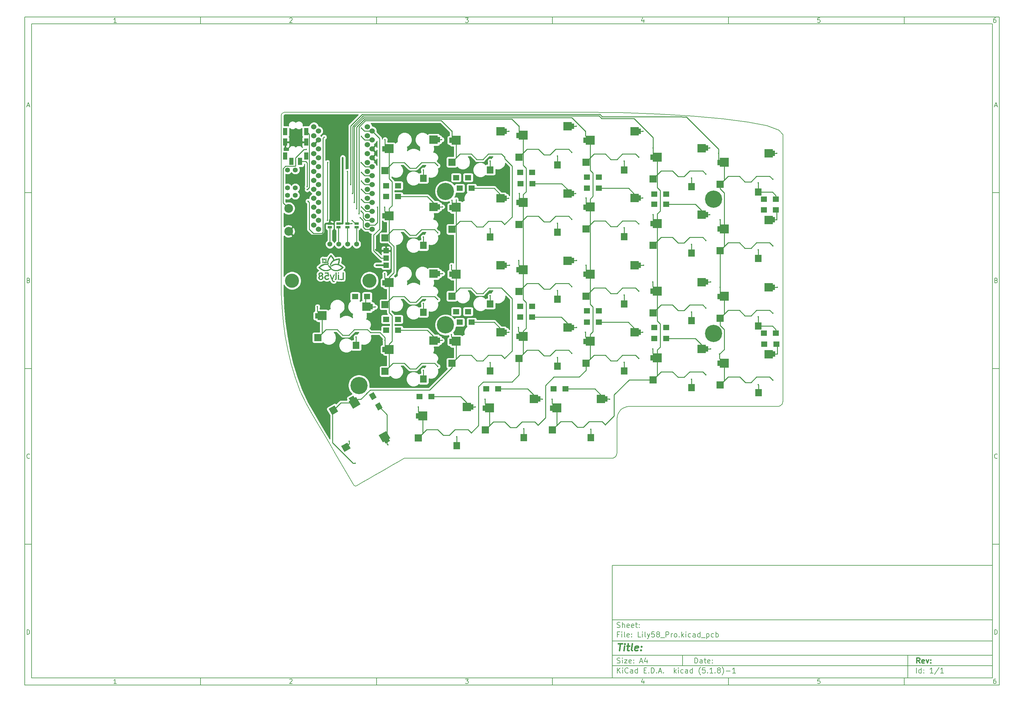
<source format=gbl>
G04 #@! TF.GenerationSoftware,KiCad,Pcbnew,(5.1.8)-1*
G04 #@! TF.CreationDate,2025-01-31T02:10:20+03:30*
G04 #@! TF.ProjectId,Lily58_Pro,4c696c79-3538-45f5-9072-6f2e6b696361,rev?*
G04 #@! TF.SameCoordinates,Original*
G04 #@! TF.FileFunction,Copper,L2,Bot*
G04 #@! TF.FilePolarity,Positive*
%FSLAX46Y46*%
G04 Gerber Fmt 4.6, Leading zero omitted, Abs format (unit mm)*
G04 Created by KiCad (PCBNEW (5.1.8)-1) date 2025-01-31 02:10:20*
%MOMM*%
%LPD*%
G01*
G04 APERTURE LIST*
%ADD10C,0.100000*%
%ADD11C,0.150000*%
%ADD12C,0.300000*%
%ADD13C,0.400000*%
G04 #@! TA.AperFunction,Profile*
%ADD14C,0.200000*%
G04 #@! TD*
G04 #@! TA.AperFunction,EtchedComponent*
%ADD15C,0.010000*%
G04 #@! TD*
G04 #@! TA.AperFunction,ComponentPad*
%ADD16R,1.200000X2.100000*%
G04 #@! TD*
G04 #@! TA.AperFunction,ComponentPad*
%ADD17R,1.524000X1.524000*%
G04 #@! TD*
G04 #@! TA.AperFunction,SMDPad,CuDef*
%ADD18C,0.100000*%
G04 #@! TD*
G04 #@! TA.AperFunction,SMDPad,CuDef*
%ADD19R,0.700000X1.500000*%
G04 #@! TD*
G04 #@! TA.AperFunction,SMDPad,CuDef*
%ADD20R,2.000000X2.000000*%
G04 #@! TD*
G04 #@! TA.AperFunction,SMDPad,CuDef*
%ADD21R,1.900000X2.000000*%
G04 #@! TD*
G04 #@! TA.AperFunction,SMDPad,CuDef*
%ADD22R,2.500000X2.500000*%
G04 #@! TD*
G04 #@! TA.AperFunction,SMDPad,CuDef*
%ADD23R,2.400000X2.400000*%
G04 #@! TD*
G04 #@! TA.AperFunction,ComponentPad*
%ADD24C,1.524000*%
G04 #@! TD*
G04 #@! TA.AperFunction,ComponentPad*
%ADD25C,4.900000*%
G04 #@! TD*
G04 #@! TA.AperFunction,ComponentPad*
%ADD26C,1.397000*%
G04 #@! TD*
G04 #@! TA.AperFunction,SMDPad,CuDef*
%ADD27R,1.143000X0.635000*%
G04 #@! TD*
G04 #@! TA.AperFunction,ComponentPad*
%ADD28C,2.500000*%
G04 #@! TD*
G04 #@! TA.AperFunction,ComponentPad*
%ADD29R,1.800000X1.500000*%
G04 #@! TD*
G04 #@! TA.AperFunction,ComponentPad*
%ADD30C,0.100000*%
G04 #@! TD*
G04 #@! TA.AperFunction,ComponentPad*
%ADD31C,4.000000*%
G04 #@! TD*
G04 #@! TA.AperFunction,ViaPad*
%ADD32C,0.400000*%
G04 #@! TD*
G04 #@! TA.AperFunction,Conductor*
%ADD33C,0.250000*%
G04 #@! TD*
G04 #@! TA.AperFunction,Conductor*
%ADD34C,0.500000*%
G04 #@! TD*
G04 #@! TA.AperFunction,Conductor*
%ADD35C,0.254000*%
G04 #@! TD*
G04 #@! TA.AperFunction,Conductor*
%ADD36C,0.100000*%
G04 #@! TD*
G04 APERTURE END LIST*
D10*
D11*
X177002200Y-166007200D02*
X177002200Y-198007200D01*
X285002200Y-198007200D01*
X285002200Y-166007200D01*
X177002200Y-166007200D01*
D10*
D11*
X10000000Y-10000000D02*
X10000000Y-200007200D01*
X287002200Y-200007200D01*
X287002200Y-10000000D01*
X10000000Y-10000000D01*
D10*
D11*
X12000000Y-12000000D02*
X12000000Y-198007200D01*
X285002200Y-198007200D01*
X285002200Y-12000000D01*
X12000000Y-12000000D01*
D10*
D11*
X60000000Y-12000000D02*
X60000000Y-10000000D01*
D10*
D11*
X110000000Y-12000000D02*
X110000000Y-10000000D01*
D10*
D11*
X160000000Y-12000000D02*
X160000000Y-10000000D01*
D10*
D11*
X210000000Y-12000000D02*
X210000000Y-10000000D01*
D10*
D11*
X260000000Y-12000000D02*
X260000000Y-10000000D01*
D10*
D11*
X36065476Y-11588095D02*
X35322619Y-11588095D01*
X35694047Y-11588095D02*
X35694047Y-10288095D01*
X35570238Y-10473809D01*
X35446428Y-10597619D01*
X35322619Y-10659523D01*
D10*
D11*
X85322619Y-10411904D02*
X85384523Y-10350000D01*
X85508333Y-10288095D01*
X85817857Y-10288095D01*
X85941666Y-10350000D01*
X86003571Y-10411904D01*
X86065476Y-10535714D01*
X86065476Y-10659523D01*
X86003571Y-10845238D01*
X85260714Y-11588095D01*
X86065476Y-11588095D01*
D10*
D11*
X135260714Y-10288095D02*
X136065476Y-10288095D01*
X135632142Y-10783333D01*
X135817857Y-10783333D01*
X135941666Y-10845238D01*
X136003571Y-10907142D01*
X136065476Y-11030952D01*
X136065476Y-11340476D01*
X136003571Y-11464285D01*
X135941666Y-11526190D01*
X135817857Y-11588095D01*
X135446428Y-11588095D01*
X135322619Y-11526190D01*
X135260714Y-11464285D01*
D10*
D11*
X185941666Y-10721428D02*
X185941666Y-11588095D01*
X185632142Y-10226190D02*
X185322619Y-11154761D01*
X186127380Y-11154761D01*
D10*
D11*
X236003571Y-10288095D02*
X235384523Y-10288095D01*
X235322619Y-10907142D01*
X235384523Y-10845238D01*
X235508333Y-10783333D01*
X235817857Y-10783333D01*
X235941666Y-10845238D01*
X236003571Y-10907142D01*
X236065476Y-11030952D01*
X236065476Y-11340476D01*
X236003571Y-11464285D01*
X235941666Y-11526190D01*
X235817857Y-11588095D01*
X235508333Y-11588095D01*
X235384523Y-11526190D01*
X235322619Y-11464285D01*
D10*
D11*
X285941666Y-10288095D02*
X285694047Y-10288095D01*
X285570238Y-10350000D01*
X285508333Y-10411904D01*
X285384523Y-10597619D01*
X285322619Y-10845238D01*
X285322619Y-11340476D01*
X285384523Y-11464285D01*
X285446428Y-11526190D01*
X285570238Y-11588095D01*
X285817857Y-11588095D01*
X285941666Y-11526190D01*
X286003571Y-11464285D01*
X286065476Y-11340476D01*
X286065476Y-11030952D01*
X286003571Y-10907142D01*
X285941666Y-10845238D01*
X285817857Y-10783333D01*
X285570238Y-10783333D01*
X285446428Y-10845238D01*
X285384523Y-10907142D01*
X285322619Y-11030952D01*
D10*
D11*
X60000000Y-198007200D02*
X60000000Y-200007200D01*
D10*
D11*
X110000000Y-198007200D02*
X110000000Y-200007200D01*
D10*
D11*
X160000000Y-198007200D02*
X160000000Y-200007200D01*
D10*
D11*
X210000000Y-198007200D02*
X210000000Y-200007200D01*
D10*
D11*
X260000000Y-198007200D02*
X260000000Y-200007200D01*
D10*
D11*
X36065476Y-199595295D02*
X35322619Y-199595295D01*
X35694047Y-199595295D02*
X35694047Y-198295295D01*
X35570238Y-198481009D01*
X35446428Y-198604819D01*
X35322619Y-198666723D01*
D10*
D11*
X85322619Y-198419104D02*
X85384523Y-198357200D01*
X85508333Y-198295295D01*
X85817857Y-198295295D01*
X85941666Y-198357200D01*
X86003571Y-198419104D01*
X86065476Y-198542914D01*
X86065476Y-198666723D01*
X86003571Y-198852438D01*
X85260714Y-199595295D01*
X86065476Y-199595295D01*
D10*
D11*
X135260714Y-198295295D02*
X136065476Y-198295295D01*
X135632142Y-198790533D01*
X135817857Y-198790533D01*
X135941666Y-198852438D01*
X136003571Y-198914342D01*
X136065476Y-199038152D01*
X136065476Y-199347676D01*
X136003571Y-199471485D01*
X135941666Y-199533390D01*
X135817857Y-199595295D01*
X135446428Y-199595295D01*
X135322619Y-199533390D01*
X135260714Y-199471485D01*
D10*
D11*
X185941666Y-198728628D02*
X185941666Y-199595295D01*
X185632142Y-198233390D02*
X185322619Y-199161961D01*
X186127380Y-199161961D01*
D10*
D11*
X236003571Y-198295295D02*
X235384523Y-198295295D01*
X235322619Y-198914342D01*
X235384523Y-198852438D01*
X235508333Y-198790533D01*
X235817857Y-198790533D01*
X235941666Y-198852438D01*
X236003571Y-198914342D01*
X236065476Y-199038152D01*
X236065476Y-199347676D01*
X236003571Y-199471485D01*
X235941666Y-199533390D01*
X235817857Y-199595295D01*
X235508333Y-199595295D01*
X235384523Y-199533390D01*
X235322619Y-199471485D01*
D10*
D11*
X285941666Y-198295295D02*
X285694047Y-198295295D01*
X285570238Y-198357200D01*
X285508333Y-198419104D01*
X285384523Y-198604819D01*
X285322619Y-198852438D01*
X285322619Y-199347676D01*
X285384523Y-199471485D01*
X285446428Y-199533390D01*
X285570238Y-199595295D01*
X285817857Y-199595295D01*
X285941666Y-199533390D01*
X286003571Y-199471485D01*
X286065476Y-199347676D01*
X286065476Y-199038152D01*
X286003571Y-198914342D01*
X285941666Y-198852438D01*
X285817857Y-198790533D01*
X285570238Y-198790533D01*
X285446428Y-198852438D01*
X285384523Y-198914342D01*
X285322619Y-199038152D01*
D10*
D11*
X10000000Y-60000000D02*
X12000000Y-60000000D01*
D10*
D11*
X10000000Y-110000000D02*
X12000000Y-110000000D01*
D10*
D11*
X10000000Y-160000000D02*
X12000000Y-160000000D01*
D10*
D11*
X10690476Y-35216666D02*
X11309523Y-35216666D01*
X10566666Y-35588095D02*
X11000000Y-34288095D01*
X11433333Y-35588095D01*
D10*
D11*
X11092857Y-84907142D02*
X11278571Y-84969047D01*
X11340476Y-85030952D01*
X11402380Y-85154761D01*
X11402380Y-85340476D01*
X11340476Y-85464285D01*
X11278571Y-85526190D01*
X11154761Y-85588095D01*
X10659523Y-85588095D01*
X10659523Y-84288095D01*
X11092857Y-84288095D01*
X11216666Y-84350000D01*
X11278571Y-84411904D01*
X11340476Y-84535714D01*
X11340476Y-84659523D01*
X11278571Y-84783333D01*
X11216666Y-84845238D01*
X11092857Y-84907142D01*
X10659523Y-84907142D01*
D10*
D11*
X11402380Y-135464285D02*
X11340476Y-135526190D01*
X11154761Y-135588095D01*
X11030952Y-135588095D01*
X10845238Y-135526190D01*
X10721428Y-135402380D01*
X10659523Y-135278571D01*
X10597619Y-135030952D01*
X10597619Y-134845238D01*
X10659523Y-134597619D01*
X10721428Y-134473809D01*
X10845238Y-134350000D01*
X11030952Y-134288095D01*
X11154761Y-134288095D01*
X11340476Y-134350000D01*
X11402380Y-134411904D01*
D10*
D11*
X10659523Y-185588095D02*
X10659523Y-184288095D01*
X10969047Y-184288095D01*
X11154761Y-184350000D01*
X11278571Y-184473809D01*
X11340476Y-184597619D01*
X11402380Y-184845238D01*
X11402380Y-185030952D01*
X11340476Y-185278571D01*
X11278571Y-185402380D01*
X11154761Y-185526190D01*
X10969047Y-185588095D01*
X10659523Y-185588095D01*
D10*
D11*
X287002200Y-60000000D02*
X285002200Y-60000000D01*
D10*
D11*
X287002200Y-110000000D02*
X285002200Y-110000000D01*
D10*
D11*
X287002200Y-160000000D02*
X285002200Y-160000000D01*
D10*
D11*
X285692676Y-35216666D02*
X286311723Y-35216666D01*
X285568866Y-35588095D02*
X286002200Y-34288095D01*
X286435533Y-35588095D01*
D10*
D11*
X286095057Y-84907142D02*
X286280771Y-84969047D01*
X286342676Y-85030952D01*
X286404580Y-85154761D01*
X286404580Y-85340476D01*
X286342676Y-85464285D01*
X286280771Y-85526190D01*
X286156961Y-85588095D01*
X285661723Y-85588095D01*
X285661723Y-84288095D01*
X286095057Y-84288095D01*
X286218866Y-84350000D01*
X286280771Y-84411904D01*
X286342676Y-84535714D01*
X286342676Y-84659523D01*
X286280771Y-84783333D01*
X286218866Y-84845238D01*
X286095057Y-84907142D01*
X285661723Y-84907142D01*
D10*
D11*
X286404580Y-135464285D02*
X286342676Y-135526190D01*
X286156961Y-135588095D01*
X286033152Y-135588095D01*
X285847438Y-135526190D01*
X285723628Y-135402380D01*
X285661723Y-135278571D01*
X285599819Y-135030952D01*
X285599819Y-134845238D01*
X285661723Y-134597619D01*
X285723628Y-134473809D01*
X285847438Y-134350000D01*
X286033152Y-134288095D01*
X286156961Y-134288095D01*
X286342676Y-134350000D01*
X286404580Y-134411904D01*
D10*
D11*
X285661723Y-185588095D02*
X285661723Y-184288095D01*
X285971247Y-184288095D01*
X286156961Y-184350000D01*
X286280771Y-184473809D01*
X286342676Y-184597619D01*
X286404580Y-184845238D01*
X286404580Y-185030952D01*
X286342676Y-185278571D01*
X286280771Y-185402380D01*
X286156961Y-185526190D01*
X285971247Y-185588095D01*
X285661723Y-185588095D01*
D10*
D11*
X200434342Y-193785771D02*
X200434342Y-192285771D01*
X200791485Y-192285771D01*
X201005771Y-192357200D01*
X201148628Y-192500057D01*
X201220057Y-192642914D01*
X201291485Y-192928628D01*
X201291485Y-193142914D01*
X201220057Y-193428628D01*
X201148628Y-193571485D01*
X201005771Y-193714342D01*
X200791485Y-193785771D01*
X200434342Y-193785771D01*
X202577200Y-193785771D02*
X202577200Y-193000057D01*
X202505771Y-192857200D01*
X202362914Y-192785771D01*
X202077200Y-192785771D01*
X201934342Y-192857200D01*
X202577200Y-193714342D02*
X202434342Y-193785771D01*
X202077200Y-193785771D01*
X201934342Y-193714342D01*
X201862914Y-193571485D01*
X201862914Y-193428628D01*
X201934342Y-193285771D01*
X202077200Y-193214342D01*
X202434342Y-193214342D01*
X202577200Y-193142914D01*
X203077200Y-192785771D02*
X203648628Y-192785771D01*
X203291485Y-192285771D02*
X203291485Y-193571485D01*
X203362914Y-193714342D01*
X203505771Y-193785771D01*
X203648628Y-193785771D01*
X204720057Y-193714342D02*
X204577200Y-193785771D01*
X204291485Y-193785771D01*
X204148628Y-193714342D01*
X204077200Y-193571485D01*
X204077200Y-193000057D01*
X204148628Y-192857200D01*
X204291485Y-192785771D01*
X204577200Y-192785771D01*
X204720057Y-192857200D01*
X204791485Y-193000057D01*
X204791485Y-193142914D01*
X204077200Y-193285771D01*
X205434342Y-193642914D02*
X205505771Y-193714342D01*
X205434342Y-193785771D01*
X205362914Y-193714342D01*
X205434342Y-193642914D01*
X205434342Y-193785771D01*
X205434342Y-192857200D02*
X205505771Y-192928628D01*
X205434342Y-193000057D01*
X205362914Y-192928628D01*
X205434342Y-192857200D01*
X205434342Y-193000057D01*
D10*
D11*
X177002200Y-194507200D02*
X285002200Y-194507200D01*
D10*
D11*
X178434342Y-196585771D02*
X178434342Y-195085771D01*
X179291485Y-196585771D02*
X178648628Y-195728628D01*
X179291485Y-195085771D02*
X178434342Y-195942914D01*
X179934342Y-196585771D02*
X179934342Y-195585771D01*
X179934342Y-195085771D02*
X179862914Y-195157200D01*
X179934342Y-195228628D01*
X180005771Y-195157200D01*
X179934342Y-195085771D01*
X179934342Y-195228628D01*
X181505771Y-196442914D02*
X181434342Y-196514342D01*
X181220057Y-196585771D01*
X181077200Y-196585771D01*
X180862914Y-196514342D01*
X180720057Y-196371485D01*
X180648628Y-196228628D01*
X180577200Y-195942914D01*
X180577200Y-195728628D01*
X180648628Y-195442914D01*
X180720057Y-195300057D01*
X180862914Y-195157200D01*
X181077200Y-195085771D01*
X181220057Y-195085771D01*
X181434342Y-195157200D01*
X181505771Y-195228628D01*
X182791485Y-196585771D02*
X182791485Y-195800057D01*
X182720057Y-195657200D01*
X182577200Y-195585771D01*
X182291485Y-195585771D01*
X182148628Y-195657200D01*
X182791485Y-196514342D02*
X182648628Y-196585771D01*
X182291485Y-196585771D01*
X182148628Y-196514342D01*
X182077200Y-196371485D01*
X182077200Y-196228628D01*
X182148628Y-196085771D01*
X182291485Y-196014342D01*
X182648628Y-196014342D01*
X182791485Y-195942914D01*
X184148628Y-196585771D02*
X184148628Y-195085771D01*
X184148628Y-196514342D02*
X184005771Y-196585771D01*
X183720057Y-196585771D01*
X183577200Y-196514342D01*
X183505771Y-196442914D01*
X183434342Y-196300057D01*
X183434342Y-195871485D01*
X183505771Y-195728628D01*
X183577200Y-195657200D01*
X183720057Y-195585771D01*
X184005771Y-195585771D01*
X184148628Y-195657200D01*
X186005771Y-195800057D02*
X186505771Y-195800057D01*
X186720057Y-196585771D02*
X186005771Y-196585771D01*
X186005771Y-195085771D01*
X186720057Y-195085771D01*
X187362914Y-196442914D02*
X187434342Y-196514342D01*
X187362914Y-196585771D01*
X187291485Y-196514342D01*
X187362914Y-196442914D01*
X187362914Y-196585771D01*
X188077200Y-196585771D02*
X188077200Y-195085771D01*
X188434342Y-195085771D01*
X188648628Y-195157200D01*
X188791485Y-195300057D01*
X188862914Y-195442914D01*
X188934342Y-195728628D01*
X188934342Y-195942914D01*
X188862914Y-196228628D01*
X188791485Y-196371485D01*
X188648628Y-196514342D01*
X188434342Y-196585771D01*
X188077200Y-196585771D01*
X189577200Y-196442914D02*
X189648628Y-196514342D01*
X189577200Y-196585771D01*
X189505771Y-196514342D01*
X189577200Y-196442914D01*
X189577200Y-196585771D01*
X190220057Y-196157200D02*
X190934342Y-196157200D01*
X190077200Y-196585771D02*
X190577200Y-195085771D01*
X191077200Y-196585771D01*
X191577200Y-196442914D02*
X191648628Y-196514342D01*
X191577200Y-196585771D01*
X191505771Y-196514342D01*
X191577200Y-196442914D01*
X191577200Y-196585771D01*
X194577200Y-196585771D02*
X194577200Y-195085771D01*
X194720057Y-196014342D02*
X195148628Y-196585771D01*
X195148628Y-195585771D02*
X194577200Y-196157200D01*
X195791485Y-196585771D02*
X195791485Y-195585771D01*
X195791485Y-195085771D02*
X195720057Y-195157200D01*
X195791485Y-195228628D01*
X195862914Y-195157200D01*
X195791485Y-195085771D01*
X195791485Y-195228628D01*
X197148628Y-196514342D02*
X197005771Y-196585771D01*
X196720057Y-196585771D01*
X196577200Y-196514342D01*
X196505771Y-196442914D01*
X196434342Y-196300057D01*
X196434342Y-195871485D01*
X196505771Y-195728628D01*
X196577200Y-195657200D01*
X196720057Y-195585771D01*
X197005771Y-195585771D01*
X197148628Y-195657200D01*
X198434342Y-196585771D02*
X198434342Y-195800057D01*
X198362914Y-195657200D01*
X198220057Y-195585771D01*
X197934342Y-195585771D01*
X197791485Y-195657200D01*
X198434342Y-196514342D02*
X198291485Y-196585771D01*
X197934342Y-196585771D01*
X197791485Y-196514342D01*
X197720057Y-196371485D01*
X197720057Y-196228628D01*
X197791485Y-196085771D01*
X197934342Y-196014342D01*
X198291485Y-196014342D01*
X198434342Y-195942914D01*
X199791485Y-196585771D02*
X199791485Y-195085771D01*
X199791485Y-196514342D02*
X199648628Y-196585771D01*
X199362914Y-196585771D01*
X199220057Y-196514342D01*
X199148628Y-196442914D01*
X199077200Y-196300057D01*
X199077200Y-195871485D01*
X199148628Y-195728628D01*
X199220057Y-195657200D01*
X199362914Y-195585771D01*
X199648628Y-195585771D01*
X199791485Y-195657200D01*
X202077200Y-197157200D02*
X202005771Y-197085771D01*
X201862914Y-196871485D01*
X201791485Y-196728628D01*
X201720057Y-196514342D01*
X201648628Y-196157200D01*
X201648628Y-195871485D01*
X201720057Y-195514342D01*
X201791485Y-195300057D01*
X201862914Y-195157200D01*
X202005771Y-194942914D01*
X202077200Y-194871485D01*
X203362914Y-195085771D02*
X202648628Y-195085771D01*
X202577200Y-195800057D01*
X202648628Y-195728628D01*
X202791485Y-195657200D01*
X203148628Y-195657200D01*
X203291485Y-195728628D01*
X203362914Y-195800057D01*
X203434342Y-195942914D01*
X203434342Y-196300057D01*
X203362914Y-196442914D01*
X203291485Y-196514342D01*
X203148628Y-196585771D01*
X202791485Y-196585771D01*
X202648628Y-196514342D01*
X202577200Y-196442914D01*
X204077200Y-196442914D02*
X204148628Y-196514342D01*
X204077200Y-196585771D01*
X204005771Y-196514342D01*
X204077200Y-196442914D01*
X204077200Y-196585771D01*
X205577200Y-196585771D02*
X204720057Y-196585771D01*
X205148628Y-196585771D02*
X205148628Y-195085771D01*
X205005771Y-195300057D01*
X204862914Y-195442914D01*
X204720057Y-195514342D01*
X206220057Y-196442914D02*
X206291485Y-196514342D01*
X206220057Y-196585771D01*
X206148628Y-196514342D01*
X206220057Y-196442914D01*
X206220057Y-196585771D01*
X207148628Y-195728628D02*
X207005771Y-195657200D01*
X206934342Y-195585771D01*
X206862914Y-195442914D01*
X206862914Y-195371485D01*
X206934342Y-195228628D01*
X207005771Y-195157200D01*
X207148628Y-195085771D01*
X207434342Y-195085771D01*
X207577200Y-195157200D01*
X207648628Y-195228628D01*
X207720057Y-195371485D01*
X207720057Y-195442914D01*
X207648628Y-195585771D01*
X207577200Y-195657200D01*
X207434342Y-195728628D01*
X207148628Y-195728628D01*
X207005771Y-195800057D01*
X206934342Y-195871485D01*
X206862914Y-196014342D01*
X206862914Y-196300057D01*
X206934342Y-196442914D01*
X207005771Y-196514342D01*
X207148628Y-196585771D01*
X207434342Y-196585771D01*
X207577200Y-196514342D01*
X207648628Y-196442914D01*
X207720057Y-196300057D01*
X207720057Y-196014342D01*
X207648628Y-195871485D01*
X207577200Y-195800057D01*
X207434342Y-195728628D01*
X208220057Y-197157200D02*
X208291485Y-197085771D01*
X208434342Y-196871485D01*
X208505771Y-196728628D01*
X208577200Y-196514342D01*
X208648628Y-196157200D01*
X208648628Y-195871485D01*
X208577200Y-195514342D01*
X208505771Y-195300057D01*
X208434342Y-195157200D01*
X208291485Y-194942914D01*
X208220057Y-194871485D01*
X209362914Y-196014342D02*
X210505771Y-196014342D01*
X212005771Y-196585771D02*
X211148628Y-196585771D01*
X211577200Y-196585771D02*
X211577200Y-195085771D01*
X211434342Y-195300057D01*
X211291485Y-195442914D01*
X211148628Y-195514342D01*
D10*
D11*
X177002200Y-191507200D02*
X285002200Y-191507200D01*
D10*
D12*
X264411485Y-193785771D02*
X263911485Y-193071485D01*
X263554342Y-193785771D02*
X263554342Y-192285771D01*
X264125771Y-192285771D01*
X264268628Y-192357200D01*
X264340057Y-192428628D01*
X264411485Y-192571485D01*
X264411485Y-192785771D01*
X264340057Y-192928628D01*
X264268628Y-193000057D01*
X264125771Y-193071485D01*
X263554342Y-193071485D01*
X265625771Y-193714342D02*
X265482914Y-193785771D01*
X265197200Y-193785771D01*
X265054342Y-193714342D01*
X264982914Y-193571485D01*
X264982914Y-193000057D01*
X265054342Y-192857200D01*
X265197200Y-192785771D01*
X265482914Y-192785771D01*
X265625771Y-192857200D01*
X265697200Y-193000057D01*
X265697200Y-193142914D01*
X264982914Y-193285771D01*
X266197200Y-192785771D02*
X266554342Y-193785771D01*
X266911485Y-192785771D01*
X267482914Y-193642914D02*
X267554342Y-193714342D01*
X267482914Y-193785771D01*
X267411485Y-193714342D01*
X267482914Y-193642914D01*
X267482914Y-193785771D01*
X267482914Y-192857200D02*
X267554342Y-192928628D01*
X267482914Y-193000057D01*
X267411485Y-192928628D01*
X267482914Y-192857200D01*
X267482914Y-193000057D01*
D10*
D11*
X178362914Y-193714342D02*
X178577200Y-193785771D01*
X178934342Y-193785771D01*
X179077200Y-193714342D01*
X179148628Y-193642914D01*
X179220057Y-193500057D01*
X179220057Y-193357200D01*
X179148628Y-193214342D01*
X179077200Y-193142914D01*
X178934342Y-193071485D01*
X178648628Y-193000057D01*
X178505771Y-192928628D01*
X178434342Y-192857200D01*
X178362914Y-192714342D01*
X178362914Y-192571485D01*
X178434342Y-192428628D01*
X178505771Y-192357200D01*
X178648628Y-192285771D01*
X179005771Y-192285771D01*
X179220057Y-192357200D01*
X179862914Y-193785771D02*
X179862914Y-192785771D01*
X179862914Y-192285771D02*
X179791485Y-192357200D01*
X179862914Y-192428628D01*
X179934342Y-192357200D01*
X179862914Y-192285771D01*
X179862914Y-192428628D01*
X180434342Y-192785771D02*
X181220057Y-192785771D01*
X180434342Y-193785771D01*
X181220057Y-193785771D01*
X182362914Y-193714342D02*
X182220057Y-193785771D01*
X181934342Y-193785771D01*
X181791485Y-193714342D01*
X181720057Y-193571485D01*
X181720057Y-193000057D01*
X181791485Y-192857200D01*
X181934342Y-192785771D01*
X182220057Y-192785771D01*
X182362914Y-192857200D01*
X182434342Y-193000057D01*
X182434342Y-193142914D01*
X181720057Y-193285771D01*
X183077200Y-193642914D02*
X183148628Y-193714342D01*
X183077200Y-193785771D01*
X183005771Y-193714342D01*
X183077200Y-193642914D01*
X183077200Y-193785771D01*
X183077200Y-192857200D02*
X183148628Y-192928628D01*
X183077200Y-193000057D01*
X183005771Y-192928628D01*
X183077200Y-192857200D01*
X183077200Y-193000057D01*
X184862914Y-193357200D02*
X185577200Y-193357200D01*
X184720057Y-193785771D02*
X185220057Y-192285771D01*
X185720057Y-193785771D01*
X186862914Y-192785771D02*
X186862914Y-193785771D01*
X186505771Y-192214342D02*
X186148628Y-193285771D01*
X187077200Y-193285771D01*
D10*
D11*
X263434342Y-196585771D02*
X263434342Y-195085771D01*
X264791485Y-196585771D02*
X264791485Y-195085771D01*
X264791485Y-196514342D02*
X264648628Y-196585771D01*
X264362914Y-196585771D01*
X264220057Y-196514342D01*
X264148628Y-196442914D01*
X264077200Y-196300057D01*
X264077200Y-195871485D01*
X264148628Y-195728628D01*
X264220057Y-195657200D01*
X264362914Y-195585771D01*
X264648628Y-195585771D01*
X264791485Y-195657200D01*
X265505771Y-196442914D02*
X265577200Y-196514342D01*
X265505771Y-196585771D01*
X265434342Y-196514342D01*
X265505771Y-196442914D01*
X265505771Y-196585771D01*
X265505771Y-195657200D02*
X265577200Y-195728628D01*
X265505771Y-195800057D01*
X265434342Y-195728628D01*
X265505771Y-195657200D01*
X265505771Y-195800057D01*
X268148628Y-196585771D02*
X267291485Y-196585771D01*
X267720057Y-196585771D02*
X267720057Y-195085771D01*
X267577200Y-195300057D01*
X267434342Y-195442914D01*
X267291485Y-195514342D01*
X269862914Y-195014342D02*
X268577200Y-196942914D01*
X271148628Y-196585771D02*
X270291485Y-196585771D01*
X270720057Y-196585771D02*
X270720057Y-195085771D01*
X270577200Y-195300057D01*
X270434342Y-195442914D01*
X270291485Y-195514342D01*
D10*
D11*
X177002200Y-187507200D02*
X285002200Y-187507200D01*
D10*
D13*
X178714580Y-188211961D02*
X179857438Y-188211961D01*
X179036009Y-190211961D02*
X179286009Y-188211961D01*
X180274104Y-190211961D02*
X180440771Y-188878628D01*
X180524104Y-188211961D02*
X180416961Y-188307200D01*
X180500295Y-188402438D01*
X180607438Y-188307200D01*
X180524104Y-188211961D01*
X180500295Y-188402438D01*
X181107438Y-188878628D02*
X181869342Y-188878628D01*
X181476485Y-188211961D02*
X181262200Y-189926247D01*
X181333628Y-190116723D01*
X181512200Y-190211961D01*
X181702676Y-190211961D01*
X182655057Y-190211961D02*
X182476485Y-190116723D01*
X182405057Y-189926247D01*
X182619342Y-188211961D01*
X184190771Y-190116723D02*
X183988390Y-190211961D01*
X183607438Y-190211961D01*
X183428866Y-190116723D01*
X183357438Y-189926247D01*
X183452676Y-189164342D01*
X183571723Y-188973866D01*
X183774104Y-188878628D01*
X184155057Y-188878628D01*
X184333628Y-188973866D01*
X184405057Y-189164342D01*
X184381247Y-189354819D01*
X183405057Y-189545295D01*
X185155057Y-190021485D02*
X185238390Y-190116723D01*
X185131247Y-190211961D01*
X185047914Y-190116723D01*
X185155057Y-190021485D01*
X185131247Y-190211961D01*
X185286009Y-188973866D02*
X185369342Y-189069104D01*
X185262200Y-189164342D01*
X185178866Y-189069104D01*
X185286009Y-188973866D01*
X185262200Y-189164342D01*
D10*
D11*
X178934342Y-185600057D02*
X178434342Y-185600057D01*
X178434342Y-186385771D02*
X178434342Y-184885771D01*
X179148628Y-184885771D01*
X179720057Y-186385771D02*
X179720057Y-185385771D01*
X179720057Y-184885771D02*
X179648628Y-184957200D01*
X179720057Y-185028628D01*
X179791485Y-184957200D01*
X179720057Y-184885771D01*
X179720057Y-185028628D01*
X180648628Y-186385771D02*
X180505771Y-186314342D01*
X180434342Y-186171485D01*
X180434342Y-184885771D01*
X181791485Y-186314342D02*
X181648628Y-186385771D01*
X181362914Y-186385771D01*
X181220057Y-186314342D01*
X181148628Y-186171485D01*
X181148628Y-185600057D01*
X181220057Y-185457200D01*
X181362914Y-185385771D01*
X181648628Y-185385771D01*
X181791485Y-185457200D01*
X181862914Y-185600057D01*
X181862914Y-185742914D01*
X181148628Y-185885771D01*
X182505771Y-186242914D02*
X182577200Y-186314342D01*
X182505771Y-186385771D01*
X182434342Y-186314342D01*
X182505771Y-186242914D01*
X182505771Y-186385771D01*
X182505771Y-185457200D02*
X182577200Y-185528628D01*
X182505771Y-185600057D01*
X182434342Y-185528628D01*
X182505771Y-185457200D01*
X182505771Y-185600057D01*
X185077200Y-186385771D02*
X184362914Y-186385771D01*
X184362914Y-184885771D01*
X185577200Y-186385771D02*
X185577200Y-185385771D01*
X185577200Y-184885771D02*
X185505771Y-184957200D01*
X185577200Y-185028628D01*
X185648628Y-184957200D01*
X185577200Y-184885771D01*
X185577200Y-185028628D01*
X186505771Y-186385771D02*
X186362914Y-186314342D01*
X186291485Y-186171485D01*
X186291485Y-184885771D01*
X186934342Y-185385771D02*
X187291485Y-186385771D01*
X187648628Y-185385771D02*
X187291485Y-186385771D01*
X187148628Y-186742914D01*
X187077200Y-186814342D01*
X186934342Y-186885771D01*
X188934342Y-184885771D02*
X188220057Y-184885771D01*
X188148628Y-185600057D01*
X188220057Y-185528628D01*
X188362914Y-185457200D01*
X188720057Y-185457200D01*
X188862914Y-185528628D01*
X188934342Y-185600057D01*
X189005771Y-185742914D01*
X189005771Y-186100057D01*
X188934342Y-186242914D01*
X188862914Y-186314342D01*
X188720057Y-186385771D01*
X188362914Y-186385771D01*
X188220057Y-186314342D01*
X188148628Y-186242914D01*
X189862914Y-185528628D02*
X189720057Y-185457200D01*
X189648628Y-185385771D01*
X189577200Y-185242914D01*
X189577200Y-185171485D01*
X189648628Y-185028628D01*
X189720057Y-184957200D01*
X189862914Y-184885771D01*
X190148628Y-184885771D01*
X190291485Y-184957200D01*
X190362914Y-185028628D01*
X190434342Y-185171485D01*
X190434342Y-185242914D01*
X190362914Y-185385771D01*
X190291485Y-185457200D01*
X190148628Y-185528628D01*
X189862914Y-185528628D01*
X189720057Y-185600057D01*
X189648628Y-185671485D01*
X189577200Y-185814342D01*
X189577200Y-186100057D01*
X189648628Y-186242914D01*
X189720057Y-186314342D01*
X189862914Y-186385771D01*
X190148628Y-186385771D01*
X190291485Y-186314342D01*
X190362914Y-186242914D01*
X190434342Y-186100057D01*
X190434342Y-185814342D01*
X190362914Y-185671485D01*
X190291485Y-185600057D01*
X190148628Y-185528628D01*
X190720057Y-186528628D02*
X191862914Y-186528628D01*
X192220057Y-186385771D02*
X192220057Y-184885771D01*
X192791485Y-184885771D01*
X192934342Y-184957200D01*
X193005771Y-185028628D01*
X193077200Y-185171485D01*
X193077200Y-185385771D01*
X193005771Y-185528628D01*
X192934342Y-185600057D01*
X192791485Y-185671485D01*
X192220057Y-185671485D01*
X193720057Y-186385771D02*
X193720057Y-185385771D01*
X193720057Y-185671485D02*
X193791485Y-185528628D01*
X193862914Y-185457200D01*
X194005771Y-185385771D01*
X194148628Y-185385771D01*
X194862914Y-186385771D02*
X194720057Y-186314342D01*
X194648628Y-186242914D01*
X194577200Y-186100057D01*
X194577200Y-185671485D01*
X194648628Y-185528628D01*
X194720057Y-185457200D01*
X194862914Y-185385771D01*
X195077200Y-185385771D01*
X195220057Y-185457200D01*
X195291485Y-185528628D01*
X195362914Y-185671485D01*
X195362914Y-186100057D01*
X195291485Y-186242914D01*
X195220057Y-186314342D01*
X195077200Y-186385771D01*
X194862914Y-186385771D01*
X196005771Y-186242914D02*
X196077200Y-186314342D01*
X196005771Y-186385771D01*
X195934342Y-186314342D01*
X196005771Y-186242914D01*
X196005771Y-186385771D01*
X196720057Y-186385771D02*
X196720057Y-184885771D01*
X196862914Y-185814342D02*
X197291485Y-186385771D01*
X197291485Y-185385771D02*
X196720057Y-185957200D01*
X197934342Y-186385771D02*
X197934342Y-185385771D01*
X197934342Y-184885771D02*
X197862914Y-184957200D01*
X197934342Y-185028628D01*
X198005771Y-184957200D01*
X197934342Y-184885771D01*
X197934342Y-185028628D01*
X199291485Y-186314342D02*
X199148628Y-186385771D01*
X198862914Y-186385771D01*
X198720057Y-186314342D01*
X198648628Y-186242914D01*
X198577200Y-186100057D01*
X198577200Y-185671485D01*
X198648628Y-185528628D01*
X198720057Y-185457200D01*
X198862914Y-185385771D01*
X199148628Y-185385771D01*
X199291485Y-185457200D01*
X200577200Y-186385771D02*
X200577200Y-185600057D01*
X200505771Y-185457200D01*
X200362914Y-185385771D01*
X200077200Y-185385771D01*
X199934342Y-185457200D01*
X200577200Y-186314342D02*
X200434342Y-186385771D01*
X200077200Y-186385771D01*
X199934342Y-186314342D01*
X199862914Y-186171485D01*
X199862914Y-186028628D01*
X199934342Y-185885771D01*
X200077200Y-185814342D01*
X200434342Y-185814342D01*
X200577200Y-185742914D01*
X201934342Y-186385771D02*
X201934342Y-184885771D01*
X201934342Y-186314342D02*
X201791485Y-186385771D01*
X201505771Y-186385771D01*
X201362914Y-186314342D01*
X201291485Y-186242914D01*
X201220057Y-186100057D01*
X201220057Y-185671485D01*
X201291485Y-185528628D01*
X201362914Y-185457200D01*
X201505771Y-185385771D01*
X201791485Y-185385771D01*
X201934342Y-185457200D01*
X202291485Y-186528628D02*
X203434342Y-186528628D01*
X203791485Y-185385771D02*
X203791485Y-186885771D01*
X203791485Y-185457200D02*
X203934342Y-185385771D01*
X204220057Y-185385771D01*
X204362914Y-185457200D01*
X204434342Y-185528628D01*
X204505771Y-185671485D01*
X204505771Y-186100057D01*
X204434342Y-186242914D01*
X204362914Y-186314342D01*
X204220057Y-186385771D01*
X203934342Y-186385771D01*
X203791485Y-186314342D01*
X205791485Y-186314342D02*
X205648628Y-186385771D01*
X205362914Y-186385771D01*
X205220057Y-186314342D01*
X205148628Y-186242914D01*
X205077200Y-186100057D01*
X205077200Y-185671485D01*
X205148628Y-185528628D01*
X205220057Y-185457200D01*
X205362914Y-185385771D01*
X205648628Y-185385771D01*
X205791485Y-185457200D01*
X206434342Y-186385771D02*
X206434342Y-184885771D01*
X206434342Y-185457200D02*
X206577200Y-185385771D01*
X206862914Y-185385771D01*
X207005771Y-185457200D01*
X207077200Y-185528628D01*
X207148628Y-185671485D01*
X207148628Y-186100057D01*
X207077200Y-186242914D01*
X207005771Y-186314342D01*
X206862914Y-186385771D01*
X206577200Y-186385771D01*
X206434342Y-186314342D01*
D10*
D11*
X177002200Y-181507200D02*
X285002200Y-181507200D01*
D10*
D11*
X178362914Y-183614342D02*
X178577200Y-183685771D01*
X178934342Y-183685771D01*
X179077200Y-183614342D01*
X179148628Y-183542914D01*
X179220057Y-183400057D01*
X179220057Y-183257200D01*
X179148628Y-183114342D01*
X179077200Y-183042914D01*
X178934342Y-182971485D01*
X178648628Y-182900057D01*
X178505771Y-182828628D01*
X178434342Y-182757200D01*
X178362914Y-182614342D01*
X178362914Y-182471485D01*
X178434342Y-182328628D01*
X178505771Y-182257200D01*
X178648628Y-182185771D01*
X179005771Y-182185771D01*
X179220057Y-182257200D01*
X179862914Y-183685771D02*
X179862914Y-182185771D01*
X180505771Y-183685771D02*
X180505771Y-182900057D01*
X180434342Y-182757200D01*
X180291485Y-182685771D01*
X180077200Y-182685771D01*
X179934342Y-182757200D01*
X179862914Y-182828628D01*
X181791485Y-183614342D02*
X181648628Y-183685771D01*
X181362914Y-183685771D01*
X181220057Y-183614342D01*
X181148628Y-183471485D01*
X181148628Y-182900057D01*
X181220057Y-182757200D01*
X181362914Y-182685771D01*
X181648628Y-182685771D01*
X181791485Y-182757200D01*
X181862914Y-182900057D01*
X181862914Y-183042914D01*
X181148628Y-183185771D01*
X183077200Y-183614342D02*
X182934342Y-183685771D01*
X182648628Y-183685771D01*
X182505771Y-183614342D01*
X182434342Y-183471485D01*
X182434342Y-182900057D01*
X182505771Y-182757200D01*
X182648628Y-182685771D01*
X182934342Y-182685771D01*
X183077200Y-182757200D01*
X183148628Y-182900057D01*
X183148628Y-183042914D01*
X182434342Y-183185771D01*
X183577200Y-182685771D02*
X184148628Y-182685771D01*
X183791485Y-182185771D02*
X183791485Y-183471485D01*
X183862914Y-183614342D01*
X184005771Y-183685771D01*
X184148628Y-183685771D01*
X184648628Y-183542914D02*
X184720057Y-183614342D01*
X184648628Y-183685771D01*
X184577200Y-183614342D01*
X184648628Y-183542914D01*
X184648628Y-183685771D01*
X184648628Y-182757200D02*
X184720057Y-182828628D01*
X184648628Y-182900057D01*
X184577200Y-182828628D01*
X184648628Y-182757200D01*
X184648628Y-182900057D01*
D10*
D11*
X197002200Y-191507200D02*
X197002200Y-194507200D01*
D10*
D11*
X261002200Y-191507200D02*
X261002200Y-198007200D01*
D14*
X116186619Y-136480784D02*
X117862313Y-135510645D01*
X114510925Y-137450923D02*
X116186619Y-136480784D01*
X82937528Y-50750629D02*
X82937528Y-44443695D01*
X82937528Y-57057562D02*
X82937528Y-50750629D01*
X115211711Y-37086762D02*
X104803877Y-37086762D01*
X218692418Y-120789735D02*
X223959999Y-120789735D01*
X213424836Y-120789735D02*
X218692418Y-120789735D01*
X208157255Y-120789735D02*
X213424836Y-120789735D01*
X202889673Y-120789735D02*
X208157255Y-120789735D01*
X197622092Y-120789735D02*
X202889673Y-120789735D01*
X192354511Y-120789735D02*
X197622092Y-120789735D01*
X187086929Y-120789735D02*
X192354511Y-120789735D01*
X181819348Y-120789735D02*
X187086929Y-120789735D01*
X181113524Y-120860778D02*
X181819348Y-120789735D01*
X180456326Y-121064561D02*
X181113524Y-120860778D01*
X179861773Y-121387065D02*
X180456326Y-121064561D01*
X179343884Y-121814271D02*
X179861773Y-121387065D01*
X178916678Y-122332160D02*
X179343884Y-121814271D01*
X178594174Y-122926713D02*
X178916678Y-122332160D01*
X178390391Y-123583911D02*
X178594174Y-122926713D01*
X178319348Y-124289735D02*
X178390391Y-123583911D01*
X199807654Y-38170488D02*
X189919538Y-37585374D01*
X208420758Y-38945561D02*
X199807654Y-38170488D01*
X215525697Y-39885159D02*
X208420758Y-38945561D01*
X220889319Y-40963847D02*
X215525697Y-39885159D01*
X178989563Y-37215654D02*
X167250881Y-37086762D01*
X189919538Y-37585374D02*
X178989563Y-37215654D01*
X177658308Y-135255660D02*
X177403500Y-135393876D01*
X177880261Y-135072571D02*
X177658308Y-135255660D01*
X178063349Y-134850619D02*
X177880261Y-135072571D01*
X178201565Y-134595810D02*
X178063349Y-134850619D01*
X178288901Y-134314154D02*
X178201565Y-134595810D01*
X178319348Y-134011658D02*
X178288901Y-134314154D01*
X225460000Y-52918378D02*
X225460000Y-62400000D01*
X225460000Y-43436755D02*
X225460000Y-52918378D01*
X82937528Y-69671429D02*
X82937528Y-63364495D01*
X82937528Y-75978362D02*
X82937528Y-69671429D01*
X82937528Y-82285296D02*
X82937528Y-75978362D01*
X82937528Y-88592229D02*
X82937528Y-82285296D01*
X104803877Y-37086762D02*
X94396044Y-37086762D01*
X125619545Y-37086762D02*
X115211711Y-37086762D01*
X136027379Y-37086762D02*
X125619545Y-37086762D01*
X146435213Y-37086762D02*
X136027379Y-37086762D01*
X156843047Y-37086762D02*
X146435213Y-37086762D01*
X167250881Y-37086762D02*
X156843047Y-37086762D01*
X83400937Y-37265961D02*
X83579303Y-37169210D01*
X83245570Y-37394123D02*
X83400937Y-37265961D01*
X83117409Y-37549489D02*
X83245570Y-37394123D01*
X83020657Y-37727855D02*
X83117409Y-37549489D01*
X82959523Y-37925015D02*
X83020657Y-37727855D01*
X82938210Y-38136762D02*
X82959523Y-37925015D01*
X83776462Y-37108075D02*
X83988210Y-37086762D01*
X83579303Y-37169210D02*
X83776462Y-37108075D01*
X94396044Y-37086762D02*
X83988210Y-37086762D01*
X82937528Y-63364495D02*
X82937528Y-57057562D01*
X82937528Y-44443695D02*
X82937528Y-38136762D01*
X88291758Y-116318073D02*
X89993333Y-119989540D01*
X86863105Y-112530670D02*
X88291758Y-116318073D01*
X85688004Y-108649127D02*
X86863105Y-112530670D01*
X84747083Y-104695246D02*
X85688004Y-108649127D01*
X84020972Y-100690825D02*
X84747083Y-104695246D01*
X83490297Y-96657663D02*
X84020972Y-100690825D01*
X83135690Y-92617561D02*
X83490297Y-96657663D01*
X82937777Y-88592317D02*
X83135690Y-92617561D01*
X104288864Y-143357278D02*
X104456758Y-143271756D01*
X104130206Y-143404468D02*
X104288864Y-143357278D01*
X103981252Y-143413974D02*
X104130206Y-143404468D01*
X103842470Y-143386445D02*
X103981252Y-143413974D01*
X103714328Y-143322532D02*
X103842470Y-143386445D01*
X103597295Y-143222884D02*
X103714328Y-143322532D01*
X103491837Y-143088150D02*
X103597295Y-143222884D01*
X103398425Y-142918979D02*
X103491837Y-143088150D01*
X112835230Y-138421062D02*
X114510925Y-137450923D01*
X111159536Y-139391201D02*
X112835230Y-138421062D01*
X109483841Y-140361340D02*
X111159536Y-139391201D01*
X107808147Y-141331479D02*
X109483841Y-140361340D01*
X106132452Y-142301617D02*
X107808147Y-141331479D01*
X104456758Y-143271756D02*
X106132452Y-142301617D01*
X101722730Y-140052659D02*
X103398425Y-142918979D01*
X100047036Y-137186340D02*
X101722730Y-140052659D01*
X98371341Y-134320020D02*
X100047036Y-137186340D01*
X96695647Y-131453701D02*
X98371341Y-134320020D01*
X95019952Y-128587381D02*
X96695647Y-131453701D01*
X93344258Y-125721062D02*
X95019952Y-128587381D01*
X91668563Y-122854742D02*
X93344258Y-125721062D01*
X89992869Y-119988423D02*
X91668563Y-122854742D01*
X169449826Y-135511658D02*
X176819348Y-135511658D01*
X162080304Y-135511658D02*
X169449826Y-135511658D01*
X154710782Y-135511658D02*
X162080304Y-135511658D01*
X147341260Y-135511658D02*
X154710782Y-135511658D01*
X139971738Y-135511658D02*
X147341260Y-135511658D01*
X132602217Y-135511658D02*
X139971738Y-135511658D01*
X125232695Y-135511658D02*
X132602217Y-135511658D01*
X117863173Y-135511658D02*
X125232695Y-135511658D01*
X178319348Y-132816013D02*
X178319348Y-134011658D01*
X178319348Y-131597973D02*
X178319348Y-132816013D01*
X178319348Y-130379933D02*
X178319348Y-131597973D01*
X178319348Y-129161894D02*
X178319348Y-130379933D01*
X178319348Y-127943854D02*
X178319348Y-129161894D01*
X178319348Y-126725814D02*
X178319348Y-127943854D01*
X178319348Y-125507775D02*
X178319348Y-126725814D01*
X178319348Y-124289735D02*
X178319348Y-125507775D01*
X177121844Y-135481211D02*
X176819348Y-135511658D01*
X177403500Y-135393876D02*
X177121844Y-135481211D01*
X224278471Y-42156190D02*
X220889319Y-40963847D01*
X225460000Y-43436755D02*
X224278471Y-42156190D01*
X224262495Y-120759288D02*
X223959999Y-120789735D01*
X224544152Y-120671952D02*
X224262495Y-120759288D01*
X224798960Y-120533736D02*
X224544152Y-120671952D01*
X225020912Y-120350648D02*
X224798960Y-120533736D01*
X225204001Y-120128696D02*
X225020912Y-120350648D01*
X225342217Y-119873887D02*
X225204001Y-120128696D01*
X225429552Y-119592231D02*
X225342217Y-119873887D01*
X225459999Y-119289735D02*
X225429552Y-119592231D01*
X225460000Y-109808112D02*
X225460000Y-119289735D01*
X225460000Y-100326490D02*
X225460000Y-109808112D01*
X225460000Y-90844867D02*
X225460000Y-100326490D01*
X225460000Y-81363245D02*
X225460000Y-90844867D01*
X225460000Y-71881623D02*
X225460000Y-81363245D01*
X225460000Y-62400000D02*
X225460000Y-71881623D01*
D15*
G36*
X95581286Y-78718254D02*
G01*
X95565351Y-78731799D01*
X95543905Y-78751725D01*
X95519088Y-78775864D01*
X95493040Y-78802048D01*
X95467899Y-78828110D01*
X95445806Y-78851883D01*
X95428899Y-78871197D01*
X95419319Y-78883887D01*
X95417943Y-78887146D01*
X95422855Y-78895635D01*
X95436172Y-78911893D01*
X95455759Y-78933742D01*
X95479486Y-78959004D01*
X95505219Y-78985500D01*
X95530828Y-79011052D01*
X95554178Y-79033481D01*
X95573138Y-79050610D01*
X95585576Y-79060260D01*
X95588712Y-79061600D01*
X95596002Y-79056697D01*
X95611610Y-79043118D01*
X95633701Y-79022562D01*
X95660440Y-78996725D01*
X95682540Y-78974803D01*
X95769111Y-78888006D01*
X95682813Y-78800632D01*
X95653922Y-78771777D01*
X95628307Y-78746940D01*
X95607785Y-78727824D01*
X95594174Y-78716131D01*
X95589572Y-78713257D01*
X95581286Y-78718254D01*
G37*
X95581286Y-78718254D02*
X95565351Y-78731799D01*
X95543905Y-78751725D01*
X95519088Y-78775864D01*
X95493040Y-78802048D01*
X95467899Y-78828110D01*
X95445806Y-78851883D01*
X95428899Y-78871197D01*
X95419319Y-78883887D01*
X95417943Y-78887146D01*
X95422855Y-78895635D01*
X95436172Y-78911893D01*
X95455759Y-78933742D01*
X95479486Y-78959004D01*
X95505219Y-78985500D01*
X95530828Y-79011052D01*
X95554178Y-79033481D01*
X95573138Y-79050610D01*
X95585576Y-79060260D01*
X95588712Y-79061600D01*
X95596002Y-79056697D01*
X95611610Y-79043118D01*
X95633701Y-79022562D01*
X95660440Y-78996725D01*
X95682540Y-78974803D01*
X95769111Y-78888006D01*
X95682813Y-78800632D01*
X95653922Y-78771777D01*
X95628307Y-78746940D01*
X95607785Y-78727824D01*
X95594174Y-78716131D01*
X95589572Y-78713257D01*
X95581286Y-78718254D01*
G36*
X95177512Y-78689154D02*
G01*
X95161395Y-78702669D01*
X95139093Y-78722884D01*
X95112525Y-78747910D01*
X95083610Y-78775854D01*
X95054267Y-78804829D01*
X95026414Y-78832943D01*
X95001972Y-78858306D01*
X94982858Y-78879028D01*
X94970991Y-78893219D01*
X94968000Y-78898499D01*
X94972939Y-78905816D01*
X94986491Y-78921244D01*
X95006757Y-78942888D01*
X95031835Y-78968850D01*
X95059827Y-78997234D01*
X95088833Y-79026144D01*
X95116954Y-79053684D01*
X95142289Y-79077957D01*
X95162939Y-79097067D01*
X95177005Y-79109117D01*
X95182270Y-79112400D01*
X95189386Y-79107482D01*
X95205020Y-79093761D01*
X95227514Y-79072787D01*
X95255214Y-79046110D01*
X95286465Y-79015279D01*
X95292851Y-79008895D01*
X95324315Y-78976855D01*
X95351918Y-78947754D01*
X95374103Y-78923315D01*
X95389314Y-78905260D01*
X95395994Y-78895313D01*
X95396171Y-78894498D01*
X95391171Y-78885843D01*
X95377473Y-78869274D01*
X95357028Y-78846741D01*
X95331787Y-78820190D01*
X95303702Y-78791570D01*
X95274725Y-78762830D01*
X95246807Y-78735916D01*
X95221899Y-78712778D01*
X95201953Y-78695362D01*
X95188921Y-78685618D01*
X95185526Y-78684229D01*
X95177512Y-78689154D01*
G37*
X95177512Y-78689154D02*
X95161395Y-78702669D01*
X95139093Y-78722884D01*
X95112525Y-78747910D01*
X95083610Y-78775854D01*
X95054267Y-78804829D01*
X95026414Y-78832943D01*
X95001972Y-78858306D01*
X94982858Y-78879028D01*
X94970991Y-78893219D01*
X94968000Y-78898499D01*
X94972939Y-78905816D01*
X94986491Y-78921244D01*
X95006757Y-78942888D01*
X95031835Y-78968850D01*
X95059827Y-78997234D01*
X95088833Y-79026144D01*
X95116954Y-79053684D01*
X95142289Y-79077957D01*
X95162939Y-79097067D01*
X95177005Y-79109117D01*
X95182270Y-79112400D01*
X95189386Y-79107482D01*
X95205020Y-79093761D01*
X95227514Y-79072787D01*
X95255214Y-79046110D01*
X95286465Y-79015279D01*
X95292851Y-79008895D01*
X95324315Y-78976855D01*
X95351918Y-78947754D01*
X95374103Y-78923315D01*
X95389314Y-78905260D01*
X95395994Y-78895313D01*
X95396171Y-78894498D01*
X95391171Y-78885843D01*
X95377473Y-78869274D01*
X95357028Y-78846741D01*
X95331787Y-78820190D01*
X95303702Y-78791570D01*
X95274725Y-78762830D01*
X95246807Y-78735916D01*
X95221899Y-78712778D01*
X95201953Y-78695362D01*
X95188921Y-78685618D01*
X95185526Y-78684229D01*
X95177512Y-78689154D01*
G36*
X94683741Y-78645682D02*
G01*
X94667230Y-78659495D01*
X94644296Y-78680368D01*
X94616696Y-78706539D01*
X94586188Y-78736249D01*
X94554529Y-78767739D01*
X94523477Y-78799248D01*
X94494788Y-78829017D01*
X94470222Y-78855287D01*
X94451535Y-78876297D01*
X94440485Y-78890288D01*
X94438228Y-78894844D01*
X94443224Y-78903174D01*
X94457038Y-78919684D01*
X94477910Y-78942618D01*
X94504081Y-78970218D01*
X94533792Y-79000726D01*
X94565281Y-79032385D01*
X94596791Y-79063438D01*
X94626560Y-79092126D01*
X94652829Y-79116692D01*
X94673839Y-79135379D01*
X94687830Y-79146430D01*
X94692386Y-79148686D01*
X94700395Y-79143739D01*
X94716997Y-79129853D01*
X94740630Y-79108462D01*
X94769736Y-79080999D01*
X94802754Y-79048900D01*
X94824751Y-79027051D01*
X94858983Y-78992332D01*
X94889481Y-78960551D01*
X94914813Y-78933272D01*
X94933547Y-78912055D01*
X94944252Y-78898463D01*
X94946228Y-78894528D01*
X94941233Y-78886198D01*
X94927419Y-78869688D01*
X94906546Y-78846754D01*
X94880375Y-78819154D01*
X94850665Y-78788646D01*
X94819175Y-78756987D01*
X94787666Y-78725934D01*
X94757897Y-78697246D01*
X94731628Y-78672680D01*
X94710618Y-78653993D01*
X94696627Y-78642942D01*
X94692070Y-78640686D01*
X94683741Y-78645682D01*
G37*
X94683741Y-78645682D02*
X94667230Y-78659495D01*
X94644296Y-78680368D01*
X94616696Y-78706539D01*
X94586188Y-78736249D01*
X94554529Y-78767739D01*
X94523477Y-78799248D01*
X94494788Y-78829017D01*
X94470222Y-78855287D01*
X94451535Y-78876297D01*
X94440485Y-78890288D01*
X94438228Y-78894844D01*
X94443224Y-78903174D01*
X94457038Y-78919684D01*
X94477910Y-78942618D01*
X94504081Y-78970218D01*
X94533792Y-79000726D01*
X94565281Y-79032385D01*
X94596791Y-79063438D01*
X94626560Y-79092126D01*
X94652829Y-79116692D01*
X94673839Y-79135379D01*
X94687830Y-79146430D01*
X94692386Y-79148686D01*
X94700395Y-79143739D01*
X94716997Y-79129853D01*
X94740630Y-79108462D01*
X94769736Y-79080999D01*
X94802754Y-79048900D01*
X94824751Y-79027051D01*
X94858983Y-78992332D01*
X94889481Y-78960551D01*
X94914813Y-78933272D01*
X94933547Y-78912055D01*
X94944252Y-78898463D01*
X94946228Y-78894528D01*
X94941233Y-78886198D01*
X94927419Y-78869688D01*
X94906546Y-78846754D01*
X94880375Y-78819154D01*
X94850665Y-78788646D01*
X94819175Y-78756987D01*
X94787666Y-78725934D01*
X94757897Y-78697246D01*
X94731628Y-78672680D01*
X94710618Y-78653993D01*
X94696627Y-78642942D01*
X94692070Y-78640686D01*
X94683741Y-78645682D01*
G36*
X95580685Y-79088372D02*
G01*
X95564898Y-79102093D01*
X95543011Y-79122618D01*
X95516910Y-79148027D01*
X95488481Y-79176404D01*
X95459611Y-79205829D01*
X95432186Y-79234385D01*
X95408091Y-79260153D01*
X95389214Y-79281215D01*
X95377439Y-79295654D01*
X95374400Y-79301086D01*
X95379317Y-79309019D01*
X95392809Y-79325073D01*
X95412992Y-79347331D01*
X95437978Y-79373875D01*
X95465881Y-79402785D01*
X95494816Y-79432145D01*
X95522896Y-79460035D01*
X95548235Y-79484538D01*
X95568946Y-79503735D01*
X95583144Y-79515709D01*
X95588485Y-79518800D01*
X95595277Y-79513913D01*
X95610664Y-79500277D01*
X95633005Y-79479431D01*
X95660657Y-79452912D01*
X95691977Y-79422258D01*
X95698595Y-79415710D01*
X95730250Y-79383774D01*
X95758022Y-79354705D01*
X95780346Y-79330227D01*
X95795657Y-79312066D01*
X95802391Y-79301946D01*
X95802571Y-79301086D01*
X95797654Y-79293153D01*
X95784162Y-79277098D01*
X95763979Y-79254840D01*
X95738993Y-79228297D01*
X95711090Y-79199387D01*
X95682155Y-79170027D01*
X95654075Y-79142137D01*
X95628736Y-79117634D01*
X95608025Y-79098436D01*
X95593827Y-79086463D01*
X95588485Y-79083372D01*
X95580685Y-79088372D01*
G37*
X95580685Y-79088372D02*
X95564898Y-79102093D01*
X95543011Y-79122618D01*
X95516910Y-79148027D01*
X95488481Y-79176404D01*
X95459611Y-79205829D01*
X95432186Y-79234385D01*
X95408091Y-79260153D01*
X95389214Y-79281215D01*
X95377439Y-79295654D01*
X95374400Y-79301086D01*
X95379317Y-79309019D01*
X95392809Y-79325073D01*
X95412992Y-79347331D01*
X95437978Y-79373875D01*
X95465881Y-79402785D01*
X95494816Y-79432145D01*
X95522896Y-79460035D01*
X95548235Y-79484538D01*
X95568946Y-79503735D01*
X95583144Y-79515709D01*
X95588485Y-79518800D01*
X95595277Y-79513913D01*
X95610664Y-79500277D01*
X95633005Y-79479431D01*
X95660657Y-79452912D01*
X95691977Y-79422258D01*
X95698595Y-79415710D01*
X95730250Y-79383774D01*
X95758022Y-79354705D01*
X95780346Y-79330227D01*
X95795657Y-79312066D01*
X95802391Y-79301946D01*
X95802571Y-79301086D01*
X95797654Y-79293153D01*
X95784162Y-79277098D01*
X95763979Y-79254840D01*
X95738993Y-79228297D01*
X95711090Y-79199387D01*
X95682155Y-79170027D01*
X95654075Y-79142137D01*
X95628736Y-79117634D01*
X95608025Y-79098436D01*
X95593827Y-79086463D01*
X95588485Y-79083372D01*
X95580685Y-79088372D01*
G36*
X94587032Y-79272025D02*
G01*
X94555231Y-79304289D01*
X94527286Y-79333635D01*
X94504742Y-79358358D01*
X94489145Y-79376752D01*
X94482041Y-79387111D01*
X94481771Y-79388175D01*
X94486771Y-79396868D01*
X94500468Y-79413473D01*
X94520912Y-79436042D01*
X94546151Y-79462625D01*
X94574235Y-79491273D01*
X94603212Y-79520036D01*
X94631131Y-79546965D01*
X94656040Y-79570110D01*
X94675990Y-79587522D01*
X94689028Y-79597252D01*
X94692416Y-79598629D01*
X94700634Y-79593691D01*
X94717282Y-79579907D01*
X94740660Y-79558823D01*
X94769064Y-79531984D01*
X94800792Y-79500936D01*
X94808375Y-79493368D01*
X94913448Y-79388107D01*
X94802870Y-79277530D01*
X94692293Y-79166952D01*
X94587032Y-79272025D01*
G37*
X94587032Y-79272025D02*
X94555231Y-79304289D01*
X94527286Y-79333635D01*
X94504742Y-79358358D01*
X94489145Y-79376752D01*
X94482041Y-79387111D01*
X94481771Y-79388175D01*
X94486771Y-79396868D01*
X94500468Y-79413473D01*
X94520912Y-79436042D01*
X94546151Y-79462625D01*
X94574235Y-79491273D01*
X94603212Y-79520036D01*
X94631131Y-79546965D01*
X94656040Y-79570110D01*
X94675990Y-79587522D01*
X94689028Y-79597252D01*
X94692416Y-79598629D01*
X94700634Y-79593691D01*
X94717282Y-79579907D01*
X94740660Y-79558823D01*
X94769064Y-79531984D01*
X94800792Y-79500936D01*
X94808375Y-79493368D01*
X94913448Y-79388107D01*
X94802870Y-79277530D01*
X94692293Y-79166952D01*
X94587032Y-79272025D01*
G36*
X94683661Y-79632567D02*
G01*
X94667542Y-79645874D01*
X94645815Y-79665447D01*
X94620653Y-79689154D01*
X94594232Y-79714861D01*
X94568726Y-79740437D01*
X94546310Y-79763750D01*
X94529158Y-79782668D01*
X94519446Y-79795058D01*
X94518057Y-79798205D01*
X94522897Y-79805111D01*
X94536041Y-79820048D01*
X94555425Y-79840911D01*
X94578984Y-79865591D01*
X94604655Y-79891982D01*
X94630374Y-79917977D01*
X94654077Y-79941469D01*
X94673699Y-79960350D01*
X94687176Y-79972515D01*
X94692228Y-79976000D01*
X94698378Y-79971119D01*
X94712953Y-79957611D01*
X94734180Y-79937175D01*
X94760287Y-79911511D01*
X94781242Y-79890620D01*
X94809615Y-79861755D01*
X94833982Y-79836170D01*
X94852635Y-79815722D01*
X94863867Y-79802270D01*
X94866400Y-79797973D01*
X94861381Y-79789773D01*
X94847778Y-79773965D01*
X94827768Y-79752676D01*
X94803532Y-79728033D01*
X94777249Y-79702166D01*
X94751096Y-79677202D01*
X94727254Y-79655268D01*
X94707901Y-79638493D01*
X94695217Y-79629005D01*
X94691996Y-79627657D01*
X94683661Y-79632567D01*
G37*
X94683661Y-79632567D02*
X94667542Y-79645874D01*
X94645815Y-79665447D01*
X94620653Y-79689154D01*
X94594232Y-79714861D01*
X94568726Y-79740437D01*
X94546310Y-79763750D01*
X94529158Y-79782668D01*
X94519446Y-79795058D01*
X94518057Y-79798205D01*
X94522897Y-79805111D01*
X94536041Y-79820048D01*
X94555425Y-79840911D01*
X94578984Y-79865591D01*
X94604655Y-79891982D01*
X94630374Y-79917977D01*
X94654077Y-79941469D01*
X94673699Y-79960350D01*
X94687176Y-79972515D01*
X94692228Y-79976000D01*
X94698378Y-79971119D01*
X94712953Y-79957611D01*
X94734180Y-79937175D01*
X94760287Y-79911511D01*
X94781242Y-79890620D01*
X94809615Y-79861755D01*
X94833982Y-79836170D01*
X94852635Y-79815722D01*
X94863867Y-79802270D01*
X94866400Y-79797973D01*
X94861381Y-79789773D01*
X94847778Y-79773965D01*
X94827768Y-79752676D01*
X94803532Y-79728033D01*
X94777249Y-79702166D01*
X94751096Y-79677202D01*
X94727254Y-79655268D01*
X94707901Y-79638493D01*
X94695217Y-79629005D01*
X94691996Y-79627657D01*
X94683661Y-79632567D01*
G36*
X95086884Y-79582775D02*
G01*
X95077213Y-79590344D01*
X95060042Y-79605996D01*
X95037278Y-79627796D01*
X95010831Y-79653806D01*
X94982610Y-79682093D01*
X94954523Y-79710719D01*
X94928479Y-79737750D01*
X94906387Y-79761250D01*
X94890157Y-79779283D01*
X94881696Y-79789913D01*
X94880914Y-79791639D01*
X94885923Y-79799418D01*
X94899669Y-79815166D01*
X94920230Y-79836998D01*
X94945681Y-79863033D01*
X94974101Y-79891386D01*
X95003567Y-79920176D01*
X95032156Y-79947518D01*
X95057945Y-79971531D01*
X95079011Y-79990332D01*
X95093432Y-80002036D01*
X95098816Y-80005029D01*
X95107116Y-80000094D01*
X95123783Y-79986350D01*
X95147060Y-79965383D01*
X95175189Y-79938783D01*
X95206411Y-79908136D01*
X95209397Y-79905149D01*
X95240279Y-79873670D01*
X95267269Y-79845130D01*
X95288783Y-79821290D01*
X95303236Y-79803911D01*
X95309041Y-79794754D01*
X95309085Y-79794384D01*
X95304148Y-79786152D01*
X95290372Y-79769500D01*
X95269309Y-79746140D01*
X95242513Y-79717784D01*
X95211536Y-79686145D01*
X95204812Y-79679411D01*
X95168881Y-79643787D01*
X95141592Y-79617447D01*
X95121519Y-79599222D01*
X95107236Y-79587943D01*
X95097316Y-79582440D01*
X95090332Y-79581546D01*
X95086884Y-79582775D01*
G37*
X95086884Y-79582775D02*
X95077213Y-79590344D01*
X95060042Y-79605996D01*
X95037278Y-79627796D01*
X95010831Y-79653806D01*
X94982610Y-79682093D01*
X94954523Y-79710719D01*
X94928479Y-79737750D01*
X94906387Y-79761250D01*
X94890157Y-79779283D01*
X94881696Y-79789913D01*
X94880914Y-79791639D01*
X94885923Y-79799418D01*
X94899669Y-79815166D01*
X94920230Y-79836998D01*
X94945681Y-79863033D01*
X94974101Y-79891386D01*
X95003567Y-79920176D01*
X95032156Y-79947518D01*
X95057945Y-79971531D01*
X95079011Y-79990332D01*
X95093432Y-80002036D01*
X95098816Y-80005029D01*
X95107116Y-80000094D01*
X95123783Y-79986350D01*
X95147060Y-79965383D01*
X95175189Y-79938783D01*
X95206411Y-79908136D01*
X95209397Y-79905149D01*
X95240279Y-79873670D01*
X95267269Y-79845130D01*
X95288783Y-79821290D01*
X95303236Y-79803911D01*
X95309041Y-79794754D01*
X95309085Y-79794384D01*
X95304148Y-79786152D01*
X95290372Y-79769500D01*
X95269309Y-79746140D01*
X95242513Y-79717784D01*
X95211536Y-79686145D01*
X95204812Y-79679411D01*
X95168881Y-79643787D01*
X95141592Y-79617447D01*
X95121519Y-79599222D01*
X95107236Y-79587943D01*
X95097316Y-79582440D01*
X95090332Y-79581546D01*
X95086884Y-79582775D01*
G36*
X95578652Y-79545629D02*
G01*
X95560837Y-79559599D01*
X95536841Y-79580676D01*
X95508468Y-79607055D01*
X95477521Y-79636931D01*
X95445805Y-79668500D01*
X95415123Y-79699956D01*
X95387279Y-79729495D01*
X95364076Y-79755312D01*
X95347319Y-79775601D01*
X95338810Y-79788558D01*
X95338114Y-79791103D01*
X95343091Y-79800099D01*
X95356856Y-79817274D01*
X95377657Y-79840851D01*
X95403743Y-79869052D01*
X95433364Y-79900099D01*
X95464767Y-79932215D01*
X95496204Y-79963620D01*
X95525921Y-79992538D01*
X95552169Y-80017191D01*
X95573196Y-80035801D01*
X95587252Y-80046590D01*
X95591695Y-80048572D01*
X95599597Y-80043649D01*
X95616110Y-80029845D01*
X95639650Y-80008610D01*
X95668630Y-79981392D01*
X95701465Y-79949640D01*
X95720425Y-79930936D01*
X95754572Y-79896613D01*
X95785252Y-79865008D01*
X95810935Y-79837761D01*
X95830089Y-79816510D01*
X95841186Y-79802896D01*
X95843269Y-79799361D01*
X95842608Y-79792635D01*
X95836682Y-79782045D01*
X95824504Y-79766450D01*
X95805086Y-79744708D01*
X95777441Y-79715674D01*
X95740581Y-79678208D01*
X95725426Y-79662997D01*
X95682251Y-79620399D01*
X95646342Y-79586297D01*
X95618325Y-79561252D01*
X95598826Y-79545824D01*
X95588483Y-79540572D01*
X95578652Y-79545629D01*
G37*
X95578652Y-79545629D02*
X95560837Y-79559599D01*
X95536841Y-79580676D01*
X95508468Y-79607055D01*
X95477521Y-79636931D01*
X95445805Y-79668500D01*
X95415123Y-79699956D01*
X95387279Y-79729495D01*
X95364076Y-79755312D01*
X95347319Y-79775601D01*
X95338810Y-79788558D01*
X95338114Y-79791103D01*
X95343091Y-79800099D01*
X95356856Y-79817274D01*
X95377657Y-79840851D01*
X95403743Y-79869052D01*
X95433364Y-79900099D01*
X95464767Y-79932215D01*
X95496204Y-79963620D01*
X95525921Y-79992538D01*
X95552169Y-80017191D01*
X95573196Y-80035801D01*
X95587252Y-80046590D01*
X95591695Y-80048572D01*
X95599597Y-80043649D01*
X95616110Y-80029845D01*
X95639650Y-80008610D01*
X95668630Y-79981392D01*
X95701465Y-79949640D01*
X95720425Y-79930936D01*
X95754572Y-79896613D01*
X95785252Y-79865008D01*
X95810935Y-79837761D01*
X95830089Y-79816510D01*
X95841186Y-79802896D01*
X95843269Y-79799361D01*
X95842608Y-79792635D01*
X95836682Y-79782045D01*
X95824504Y-79766450D01*
X95805086Y-79744708D01*
X95777441Y-79715674D01*
X95740581Y-79678208D01*
X95725426Y-79662997D01*
X95682251Y-79620399D01*
X95646342Y-79586297D01*
X95618325Y-79561252D01*
X95598826Y-79545824D01*
X95588483Y-79540572D01*
X95578652Y-79545629D01*
G36*
X96921908Y-77751737D02*
G01*
X96762547Y-77924566D01*
X96613573Y-78107516D01*
X96475052Y-78300510D01*
X96451511Y-78335886D01*
X96343276Y-78510990D01*
X96249358Y-78685431D01*
X96169770Y-78859143D01*
X96104525Y-79032061D01*
X96053637Y-79204120D01*
X96017120Y-79375255D01*
X95994987Y-79545400D01*
X95987252Y-79714491D01*
X95993928Y-79882461D01*
X96015030Y-80049247D01*
X96050569Y-80214782D01*
X96056007Y-80235307D01*
X96064315Y-80266015D01*
X96135684Y-80288187D01*
X96174179Y-80300605D01*
X96215304Y-80314604D01*
X96252098Y-80327792D01*
X96263443Y-80332074D01*
X96289677Y-80341593D01*
X96310399Y-80348019D01*
X96322215Y-80350342D01*
X96323601Y-80350018D01*
X96323326Y-80341867D01*
X96319439Y-80323177D01*
X96312682Y-80297250D01*
X96308482Y-80282681D01*
X96270212Y-80131041D01*
X96245758Y-79979808D01*
X96235167Y-79828558D01*
X96238488Y-79676867D01*
X96255770Y-79524312D01*
X96287060Y-79370470D01*
X96332407Y-79214917D01*
X96391859Y-79057230D01*
X96465465Y-78896984D01*
X96467042Y-78893830D01*
X96506267Y-78817413D01*
X96543619Y-78749153D01*
X96582212Y-78683686D01*
X96625160Y-78615649D01*
X96654062Y-78571743D01*
X96723204Y-78472108D01*
X96798994Y-78370248D01*
X96877857Y-78270757D01*
X96956223Y-78178225D01*
X96987191Y-78143572D01*
X97020192Y-78107286D01*
X97036297Y-78121800D01*
X97050449Y-78136124D01*
X97071852Y-78159789D01*
X97098778Y-78190733D01*
X97129496Y-78226896D01*
X97162278Y-78266216D01*
X97195392Y-78306632D01*
X97227110Y-78346084D01*
X97255702Y-78382509D01*
X97262522Y-78391376D01*
X97331453Y-78485384D01*
X97400239Y-78586549D01*
X97465221Y-78689297D01*
X97521506Y-78785829D01*
X97543533Y-78826703D01*
X97566606Y-78871650D01*
X97589898Y-78918830D01*
X97612580Y-78966404D01*
X97633826Y-79012533D01*
X97652808Y-79055378D01*
X97668697Y-79093098D01*
X97680667Y-79123856D01*
X97687890Y-79145811D01*
X97689537Y-79157125D01*
X97689006Y-79158057D01*
X97682045Y-79162963D01*
X97665794Y-79174245D01*
X97642919Y-79190055D01*
X97624114Y-79203019D01*
X97492716Y-79302253D01*
X97370449Y-79412682D01*
X97257293Y-79534335D01*
X97153229Y-79667238D01*
X97058238Y-79811419D01*
X96972301Y-79966904D01*
X96895399Y-80133722D01*
X96827512Y-80311899D01*
X96811159Y-80360629D01*
X96797100Y-80404294D01*
X96783987Y-80446148D01*
X96772776Y-80483056D01*
X96764422Y-80511882D01*
X96760391Y-80527215D01*
X96755505Y-80550207D01*
X96754801Y-80563318D01*
X96758573Y-80570652D01*
X96763768Y-80574387D01*
X96774432Y-80581046D01*
X96794552Y-80593846D01*
X96821399Y-80611041D01*
X96852242Y-80630887D01*
X96857377Y-80634200D01*
X96887523Y-80653100D01*
X96913231Y-80668176D01*
X96932136Y-80678117D01*
X96941873Y-80681614D01*
X96942566Y-80681371D01*
X96946229Y-80672480D01*
X96952375Y-80653057D01*
X96959913Y-80626641D01*
X96963148Y-80614629D01*
X97010296Y-80456769D01*
X97066363Y-80304840D01*
X97130692Y-80160033D01*
X97202624Y-80023537D01*
X97281500Y-79896544D01*
X97366663Y-79780243D01*
X97457452Y-79675824D01*
X97513158Y-79620490D01*
X97632074Y-79518720D01*
X97761849Y-79426255D01*
X97902527Y-79343079D01*
X98054154Y-79269174D01*
X98216775Y-79204526D01*
X98390436Y-79149117D01*
X98575180Y-79102930D01*
X98771055Y-79065951D01*
X98978104Y-79038161D01*
X99165406Y-79021582D01*
X99229869Y-79017144D01*
X99224829Y-79099243D01*
X99205247Y-79319541D01*
X99174058Y-79531254D01*
X99131221Y-79734564D01*
X99076693Y-79929656D01*
X99010433Y-80116713D01*
X98975468Y-80201349D01*
X98961176Y-80234383D01*
X98864145Y-80218053D01*
X98699162Y-80197264D01*
X98533849Y-80190430D01*
X98367979Y-80197599D01*
X98201324Y-80218820D01*
X98033654Y-80254143D01*
X97864743Y-80303616D01*
X97694361Y-80367288D01*
X97522280Y-80445208D01*
X97348273Y-80537425D01*
X97332609Y-80546371D01*
X97290312Y-80571205D01*
X97245647Y-80598365D01*
X97200663Y-80626511D01*
X97157410Y-80654303D01*
X97117937Y-80680401D01*
X97084293Y-80703466D01*
X97058527Y-80722157D01*
X97042687Y-80735137D01*
X97040505Y-80737347D01*
X97034204Y-80745277D01*
X97032838Y-80752678D01*
X97037659Y-80762659D01*
X97049918Y-80778327D01*
X97063310Y-80794013D01*
X97086219Y-80822060D01*
X97109796Y-80853182D01*
X97126618Y-80877214D01*
X97153810Y-80918457D01*
X97220993Y-80871941D01*
X97358992Y-80782626D01*
X97502026Y-80701950D01*
X97648322Y-80630626D01*
X97796109Y-80569369D01*
X97943613Y-80518895D01*
X98089064Y-80479917D01*
X98230690Y-80453150D01*
X98273628Y-80447433D01*
X98329853Y-80442587D01*
X98395797Y-80439904D01*
X98466835Y-80439340D01*
X98538338Y-80440854D01*
X98605683Y-80444403D01*
X98664241Y-80449944D01*
X98673221Y-80451112D01*
X98828826Y-80479299D01*
X98986462Y-80521459D01*
X99145510Y-80577298D01*
X99305349Y-80646520D01*
X99465360Y-80728828D01*
X99624924Y-80823927D01*
X99783420Y-80931522D01*
X99940229Y-81051315D01*
X99954243Y-81062689D01*
X99989713Y-81091936D01*
X100025558Y-81122043D01*
X100058295Y-81150051D01*
X100084443Y-81172998D01*
X100091543Y-81179423D01*
X100138714Y-81222648D01*
X100120571Y-81242465D01*
X100093013Y-81270038D01*
X100055232Y-81304115D01*
X100009125Y-81343214D01*
X99956587Y-81385854D01*
X99899516Y-81430552D01*
X99839808Y-81475827D01*
X99779359Y-81520196D01*
X99720067Y-81562179D01*
X99663827Y-81600293D01*
X99656114Y-81605361D01*
X99505598Y-81698671D01*
X99358810Y-81778990D01*
X99214321Y-81846897D01*
X99070706Y-81902970D01*
X98926536Y-81947787D01*
X98780385Y-81981926D01*
X98685872Y-81998329D01*
X98631307Y-82004546D01*
X98566449Y-82008662D01*
X98495366Y-82010683D01*
X98422125Y-82010612D01*
X98350793Y-82008454D01*
X98285440Y-82004211D01*
X98230131Y-81997888D01*
X98230085Y-81997881D01*
X98074248Y-81967633D01*
X97916109Y-81923613D01*
X97756602Y-81866201D01*
X97596661Y-81795775D01*
X97437220Y-81712711D01*
X97279213Y-81617390D01*
X97261505Y-81605874D01*
X97201811Y-81564120D01*
X97154119Y-81524568D01*
X97116490Y-81485387D01*
X97086982Y-81444748D01*
X97082232Y-81436880D01*
X97057692Y-81385384D01*
X97038673Y-81326070D01*
X97027063Y-81265176D01*
X97025473Y-81249629D01*
X97020011Y-81194267D01*
X97013157Y-81149535D01*
X97004008Y-81111557D01*
X96991663Y-81076455D01*
X96978198Y-81046429D01*
X96960500Y-81013783D01*
X96939501Y-80980720D01*
X96919310Y-80953634D01*
X96916412Y-80950263D01*
X96899235Y-80933328D01*
X96875094Y-80912859D01*
X96846252Y-80890413D01*
X96814975Y-80867553D01*
X96783526Y-80845837D01*
X96754171Y-80826826D01*
X96729174Y-80812080D01*
X96710799Y-80803158D01*
X96701311Y-80801622D01*
X96701005Y-80801864D01*
X96696653Y-80813442D01*
X96693367Y-80836330D01*
X96691206Y-80867359D01*
X96690226Y-80903362D01*
X96690485Y-80941169D01*
X96692041Y-80977612D01*
X96694949Y-81009522D01*
X96696996Y-81023164D01*
X96707142Y-81079727D01*
X96690766Y-81059449D01*
X96676206Y-81039532D01*
X96656119Y-81009395D01*
X96632010Y-80971517D01*
X96605386Y-80928374D01*
X96577757Y-80882441D01*
X96550628Y-80836195D01*
X96525506Y-80792114D01*
X96503900Y-80752672D01*
X96502885Y-80750765D01*
X96452085Y-80655132D01*
X96380913Y-80623360D01*
X96348628Y-80609333D01*
X96312691Y-80594345D01*
X96275592Y-80579359D01*
X96239823Y-80565340D01*
X96207876Y-80553250D01*
X96182241Y-80544053D01*
X96165411Y-80538712D01*
X96159904Y-80537905D01*
X96161007Y-80546182D01*
X96168090Y-80565445D01*
X96180269Y-80593894D01*
X96196658Y-80629728D01*
X96216372Y-80671146D01*
X96238527Y-80716347D01*
X96262236Y-80763530D01*
X96286616Y-80810894D01*
X96310780Y-80856638D01*
X96333844Y-80898961D01*
X96354922Y-80936062D01*
X96358976Y-80942959D01*
X96410394Y-81027633D01*
X96457562Y-81100219D01*
X96501754Y-81162048D01*
X96544243Y-81214455D01*
X96586303Y-81258773D01*
X96629208Y-81296334D01*
X96674230Y-81328472D01*
X96722644Y-81356520D01*
X96775723Y-81381812D01*
X96779917Y-81383630D01*
X96809377Y-81396572D01*
X96828478Y-81406355D01*
X96840224Y-81415493D01*
X96847615Y-81426497D01*
X96853655Y-81441881D01*
X96855316Y-81446735D01*
X96864920Y-81472667D01*
X96875101Y-81496745D01*
X96879010Y-81504846D01*
X96886050Y-81520570D01*
X96885019Y-81530470D01*
X96875094Y-81541297D01*
X96874499Y-81541846D01*
X96862616Y-81551165D01*
X96841276Y-81566361D01*
X96813261Y-81585507D01*
X96781354Y-81606677D01*
X96773340Y-81611900D01*
X96610529Y-81710700D01*
X96447054Y-81796137D01*
X96283438Y-81868002D01*
X96120204Y-81926086D01*
X95957873Y-81970177D01*
X95813457Y-81997651D01*
X95762562Y-82003557D01*
X95701694Y-82007783D01*
X95634832Y-82010292D01*
X95565954Y-82011045D01*
X95499041Y-82010007D01*
X95438071Y-82007139D01*
X95387023Y-82002404D01*
X95381657Y-82001695D01*
X95219099Y-81972295D01*
X95055553Y-81928745D01*
X94891757Y-81871306D01*
X94728448Y-81800241D01*
X94566363Y-81715810D01*
X94549904Y-81706444D01*
X94458922Y-81651715D01*
X94363971Y-81589946D01*
X94268071Y-81523346D01*
X94174241Y-81454125D01*
X94085499Y-81384494D01*
X94004865Y-81316662D01*
X93952000Y-81268745D01*
X93904828Y-81224318D01*
X93941114Y-81190483D01*
X93973807Y-81161038D01*
X94014968Y-81125547D01*
X94061425Y-81086629D01*
X94110003Y-81046905D01*
X94157528Y-81008994D01*
X94200825Y-80975516D01*
X94209628Y-80968885D01*
X94366167Y-80858308D01*
X94524307Y-80759646D01*
X94683187Y-80673320D01*
X94841945Y-80599750D01*
X94999718Y-80539355D01*
X95155645Y-80492555D01*
X95218872Y-80477388D01*
X95314665Y-80459798D01*
X95417822Y-80447409D01*
X95523985Y-80440429D01*
X95628797Y-80439062D01*
X95727900Y-80443516D01*
X95791933Y-80450260D01*
X95851645Y-80459594D01*
X95916862Y-80471900D01*
X95982664Y-80486113D01*
X96044136Y-80501168D01*
X96096359Y-80515997D01*
X96099003Y-80516829D01*
X96125783Y-80525002D01*
X96141351Y-80528651D01*
X96148206Y-80528016D01*
X96148846Y-80523336D01*
X96148325Y-80521553D01*
X96144751Y-80510954D01*
X96137320Y-80489110D01*
X96126881Y-80458503D01*
X96114280Y-80421620D01*
X96102714Y-80387807D01*
X96088469Y-80345218D01*
X96077503Y-80313370D01*
X96067565Y-80290345D01*
X96056404Y-80274222D01*
X96041772Y-80263082D01*
X96021416Y-80255005D01*
X95993088Y-80248071D01*
X95954538Y-80240361D01*
X95922314Y-80233897D01*
X95751134Y-80205773D01*
X95580999Y-80192068D01*
X95412062Y-80192784D01*
X95244479Y-80207921D01*
X95113143Y-80230077D01*
X94950103Y-80269969D01*
X94784824Y-80323418D01*
X94618331Y-80389837D01*
X94451649Y-80468640D01*
X94285803Y-80559240D01*
X94121818Y-80661051D01*
X93960720Y-80773487D01*
X93803533Y-80895962D01*
X93651283Y-81027889D01*
X93549280Y-81124481D01*
X93447628Y-81224304D01*
X93560353Y-81334938D01*
X93707103Y-81471378D01*
X93860695Y-81599677D01*
X94019753Y-81718966D01*
X94182899Y-81828373D01*
X94348757Y-81927029D01*
X94515951Y-82014064D01*
X94683103Y-82088608D01*
X94848838Y-82149790D01*
X94850459Y-82150324D01*
X95016983Y-82198512D01*
X95181950Y-82232965D01*
X95345936Y-82253642D01*
X95509517Y-82260499D01*
X95673266Y-82253496D01*
X95837760Y-82232592D01*
X96003574Y-82197743D01*
X96171283Y-82148908D01*
X96341462Y-82086047D01*
X96462971Y-82033397D01*
X96538164Y-81997224D01*
X96617807Y-81955922D01*
X96698851Y-81911261D01*
X96778250Y-81865010D01*
X96852955Y-81818940D01*
X96919920Y-81774820D01*
X96970724Y-81738490D01*
X96997386Y-81719055D01*
X97015546Y-81708023D01*
X97027882Y-81704543D01*
X97037074Y-81707766D01*
X97044388Y-81715104D01*
X97053870Y-81723386D01*
X97072949Y-81737761D01*
X97099072Y-81756377D01*
X97129687Y-81777384D01*
X97137805Y-81782834D01*
X97305053Y-81887951D01*
X97473051Y-81980397D01*
X97641268Y-82060012D01*
X97809176Y-82126638D01*
X97976245Y-82180115D01*
X98141948Y-82220284D01*
X98305754Y-82246985D01*
X98467135Y-82260058D01*
X98625562Y-82259346D01*
X98701800Y-82253930D01*
X98871254Y-82231003D01*
X99042236Y-82193861D01*
X99214310Y-82142671D01*
X99387043Y-82077598D01*
X99560001Y-81998810D01*
X99732750Y-81906472D01*
X99904856Y-81800751D01*
X99933775Y-81781622D01*
X100042975Y-81705483D01*
X100153607Y-81622392D01*
X100262414Y-81535018D01*
X100366138Y-81446026D01*
X100461521Y-81358084D01*
X100512457Y-81307881D01*
X100595914Y-81223271D01*
X100486835Y-81116707D01*
X100335802Y-80977002D01*
X100177728Y-80845800D01*
X100014009Y-80723998D01*
X99846043Y-80612496D01*
X99675224Y-80512191D01*
X99502951Y-80423982D01*
X99330619Y-80348768D01*
X99240459Y-80314738D01*
X99234063Y-80311139D01*
X99232847Y-80304480D01*
X99237377Y-80291558D01*
X99248218Y-80269172D01*
X99248678Y-80268257D01*
X99263846Y-80235825D01*
X99282274Y-80192751D01*
X99302735Y-80142198D01*
X99324001Y-80087328D01*
X99344843Y-80031302D01*
X99364036Y-79977283D01*
X99379057Y-79932457D01*
X99428432Y-79762126D01*
X99469960Y-79582622D01*
X99503125Y-79397299D01*
X99527408Y-79209512D01*
X99542291Y-79022617D01*
X99547257Y-78842832D01*
X99547257Y-78698743D01*
X99418443Y-78698773D01*
X99246507Y-78703330D01*
X99071305Y-78716620D01*
X98895135Y-78738190D01*
X98720294Y-78767584D01*
X98549080Y-78804349D01*
X98383791Y-78848030D01*
X98226724Y-78898173D01*
X98080177Y-78954323D01*
X98041281Y-78971087D01*
X98007997Y-78985690D01*
X97979098Y-78998138D01*
X97957385Y-79007243D01*
X97945659Y-79011813D01*
X97944877Y-79012049D01*
X97937950Y-79006583D01*
X97927609Y-78988420D01*
X97914509Y-78958798D01*
X97907810Y-78941857D01*
X97832658Y-78764470D01*
X97743847Y-78587556D01*
X97642211Y-78412376D01*
X97528585Y-78240195D01*
X97403803Y-78072274D01*
X97268698Y-77909876D01*
X97124106Y-77754265D01*
X97121571Y-77751686D01*
X97021617Y-77650086D01*
X96921908Y-77751737D01*
G37*
X96921908Y-77751737D02*
X96762547Y-77924566D01*
X96613573Y-78107516D01*
X96475052Y-78300510D01*
X96451511Y-78335886D01*
X96343276Y-78510990D01*
X96249358Y-78685431D01*
X96169770Y-78859143D01*
X96104525Y-79032061D01*
X96053637Y-79204120D01*
X96017120Y-79375255D01*
X95994987Y-79545400D01*
X95987252Y-79714491D01*
X95993928Y-79882461D01*
X96015030Y-80049247D01*
X96050569Y-80214782D01*
X96056007Y-80235307D01*
X96064315Y-80266015D01*
X96135684Y-80288187D01*
X96174179Y-80300605D01*
X96215304Y-80314604D01*
X96252098Y-80327792D01*
X96263443Y-80332074D01*
X96289677Y-80341593D01*
X96310399Y-80348019D01*
X96322215Y-80350342D01*
X96323601Y-80350018D01*
X96323326Y-80341867D01*
X96319439Y-80323177D01*
X96312682Y-80297250D01*
X96308482Y-80282681D01*
X96270212Y-80131041D01*
X96245758Y-79979808D01*
X96235167Y-79828558D01*
X96238488Y-79676867D01*
X96255770Y-79524312D01*
X96287060Y-79370470D01*
X96332407Y-79214917D01*
X96391859Y-79057230D01*
X96465465Y-78896984D01*
X96467042Y-78893830D01*
X96506267Y-78817413D01*
X96543619Y-78749153D01*
X96582212Y-78683686D01*
X96625160Y-78615649D01*
X96654062Y-78571743D01*
X96723204Y-78472108D01*
X96798994Y-78370248D01*
X96877857Y-78270757D01*
X96956223Y-78178225D01*
X96987191Y-78143572D01*
X97020192Y-78107286D01*
X97036297Y-78121800D01*
X97050449Y-78136124D01*
X97071852Y-78159789D01*
X97098778Y-78190733D01*
X97129496Y-78226896D01*
X97162278Y-78266216D01*
X97195392Y-78306632D01*
X97227110Y-78346084D01*
X97255702Y-78382509D01*
X97262522Y-78391376D01*
X97331453Y-78485384D01*
X97400239Y-78586549D01*
X97465221Y-78689297D01*
X97521506Y-78785829D01*
X97543533Y-78826703D01*
X97566606Y-78871650D01*
X97589898Y-78918830D01*
X97612580Y-78966404D01*
X97633826Y-79012533D01*
X97652808Y-79055378D01*
X97668697Y-79093098D01*
X97680667Y-79123856D01*
X97687890Y-79145811D01*
X97689537Y-79157125D01*
X97689006Y-79158057D01*
X97682045Y-79162963D01*
X97665794Y-79174245D01*
X97642919Y-79190055D01*
X97624114Y-79203019D01*
X97492716Y-79302253D01*
X97370449Y-79412682D01*
X97257293Y-79534335D01*
X97153229Y-79667238D01*
X97058238Y-79811419D01*
X96972301Y-79966904D01*
X96895399Y-80133722D01*
X96827512Y-80311899D01*
X96811159Y-80360629D01*
X96797100Y-80404294D01*
X96783987Y-80446148D01*
X96772776Y-80483056D01*
X96764422Y-80511882D01*
X96760391Y-80527215D01*
X96755505Y-80550207D01*
X96754801Y-80563318D01*
X96758573Y-80570652D01*
X96763768Y-80574387D01*
X96774432Y-80581046D01*
X96794552Y-80593846D01*
X96821399Y-80611041D01*
X96852242Y-80630887D01*
X96857377Y-80634200D01*
X96887523Y-80653100D01*
X96913231Y-80668176D01*
X96932136Y-80678117D01*
X96941873Y-80681614D01*
X96942566Y-80681371D01*
X96946229Y-80672480D01*
X96952375Y-80653057D01*
X96959913Y-80626641D01*
X96963148Y-80614629D01*
X97010296Y-80456769D01*
X97066363Y-80304840D01*
X97130692Y-80160033D01*
X97202624Y-80023537D01*
X97281500Y-79896544D01*
X97366663Y-79780243D01*
X97457452Y-79675824D01*
X97513158Y-79620490D01*
X97632074Y-79518720D01*
X97761849Y-79426255D01*
X97902527Y-79343079D01*
X98054154Y-79269174D01*
X98216775Y-79204526D01*
X98390436Y-79149117D01*
X98575180Y-79102930D01*
X98771055Y-79065951D01*
X98978104Y-79038161D01*
X99165406Y-79021582D01*
X99229869Y-79017144D01*
X99224829Y-79099243D01*
X99205247Y-79319541D01*
X99174058Y-79531254D01*
X99131221Y-79734564D01*
X99076693Y-79929656D01*
X99010433Y-80116713D01*
X98975468Y-80201349D01*
X98961176Y-80234383D01*
X98864145Y-80218053D01*
X98699162Y-80197264D01*
X98533849Y-80190430D01*
X98367979Y-80197599D01*
X98201324Y-80218820D01*
X98033654Y-80254143D01*
X97864743Y-80303616D01*
X97694361Y-80367288D01*
X97522280Y-80445208D01*
X97348273Y-80537425D01*
X97332609Y-80546371D01*
X97290312Y-80571205D01*
X97245647Y-80598365D01*
X97200663Y-80626511D01*
X97157410Y-80654303D01*
X97117937Y-80680401D01*
X97084293Y-80703466D01*
X97058527Y-80722157D01*
X97042687Y-80735137D01*
X97040505Y-80737347D01*
X97034204Y-80745277D01*
X97032838Y-80752678D01*
X97037659Y-80762659D01*
X97049918Y-80778327D01*
X97063310Y-80794013D01*
X97086219Y-80822060D01*
X97109796Y-80853182D01*
X97126618Y-80877214D01*
X97153810Y-80918457D01*
X97220993Y-80871941D01*
X97358992Y-80782626D01*
X97502026Y-80701950D01*
X97648322Y-80630626D01*
X97796109Y-80569369D01*
X97943613Y-80518895D01*
X98089064Y-80479917D01*
X98230690Y-80453150D01*
X98273628Y-80447433D01*
X98329853Y-80442587D01*
X98395797Y-80439904D01*
X98466835Y-80439340D01*
X98538338Y-80440854D01*
X98605683Y-80444403D01*
X98664241Y-80449944D01*
X98673221Y-80451112D01*
X98828826Y-80479299D01*
X98986462Y-80521459D01*
X99145510Y-80577298D01*
X99305349Y-80646520D01*
X99465360Y-80728828D01*
X99624924Y-80823927D01*
X99783420Y-80931522D01*
X99940229Y-81051315D01*
X99954243Y-81062689D01*
X99989713Y-81091936D01*
X100025558Y-81122043D01*
X100058295Y-81150051D01*
X100084443Y-81172998D01*
X100091543Y-81179423D01*
X100138714Y-81222648D01*
X100120571Y-81242465D01*
X100093013Y-81270038D01*
X100055232Y-81304115D01*
X100009125Y-81343214D01*
X99956587Y-81385854D01*
X99899516Y-81430552D01*
X99839808Y-81475827D01*
X99779359Y-81520196D01*
X99720067Y-81562179D01*
X99663827Y-81600293D01*
X99656114Y-81605361D01*
X99505598Y-81698671D01*
X99358810Y-81778990D01*
X99214321Y-81846897D01*
X99070706Y-81902970D01*
X98926536Y-81947787D01*
X98780385Y-81981926D01*
X98685872Y-81998329D01*
X98631307Y-82004546D01*
X98566449Y-82008662D01*
X98495366Y-82010683D01*
X98422125Y-82010612D01*
X98350793Y-82008454D01*
X98285440Y-82004211D01*
X98230131Y-81997888D01*
X98230085Y-81997881D01*
X98074248Y-81967633D01*
X97916109Y-81923613D01*
X97756602Y-81866201D01*
X97596661Y-81795775D01*
X97437220Y-81712711D01*
X97279213Y-81617390D01*
X97261505Y-81605874D01*
X97201811Y-81564120D01*
X97154119Y-81524568D01*
X97116490Y-81485387D01*
X97086982Y-81444748D01*
X97082232Y-81436880D01*
X97057692Y-81385384D01*
X97038673Y-81326070D01*
X97027063Y-81265176D01*
X97025473Y-81249629D01*
X97020011Y-81194267D01*
X97013157Y-81149535D01*
X97004008Y-81111557D01*
X96991663Y-81076455D01*
X96978198Y-81046429D01*
X96960500Y-81013783D01*
X96939501Y-80980720D01*
X96919310Y-80953634D01*
X96916412Y-80950263D01*
X96899235Y-80933328D01*
X96875094Y-80912859D01*
X96846252Y-80890413D01*
X96814975Y-80867553D01*
X96783526Y-80845837D01*
X96754171Y-80826826D01*
X96729174Y-80812080D01*
X96710799Y-80803158D01*
X96701311Y-80801622D01*
X96701005Y-80801864D01*
X96696653Y-80813442D01*
X96693367Y-80836330D01*
X96691206Y-80867359D01*
X96690226Y-80903362D01*
X96690485Y-80941169D01*
X96692041Y-80977612D01*
X96694949Y-81009522D01*
X96696996Y-81023164D01*
X96707142Y-81079727D01*
X96690766Y-81059449D01*
X96676206Y-81039532D01*
X96656119Y-81009395D01*
X96632010Y-80971517D01*
X96605386Y-80928374D01*
X96577757Y-80882441D01*
X96550628Y-80836195D01*
X96525506Y-80792114D01*
X96503900Y-80752672D01*
X96502885Y-80750765D01*
X96452085Y-80655132D01*
X96380913Y-80623360D01*
X96348628Y-80609333D01*
X96312691Y-80594345D01*
X96275592Y-80579359D01*
X96239823Y-80565340D01*
X96207876Y-80553250D01*
X96182241Y-80544053D01*
X96165411Y-80538712D01*
X96159904Y-80537905D01*
X96161007Y-80546182D01*
X96168090Y-80565445D01*
X96180269Y-80593894D01*
X96196658Y-80629728D01*
X96216372Y-80671146D01*
X96238527Y-80716347D01*
X96262236Y-80763530D01*
X96286616Y-80810894D01*
X96310780Y-80856638D01*
X96333844Y-80898961D01*
X96354922Y-80936062D01*
X96358976Y-80942959D01*
X96410394Y-81027633D01*
X96457562Y-81100219D01*
X96501754Y-81162048D01*
X96544243Y-81214455D01*
X96586303Y-81258773D01*
X96629208Y-81296334D01*
X96674230Y-81328472D01*
X96722644Y-81356520D01*
X96775723Y-81381812D01*
X96779917Y-81383630D01*
X96809377Y-81396572D01*
X96828478Y-81406355D01*
X96840224Y-81415493D01*
X96847615Y-81426497D01*
X96853655Y-81441881D01*
X96855316Y-81446735D01*
X96864920Y-81472667D01*
X96875101Y-81496745D01*
X96879010Y-81504846D01*
X96886050Y-81520570D01*
X96885019Y-81530470D01*
X96875094Y-81541297D01*
X96874499Y-81541846D01*
X96862616Y-81551165D01*
X96841276Y-81566361D01*
X96813261Y-81585507D01*
X96781354Y-81606677D01*
X96773340Y-81611900D01*
X96610529Y-81710700D01*
X96447054Y-81796137D01*
X96283438Y-81868002D01*
X96120204Y-81926086D01*
X95957873Y-81970177D01*
X95813457Y-81997651D01*
X95762562Y-82003557D01*
X95701694Y-82007783D01*
X95634832Y-82010292D01*
X95565954Y-82011045D01*
X95499041Y-82010007D01*
X95438071Y-82007139D01*
X95387023Y-82002404D01*
X95381657Y-82001695D01*
X95219099Y-81972295D01*
X95055553Y-81928745D01*
X94891757Y-81871306D01*
X94728448Y-81800241D01*
X94566363Y-81715810D01*
X94549904Y-81706444D01*
X94458922Y-81651715D01*
X94363971Y-81589946D01*
X94268071Y-81523346D01*
X94174241Y-81454125D01*
X94085499Y-81384494D01*
X94004865Y-81316662D01*
X93952000Y-81268745D01*
X93904828Y-81224318D01*
X93941114Y-81190483D01*
X93973807Y-81161038D01*
X94014968Y-81125547D01*
X94061425Y-81086629D01*
X94110003Y-81046905D01*
X94157528Y-81008994D01*
X94200825Y-80975516D01*
X94209628Y-80968885D01*
X94366167Y-80858308D01*
X94524307Y-80759646D01*
X94683187Y-80673320D01*
X94841945Y-80599750D01*
X94999718Y-80539355D01*
X95155645Y-80492555D01*
X95218872Y-80477388D01*
X95314665Y-80459798D01*
X95417822Y-80447409D01*
X95523985Y-80440429D01*
X95628797Y-80439062D01*
X95727900Y-80443516D01*
X95791933Y-80450260D01*
X95851645Y-80459594D01*
X95916862Y-80471900D01*
X95982664Y-80486113D01*
X96044136Y-80501168D01*
X96096359Y-80515997D01*
X96099003Y-80516829D01*
X96125783Y-80525002D01*
X96141351Y-80528651D01*
X96148206Y-80528016D01*
X96148846Y-80523336D01*
X96148325Y-80521553D01*
X96144751Y-80510954D01*
X96137320Y-80489110D01*
X96126881Y-80458503D01*
X96114280Y-80421620D01*
X96102714Y-80387807D01*
X96088469Y-80345218D01*
X96077503Y-80313370D01*
X96067565Y-80290345D01*
X96056404Y-80274222D01*
X96041772Y-80263082D01*
X96021416Y-80255005D01*
X95993088Y-80248071D01*
X95954538Y-80240361D01*
X95922314Y-80233897D01*
X95751134Y-80205773D01*
X95580999Y-80192068D01*
X95412062Y-80192784D01*
X95244479Y-80207921D01*
X95113143Y-80230077D01*
X94950103Y-80269969D01*
X94784824Y-80323418D01*
X94618331Y-80389837D01*
X94451649Y-80468640D01*
X94285803Y-80559240D01*
X94121818Y-80661051D01*
X93960720Y-80773487D01*
X93803533Y-80895962D01*
X93651283Y-81027889D01*
X93549280Y-81124481D01*
X93447628Y-81224304D01*
X93560353Y-81334938D01*
X93707103Y-81471378D01*
X93860695Y-81599677D01*
X94019753Y-81718966D01*
X94182899Y-81828373D01*
X94348757Y-81927029D01*
X94515951Y-82014064D01*
X94683103Y-82088608D01*
X94848838Y-82149790D01*
X94850459Y-82150324D01*
X95016983Y-82198512D01*
X95181950Y-82232965D01*
X95345936Y-82253642D01*
X95509517Y-82260499D01*
X95673266Y-82253496D01*
X95837760Y-82232592D01*
X96003574Y-82197743D01*
X96171283Y-82148908D01*
X96341462Y-82086047D01*
X96462971Y-82033397D01*
X96538164Y-81997224D01*
X96617807Y-81955922D01*
X96698851Y-81911261D01*
X96778250Y-81865010D01*
X96852955Y-81818940D01*
X96919920Y-81774820D01*
X96970724Y-81738490D01*
X96997386Y-81719055D01*
X97015546Y-81708023D01*
X97027882Y-81704543D01*
X97037074Y-81707766D01*
X97044388Y-81715104D01*
X97053870Y-81723386D01*
X97072949Y-81737761D01*
X97099072Y-81756377D01*
X97129687Y-81777384D01*
X97137805Y-81782834D01*
X97305053Y-81887951D01*
X97473051Y-81980397D01*
X97641268Y-82060012D01*
X97809176Y-82126638D01*
X97976245Y-82180115D01*
X98141948Y-82220284D01*
X98305754Y-82246985D01*
X98467135Y-82260058D01*
X98625562Y-82259346D01*
X98701800Y-82253930D01*
X98871254Y-82231003D01*
X99042236Y-82193861D01*
X99214310Y-82142671D01*
X99387043Y-82077598D01*
X99560001Y-81998810D01*
X99732750Y-81906472D01*
X99904856Y-81800751D01*
X99933775Y-81781622D01*
X100042975Y-81705483D01*
X100153607Y-81622392D01*
X100262414Y-81535018D01*
X100366138Y-81446026D01*
X100461521Y-81358084D01*
X100512457Y-81307881D01*
X100595914Y-81223271D01*
X100486835Y-81116707D01*
X100335802Y-80977002D01*
X100177728Y-80845800D01*
X100014009Y-80723998D01*
X99846043Y-80612496D01*
X99675224Y-80512191D01*
X99502951Y-80423982D01*
X99330619Y-80348768D01*
X99240459Y-80314738D01*
X99234063Y-80311139D01*
X99232847Y-80304480D01*
X99237377Y-80291558D01*
X99248218Y-80269172D01*
X99248678Y-80268257D01*
X99263846Y-80235825D01*
X99282274Y-80192751D01*
X99302735Y-80142198D01*
X99324001Y-80087328D01*
X99344843Y-80031302D01*
X99364036Y-79977283D01*
X99379057Y-79932457D01*
X99428432Y-79762126D01*
X99469960Y-79582622D01*
X99503125Y-79397299D01*
X99527408Y-79209512D01*
X99542291Y-79022617D01*
X99547257Y-78842832D01*
X99547257Y-78698743D01*
X99418443Y-78698773D01*
X99246507Y-78703330D01*
X99071305Y-78716620D01*
X98895135Y-78738190D01*
X98720294Y-78767584D01*
X98549080Y-78804349D01*
X98383791Y-78848030D01*
X98226724Y-78898173D01*
X98080177Y-78954323D01*
X98041281Y-78971087D01*
X98007997Y-78985690D01*
X97979098Y-78998138D01*
X97957385Y-79007243D01*
X97945659Y-79011813D01*
X97944877Y-79012049D01*
X97937950Y-79006583D01*
X97927609Y-78988420D01*
X97914509Y-78958798D01*
X97907810Y-78941857D01*
X97832658Y-78764470D01*
X97743847Y-78587556D01*
X97642211Y-78412376D01*
X97528585Y-78240195D01*
X97403803Y-78072274D01*
X97268698Y-77909876D01*
X97124106Y-77754265D01*
X97121571Y-77751686D01*
X97021617Y-77650086D01*
X96921908Y-77751737D01*
G36*
X99090489Y-82662223D02*
G01*
X99060579Y-82663924D01*
X99041134Y-82666590D01*
X99028107Y-82671538D01*
X99017453Y-82680084D01*
X99009558Y-82688556D01*
X99000823Y-82698791D01*
X98994908Y-82708369D01*
X98991264Y-82720278D01*
X98989341Y-82737506D01*
X98988588Y-82763043D01*
X98988457Y-82799877D01*
X98988457Y-82803249D01*
X98989034Y-82839320D01*
X98990606Y-82871025D01*
X98992937Y-82895033D01*
X98995790Y-82908012D01*
X98995929Y-82908288D01*
X99010359Y-82925057D01*
X99033673Y-82936242D01*
X99067609Y-82942389D01*
X99109654Y-82944065D01*
X99142504Y-82942961D01*
X99170466Y-82940088D01*
X99189209Y-82935928D01*
X99191657Y-82934892D01*
X99210017Y-82921795D01*
X99222739Y-82902495D01*
X99230447Y-82874928D01*
X99233759Y-82837027D01*
X99233591Y-82795400D01*
X99230490Y-82747041D01*
X99223294Y-82711333D01*
X99210195Y-82686597D01*
X99189389Y-82671153D01*
X99159070Y-82663320D01*
X99117432Y-82661417D01*
X99090489Y-82662223D01*
G37*
X99090489Y-82662223D02*
X99060579Y-82663924D01*
X99041134Y-82666590D01*
X99028107Y-82671538D01*
X99017453Y-82680084D01*
X99009558Y-82688556D01*
X99000823Y-82698791D01*
X98994908Y-82708369D01*
X98991264Y-82720278D01*
X98989341Y-82737506D01*
X98988588Y-82763043D01*
X98988457Y-82799877D01*
X98988457Y-82803249D01*
X98989034Y-82839320D01*
X98990606Y-82871025D01*
X98992937Y-82895033D01*
X98995790Y-82908012D01*
X98995929Y-82908288D01*
X99010359Y-82925057D01*
X99033673Y-82936242D01*
X99067609Y-82942389D01*
X99109654Y-82944065D01*
X99142504Y-82942961D01*
X99170466Y-82940088D01*
X99189209Y-82935928D01*
X99191657Y-82934892D01*
X99210017Y-82921795D01*
X99222739Y-82902495D01*
X99230447Y-82874928D01*
X99233759Y-82837027D01*
X99233591Y-82795400D01*
X99230490Y-82747041D01*
X99223294Y-82711333D01*
X99210195Y-82686597D01*
X99189389Y-82671153D01*
X99159070Y-82663320D01*
X99117432Y-82661417D01*
X99090489Y-82662223D01*
G36*
X99099347Y-83242825D02*
G01*
X99069088Y-83244379D01*
X99049378Y-83246851D01*
X99036255Y-83251501D01*
X99025758Y-83259588D01*
X99016890Y-83269043D01*
X98995714Y-83292743D01*
X98995714Y-84685657D01*
X99016890Y-84709357D01*
X99028101Y-84721028D01*
X99038776Y-84728197D01*
X99052912Y-84732118D01*
X99074506Y-84734044D01*
X99098533Y-84734949D01*
X99141248Y-84734519D01*
X99171617Y-84730020D01*
X99182857Y-84726114D01*
X99190270Y-84722918D01*
X99196824Y-84719822D01*
X99202571Y-84715963D01*
X99207565Y-84710477D01*
X99211858Y-84702500D01*
X99215503Y-84691169D01*
X99218553Y-84675619D01*
X99221060Y-84654987D01*
X99223079Y-84628409D01*
X99224661Y-84595021D01*
X99225859Y-84553960D01*
X99226726Y-84504362D01*
X99227316Y-84445362D01*
X99227680Y-84376098D01*
X99227872Y-84295706D01*
X99227945Y-84203321D01*
X99227951Y-84098080D01*
X99227943Y-83989200D01*
X99227951Y-83871608D01*
X99227940Y-83767661D01*
X99227858Y-83676493D01*
X99227655Y-83597233D01*
X99227277Y-83529015D01*
X99226673Y-83470969D01*
X99225791Y-83422228D01*
X99224580Y-83381923D01*
X99222987Y-83349186D01*
X99220961Y-83323149D01*
X99218450Y-83302943D01*
X99215402Y-83287699D01*
X99211765Y-83276551D01*
X99207488Y-83268629D01*
X99202519Y-83263065D01*
X99196805Y-83258991D01*
X99190295Y-83255538D01*
X99183971Y-83252379D01*
X99166714Y-83245901D01*
X99144306Y-83242714D01*
X99112823Y-83242372D01*
X99099347Y-83242825D01*
G37*
X99099347Y-83242825D02*
X99069088Y-83244379D01*
X99049378Y-83246851D01*
X99036255Y-83251501D01*
X99025758Y-83259588D01*
X99016890Y-83269043D01*
X98995714Y-83292743D01*
X98995714Y-84685657D01*
X99016890Y-84709357D01*
X99028101Y-84721028D01*
X99038776Y-84728197D01*
X99052912Y-84732118D01*
X99074506Y-84734044D01*
X99098533Y-84734949D01*
X99141248Y-84734519D01*
X99171617Y-84730020D01*
X99182857Y-84726114D01*
X99190270Y-84722918D01*
X99196824Y-84719822D01*
X99202571Y-84715963D01*
X99207565Y-84710477D01*
X99211858Y-84702500D01*
X99215503Y-84691169D01*
X99218553Y-84675619D01*
X99221060Y-84654987D01*
X99223079Y-84628409D01*
X99224661Y-84595021D01*
X99225859Y-84553960D01*
X99226726Y-84504362D01*
X99227316Y-84445362D01*
X99227680Y-84376098D01*
X99227872Y-84295706D01*
X99227945Y-84203321D01*
X99227951Y-84098080D01*
X99227943Y-83989200D01*
X99227951Y-83871608D01*
X99227940Y-83767661D01*
X99227858Y-83676493D01*
X99227655Y-83597233D01*
X99227277Y-83529015D01*
X99226673Y-83470969D01*
X99225791Y-83422228D01*
X99224580Y-83381923D01*
X99222987Y-83349186D01*
X99220961Y-83323149D01*
X99218450Y-83302943D01*
X99215402Y-83287699D01*
X99211765Y-83276551D01*
X99207488Y-83268629D01*
X99202519Y-83263065D01*
X99196805Y-83258991D01*
X99190295Y-83255538D01*
X99183971Y-83252379D01*
X99166714Y-83245901D01*
X99144306Y-83242714D01*
X99112823Y-83242372D01*
X99099347Y-83242825D01*
G36*
X100493894Y-82662254D02*
G01*
X100462656Y-82664125D01*
X100441948Y-82667249D01*
X100427790Y-82672639D01*
X100416199Y-82681314D01*
X100415055Y-82682376D01*
X100399942Y-82702035D01*
X100389319Y-82725202D01*
X100389115Y-82725918D01*
X100387953Y-82737468D01*
X100386883Y-82763198D01*
X100385910Y-82802776D01*
X100385034Y-82855868D01*
X100384260Y-82922141D01*
X100383589Y-83001263D01*
X100383024Y-83092899D01*
X100382568Y-83196716D01*
X100382224Y-83312382D01*
X100381994Y-83439563D01*
X100381881Y-83577925D01*
X100381869Y-83635252D01*
X100381828Y-84518647D01*
X99935650Y-84520624D01*
X99489472Y-84522600D01*
X99465750Y-84546324D01*
X99453430Y-84559618D01*
X99446330Y-84571774D01*
X99443020Y-84587426D01*
X99442069Y-84611211D01*
X99442028Y-84623198D01*
X99444158Y-84662943D01*
X99451316Y-84691395D01*
X99464660Y-84711251D01*
X99485347Y-84725206D01*
X99485904Y-84725472D01*
X99498050Y-84727798D01*
X99523219Y-84729882D01*
X99559984Y-84731723D01*
X99606920Y-84733322D01*
X99662600Y-84734678D01*
X99725599Y-84735792D01*
X99794490Y-84736664D01*
X99867847Y-84737294D01*
X99944245Y-84737683D01*
X100022257Y-84737830D01*
X100100457Y-84737736D01*
X100177419Y-84737401D01*
X100251717Y-84736826D01*
X100321925Y-84736009D01*
X100386616Y-84734953D01*
X100444366Y-84733656D01*
X100493747Y-84732119D01*
X100533334Y-84730342D01*
X100561700Y-84728326D01*
X100577420Y-84726070D01*
X100579494Y-84725326D01*
X100585363Y-84722420D01*
X100590657Y-84719910D01*
X100595406Y-84717073D01*
X100599640Y-84713184D01*
X100603387Y-84707520D01*
X100606678Y-84699356D01*
X100609542Y-84687969D01*
X100612009Y-84672635D01*
X100614107Y-84652630D01*
X100615867Y-84627230D01*
X100617318Y-84595710D01*
X100618489Y-84557348D01*
X100619411Y-84511420D01*
X100620111Y-84457200D01*
X100620621Y-84393966D01*
X100620969Y-84320994D01*
X100621185Y-84237559D01*
X100621299Y-84142938D01*
X100621339Y-84036406D01*
X100621336Y-83917241D01*
X100621319Y-83784717D01*
X100621314Y-83698915D01*
X100621328Y-83557983D01*
X100621349Y-83430843D01*
X100621345Y-83316771D01*
X100621285Y-83215043D01*
X100621138Y-83124937D01*
X100620871Y-83045730D01*
X100620455Y-82976697D01*
X100619856Y-82917116D01*
X100619045Y-82866264D01*
X100617988Y-82823417D01*
X100616656Y-82787853D01*
X100615016Y-82758848D01*
X100613037Y-82735679D01*
X100610688Y-82717623D01*
X100607937Y-82703956D01*
X100604752Y-82693956D01*
X100601103Y-82686898D01*
X100596958Y-82682061D01*
X100592285Y-82678721D01*
X100587053Y-82676154D01*
X100581230Y-82673638D01*
X100576648Y-82671448D01*
X100558925Y-82665031D01*
X100535160Y-82662010D01*
X100501579Y-82661965D01*
X100493894Y-82662254D01*
G37*
X100493894Y-82662254D02*
X100462656Y-82664125D01*
X100441948Y-82667249D01*
X100427790Y-82672639D01*
X100416199Y-82681314D01*
X100415055Y-82682376D01*
X100399942Y-82702035D01*
X100389319Y-82725202D01*
X100389115Y-82725918D01*
X100387953Y-82737468D01*
X100386883Y-82763198D01*
X100385910Y-82802776D01*
X100385034Y-82855868D01*
X100384260Y-82922141D01*
X100383589Y-83001263D01*
X100383024Y-83092899D01*
X100382568Y-83196716D01*
X100382224Y-83312382D01*
X100381994Y-83439563D01*
X100381881Y-83577925D01*
X100381869Y-83635252D01*
X100381828Y-84518647D01*
X99935650Y-84520624D01*
X99489472Y-84522600D01*
X99465750Y-84546324D01*
X99453430Y-84559618D01*
X99446330Y-84571774D01*
X99443020Y-84587426D01*
X99442069Y-84611211D01*
X99442028Y-84623198D01*
X99444158Y-84662943D01*
X99451316Y-84691395D01*
X99464660Y-84711251D01*
X99485347Y-84725206D01*
X99485904Y-84725472D01*
X99498050Y-84727798D01*
X99523219Y-84729882D01*
X99559984Y-84731723D01*
X99606920Y-84733322D01*
X99662600Y-84734678D01*
X99725599Y-84735792D01*
X99794490Y-84736664D01*
X99867847Y-84737294D01*
X99944245Y-84737683D01*
X100022257Y-84737830D01*
X100100457Y-84737736D01*
X100177419Y-84737401D01*
X100251717Y-84736826D01*
X100321925Y-84736009D01*
X100386616Y-84734953D01*
X100444366Y-84733656D01*
X100493747Y-84732119D01*
X100533334Y-84730342D01*
X100561700Y-84728326D01*
X100577420Y-84726070D01*
X100579494Y-84725326D01*
X100585363Y-84722420D01*
X100590657Y-84719910D01*
X100595406Y-84717073D01*
X100599640Y-84713184D01*
X100603387Y-84707520D01*
X100606678Y-84699356D01*
X100609542Y-84687969D01*
X100612009Y-84672635D01*
X100614107Y-84652630D01*
X100615867Y-84627230D01*
X100617318Y-84595710D01*
X100618489Y-84557348D01*
X100619411Y-84511420D01*
X100620111Y-84457200D01*
X100620621Y-84393966D01*
X100620969Y-84320994D01*
X100621185Y-84237559D01*
X100621299Y-84142938D01*
X100621339Y-84036406D01*
X100621336Y-83917241D01*
X100621319Y-83784717D01*
X100621314Y-83698915D01*
X100621328Y-83557983D01*
X100621349Y-83430843D01*
X100621345Y-83316771D01*
X100621285Y-83215043D01*
X100621138Y-83124937D01*
X100620871Y-83045730D01*
X100620455Y-82976697D01*
X100619856Y-82917116D01*
X100619045Y-82866264D01*
X100617988Y-82823417D01*
X100616656Y-82787853D01*
X100615016Y-82758848D01*
X100613037Y-82735679D01*
X100610688Y-82717623D01*
X100607937Y-82703956D01*
X100604752Y-82693956D01*
X100601103Y-82686898D01*
X100596958Y-82682061D01*
X100592285Y-82678721D01*
X100587053Y-82676154D01*
X100581230Y-82673638D01*
X100576648Y-82671448D01*
X100558925Y-82665031D01*
X100535160Y-82662010D01*
X100501579Y-82661965D01*
X100493894Y-82662254D01*
G36*
X94070749Y-82641304D02*
G01*
X94006409Y-82646052D01*
X93947485Y-82653640D01*
X93901116Y-82663169D01*
X93807956Y-82693582D01*
X93725688Y-82733389D01*
X93653958Y-82782806D01*
X93592411Y-82842052D01*
X93573844Y-82864343D01*
X93529045Y-82932554D01*
X93497003Y-83006440D01*
X93477591Y-83084986D01*
X93470684Y-83167178D01*
X93476157Y-83252003D01*
X93493884Y-83338445D01*
X93523740Y-83425492D01*
X93565599Y-83512128D01*
X93619336Y-83597340D01*
X93673052Y-83666474D01*
X93711373Y-83711647D01*
X93659604Y-83747009D01*
X93590420Y-83801320D01*
X93531788Y-83862080D01*
X93484865Y-83927825D01*
X93450811Y-83997091D01*
X93442158Y-84021857D01*
X93432308Y-84066305D01*
X93426808Y-84119449D01*
X93425722Y-84176118D01*
X93429113Y-84231141D01*
X93437044Y-84279348D01*
X93438915Y-84286743D01*
X93469481Y-84372814D01*
X93512614Y-84452047D01*
X93567744Y-84523769D01*
X93634296Y-84587304D01*
X93711699Y-84641978D01*
X93765322Y-84671344D01*
X93829684Y-84700217D01*
X93891657Y-84721352D01*
X93955426Y-84735713D01*
X94025176Y-84744265D01*
X94097143Y-84747805D01*
X94140206Y-84748283D01*
X94181956Y-84747825D01*
X94218486Y-84746536D01*
X94245889Y-84744522D01*
X94253025Y-84743600D01*
X94347121Y-84723132D01*
X94438193Y-84692273D01*
X94523040Y-84652342D01*
X94598460Y-84604660D01*
X94608771Y-84596915D01*
X94674913Y-84537130D01*
X94731786Y-84467370D01*
X94777825Y-84389946D01*
X94811462Y-84307173D01*
X94816626Y-84289961D01*
X94824458Y-84258293D01*
X94829457Y-84226915D01*
X94832153Y-84191039D01*
X94833078Y-84145879D01*
X94833092Y-84141600D01*
X94831922Y-84110809D01*
X94546973Y-84110809D01*
X94543895Y-84165536D01*
X94535197Y-84214174D01*
X94532678Y-84223002D01*
X94505724Y-84286304D01*
X94466432Y-84344112D01*
X94416403Y-84394977D01*
X94357237Y-84437452D01*
X94290537Y-84470086D01*
X94242285Y-84485762D01*
X94205987Y-84492206D01*
X94160673Y-84495751D01*
X94111550Y-84496396D01*
X94063823Y-84494140D01*
X94022700Y-84488981D01*
X94008104Y-84485809D01*
X93940516Y-84462556D01*
X93880632Y-84430629D01*
X93829046Y-84391388D01*
X93786354Y-84346197D01*
X93753150Y-84296415D01*
X93730030Y-84243407D01*
X93717588Y-84188532D01*
X93716420Y-84133154D01*
X93727119Y-84078635D01*
X93750282Y-84026335D01*
X93786240Y-83977903D01*
X93807467Y-83956421D01*
X93830868Y-83936192D01*
X93857920Y-83916383D01*
X93890104Y-83896162D01*
X93928899Y-83874695D01*
X93975784Y-83851149D01*
X94032238Y-83824694D01*
X94099741Y-83794494D01*
X94154498Y-83770622D01*
X94302568Y-83706569D01*
X94337297Y-83732062D01*
X94388249Y-83775314D01*
X94435611Y-83826613D01*
X94477047Y-83882722D01*
X94510223Y-83940406D01*
X94532804Y-83996427D01*
X94535902Y-84007370D01*
X94544338Y-84056064D01*
X94546973Y-84110809D01*
X94831922Y-84110809D01*
X94830461Y-84072399D01*
X94821413Y-84011227D01*
X94804709Y-83952555D01*
X94779113Y-83890855D01*
X94775101Y-83882392D01*
X94743865Y-83826952D01*
X94703213Y-83769269D01*
X94656290Y-83712997D01*
X94606242Y-83661793D01*
X94556213Y-83619312D01*
X94537094Y-83605703D01*
X94508959Y-83586910D01*
X94533465Y-83569035D01*
X94548411Y-83556701D01*
X94570352Y-83536810D01*
X94596192Y-83512237D01*
X94619750Y-83488966D01*
X94670668Y-83431348D01*
X94708337Y-83373317D01*
X94733846Y-83312219D01*
X94748287Y-83245402D01*
X94752383Y-83176400D01*
X94470646Y-83176400D01*
X94470033Y-83210789D01*
X94467852Y-83235549D01*
X94463169Y-83255553D01*
X94455046Y-83275673D01*
X94449300Y-83287502D01*
X94424306Y-83326157D01*
X94388285Y-83366305D01*
X94344107Y-83405243D01*
X94294640Y-83440265D01*
X94274720Y-83452172D01*
X94250728Y-83464916D01*
X94218649Y-83480726D01*
X94180691Y-83498637D01*
X94139061Y-83517685D01*
X94095965Y-83536904D01*
X94053611Y-83555330D01*
X94014204Y-83571998D01*
X93979951Y-83585944D01*
X93953060Y-83596201D01*
X93935737Y-83601807D01*
X93930810Y-83602529D01*
X93921980Y-83596364D01*
X93907211Y-83581254D01*
X93889123Y-83559976D01*
X93881378Y-83550143D01*
X93842050Y-83492348D01*
X93807984Y-83428994D01*
X93780468Y-83363388D01*
X93760793Y-83298834D01*
X93750247Y-83238638D01*
X93748800Y-83210354D01*
X93755287Y-83141795D01*
X93774223Y-83079880D01*
X93804820Y-83025300D01*
X93846291Y-82978742D01*
X93897848Y-82940897D01*
X93958704Y-82912454D01*
X94028071Y-82894103D01*
X94105162Y-82886532D01*
X94118914Y-82886367D01*
X94195843Y-82891991D01*
X94265700Y-82908508D01*
X94327489Y-82935380D01*
X94380217Y-82972070D01*
X94422890Y-83018040D01*
X94451436Y-83065961D01*
X94460974Y-83088277D01*
X94466783Y-83108637D01*
X94469719Y-83131966D01*
X94470640Y-83163191D01*
X94470646Y-83176400D01*
X94752383Y-83176400D01*
X94752751Y-83170212D01*
X94752726Y-83165515D01*
X94745253Y-83079725D01*
X94724759Y-82999453D01*
X94691911Y-82925386D01*
X94647375Y-82858214D01*
X94591817Y-82798626D01*
X94525906Y-82747311D01*
X94450308Y-82704959D01*
X94365689Y-82672258D01*
X94272716Y-82649898D01*
X94250412Y-82646318D01*
X94197336Y-82641216D01*
X94135920Y-82639619D01*
X94070749Y-82641304D01*
G37*
X94070749Y-82641304D02*
X94006409Y-82646052D01*
X93947485Y-82653640D01*
X93901116Y-82663169D01*
X93807956Y-82693582D01*
X93725688Y-82733389D01*
X93653958Y-82782806D01*
X93592411Y-82842052D01*
X93573844Y-82864343D01*
X93529045Y-82932554D01*
X93497003Y-83006440D01*
X93477591Y-83084986D01*
X93470684Y-83167178D01*
X93476157Y-83252003D01*
X93493884Y-83338445D01*
X93523740Y-83425492D01*
X93565599Y-83512128D01*
X93619336Y-83597340D01*
X93673052Y-83666474D01*
X93711373Y-83711647D01*
X93659604Y-83747009D01*
X93590420Y-83801320D01*
X93531788Y-83862080D01*
X93484865Y-83927825D01*
X93450811Y-83997091D01*
X93442158Y-84021857D01*
X93432308Y-84066305D01*
X93426808Y-84119449D01*
X93425722Y-84176118D01*
X93429113Y-84231141D01*
X93437044Y-84279348D01*
X93438915Y-84286743D01*
X93469481Y-84372814D01*
X93512614Y-84452047D01*
X93567744Y-84523769D01*
X93634296Y-84587304D01*
X93711699Y-84641978D01*
X93765322Y-84671344D01*
X93829684Y-84700217D01*
X93891657Y-84721352D01*
X93955426Y-84735713D01*
X94025176Y-84744265D01*
X94097143Y-84747805D01*
X94140206Y-84748283D01*
X94181956Y-84747825D01*
X94218486Y-84746536D01*
X94245889Y-84744522D01*
X94253025Y-84743600D01*
X94347121Y-84723132D01*
X94438193Y-84692273D01*
X94523040Y-84652342D01*
X94598460Y-84604660D01*
X94608771Y-84596915D01*
X94674913Y-84537130D01*
X94731786Y-84467370D01*
X94777825Y-84389946D01*
X94811462Y-84307173D01*
X94816626Y-84289961D01*
X94824458Y-84258293D01*
X94829457Y-84226915D01*
X94832153Y-84191039D01*
X94833078Y-84145879D01*
X94833092Y-84141600D01*
X94831922Y-84110809D01*
X94546973Y-84110809D01*
X94543895Y-84165536D01*
X94535197Y-84214174D01*
X94532678Y-84223002D01*
X94505724Y-84286304D01*
X94466432Y-84344112D01*
X94416403Y-84394977D01*
X94357237Y-84437452D01*
X94290537Y-84470086D01*
X94242285Y-84485762D01*
X94205987Y-84492206D01*
X94160673Y-84495751D01*
X94111550Y-84496396D01*
X94063823Y-84494140D01*
X94022700Y-84488981D01*
X94008104Y-84485809D01*
X93940516Y-84462556D01*
X93880632Y-84430629D01*
X93829046Y-84391388D01*
X93786354Y-84346197D01*
X93753150Y-84296415D01*
X93730030Y-84243407D01*
X93717588Y-84188532D01*
X93716420Y-84133154D01*
X93727119Y-84078635D01*
X93750282Y-84026335D01*
X93786240Y-83977903D01*
X93807467Y-83956421D01*
X93830868Y-83936192D01*
X93857920Y-83916383D01*
X93890104Y-83896162D01*
X93928899Y-83874695D01*
X93975784Y-83851149D01*
X94032238Y-83824694D01*
X94099741Y-83794494D01*
X94154498Y-83770622D01*
X94302568Y-83706569D01*
X94337297Y-83732062D01*
X94388249Y-83775314D01*
X94435611Y-83826613D01*
X94477047Y-83882722D01*
X94510223Y-83940406D01*
X94532804Y-83996427D01*
X94535902Y-84007370D01*
X94544338Y-84056064D01*
X94546973Y-84110809D01*
X94831922Y-84110809D01*
X94830461Y-84072399D01*
X94821413Y-84011227D01*
X94804709Y-83952555D01*
X94779113Y-83890855D01*
X94775101Y-83882392D01*
X94743865Y-83826952D01*
X94703213Y-83769269D01*
X94656290Y-83712997D01*
X94606242Y-83661793D01*
X94556213Y-83619312D01*
X94537094Y-83605703D01*
X94508959Y-83586910D01*
X94533465Y-83569035D01*
X94548411Y-83556701D01*
X94570352Y-83536810D01*
X94596192Y-83512237D01*
X94619750Y-83488966D01*
X94670668Y-83431348D01*
X94708337Y-83373317D01*
X94733846Y-83312219D01*
X94748287Y-83245402D01*
X94752383Y-83176400D01*
X94470646Y-83176400D01*
X94470033Y-83210789D01*
X94467852Y-83235549D01*
X94463169Y-83255553D01*
X94455046Y-83275673D01*
X94449300Y-83287502D01*
X94424306Y-83326157D01*
X94388285Y-83366305D01*
X94344107Y-83405243D01*
X94294640Y-83440265D01*
X94274720Y-83452172D01*
X94250728Y-83464916D01*
X94218649Y-83480726D01*
X94180691Y-83498637D01*
X94139061Y-83517685D01*
X94095965Y-83536904D01*
X94053611Y-83555330D01*
X94014204Y-83571998D01*
X93979951Y-83585944D01*
X93953060Y-83596201D01*
X93935737Y-83601807D01*
X93930810Y-83602529D01*
X93921980Y-83596364D01*
X93907211Y-83581254D01*
X93889123Y-83559976D01*
X93881378Y-83550143D01*
X93842050Y-83492348D01*
X93807984Y-83428994D01*
X93780468Y-83363388D01*
X93760793Y-83298834D01*
X93750247Y-83238638D01*
X93748800Y-83210354D01*
X93755287Y-83141795D01*
X93774223Y-83079880D01*
X93804820Y-83025300D01*
X93846291Y-82978742D01*
X93897848Y-82940897D01*
X93958704Y-82912454D01*
X94028071Y-82894103D01*
X94105162Y-82886532D01*
X94118914Y-82886367D01*
X94195843Y-82891991D01*
X94265700Y-82908508D01*
X94327489Y-82935380D01*
X94380217Y-82972070D01*
X94422890Y-83018040D01*
X94451436Y-83065961D01*
X94460974Y-83088277D01*
X94466783Y-83108637D01*
X94469719Y-83131966D01*
X94470640Y-83163191D01*
X94470646Y-83176400D01*
X94752383Y-83176400D01*
X94752751Y-83170212D01*
X94752726Y-83165515D01*
X94745253Y-83079725D01*
X94724759Y-82999453D01*
X94691911Y-82925386D01*
X94647375Y-82858214D01*
X94591817Y-82798626D01*
X94525906Y-82747311D01*
X94450308Y-82704959D01*
X94365689Y-82672258D01*
X94272716Y-82649898D01*
X94250412Y-82646318D01*
X94197336Y-82641216D01*
X94135920Y-82639619D01*
X94070749Y-82641304D01*
G36*
X95699005Y-82672034D02*
G01*
X95615836Y-82672110D01*
X95545076Y-82672349D01*
X95485673Y-82672843D01*
X95436575Y-82673681D01*
X95396729Y-82674957D01*
X95365084Y-82676762D01*
X95340585Y-82679186D01*
X95322182Y-82682321D01*
X95308821Y-82686260D01*
X95299451Y-82691092D01*
X95293019Y-82696910D01*
X95288472Y-82703806D01*
X95284758Y-82711869D01*
X95282793Y-82716589D01*
X95277135Y-82739214D01*
X95273880Y-82770807D01*
X95273104Y-82806008D01*
X95274883Y-82839460D01*
X95279295Y-82865804D01*
X95280600Y-82870038D01*
X95292456Y-82890545D01*
X95307814Y-82905593D01*
X95313015Y-82908578D01*
X95319909Y-82911093D01*
X95329735Y-82913186D01*
X95343735Y-82914907D01*
X95363150Y-82916306D01*
X95389221Y-82917430D01*
X95423187Y-82918331D01*
X95466291Y-82919056D01*
X95519773Y-82919655D01*
X95584874Y-82920178D01*
X95662835Y-82920673D01*
X95691900Y-82920841D01*
X95763114Y-82921365D01*
X95829732Y-82922088D01*
X95890383Y-82922977D01*
X95943697Y-82924003D01*
X95988303Y-82925133D01*
X96022831Y-82926337D01*
X96045910Y-82927583D01*
X96056169Y-82928841D01*
X96056571Y-82929137D01*
X96057361Y-82937549D01*
X96059608Y-82958720D01*
X96063128Y-82990989D01*
X96067739Y-83032694D01*
X96073255Y-83082174D01*
X96079494Y-83137766D01*
X96085916Y-83194660D01*
X96092585Y-83254333D01*
X96098567Y-83309320D01*
X96103698Y-83357986D01*
X96107812Y-83398701D01*
X96110745Y-83429830D01*
X96112330Y-83449742D01*
X96112432Y-83456788D01*
X96104843Y-83455634D01*
X96088048Y-83449758D01*
X96070387Y-83442450D01*
X95995566Y-83417014D01*
X95913332Y-83402242D01*
X95826071Y-83398095D01*
X95736175Y-83404534D01*
X95646030Y-83421520D01*
X95558026Y-83449014D01*
X95553025Y-83450935D01*
X95481914Y-83482949D01*
X95418658Y-83521528D01*
X95358763Y-83569636D01*
X95326569Y-83600284D01*
X95271064Y-83661604D01*
X95227415Y-83723547D01*
X95193278Y-83789734D01*
X95176994Y-83831262D01*
X95149691Y-83929008D01*
X95136899Y-84026887D01*
X95138619Y-84124844D01*
X95154853Y-84222823D01*
X95172060Y-84283115D01*
X95209109Y-84372628D01*
X95258029Y-84454468D01*
X95317953Y-84527919D01*
X95388014Y-84592265D01*
X95467346Y-84646790D01*
X95555080Y-84690778D01*
X95650351Y-84723513D01*
X95725508Y-84740125D01*
X95775231Y-84746216D01*
X95833263Y-84749459D01*
X95893666Y-84749788D01*
X95950502Y-84747132D01*
X95987013Y-84743169D01*
X96079679Y-84723204D01*
X96171350Y-84691173D01*
X96258992Y-84648552D01*
X96339571Y-84596818D01*
X96410053Y-84537449D01*
X96410357Y-84537152D01*
X96432552Y-84514884D01*
X96446065Y-84498875D01*
X96453007Y-84485677D01*
X96455487Y-84471845D01*
X96455714Y-84463045D01*
X96454376Y-84447052D01*
X96449272Y-84431219D01*
X96438770Y-84412230D01*
X96421234Y-84386770D01*
X96411817Y-84373939D01*
X96382802Y-84337361D01*
X96357578Y-84312964D01*
X96333793Y-84300514D01*
X96309094Y-84299780D01*
X96281127Y-84310526D01*
X96247542Y-84332521D01*
X96219011Y-84354825D01*
X96167561Y-84391461D01*
X96109116Y-84424521D01*
X96049313Y-84451087D01*
X96005771Y-84465309D01*
X95963257Y-84473129D01*
X95912257Y-84477252D01*
X95858083Y-84477680D01*
X95806043Y-84474414D01*
X95761448Y-84467456D01*
X95752390Y-84465223D01*
X95674491Y-84437504D01*
X95606042Y-84399349D01*
X95547663Y-84351432D01*
X95499974Y-84294425D01*
X95463594Y-84229002D01*
X95439143Y-84155837D01*
X95431593Y-84116616D01*
X95428175Y-84045843D01*
X95438170Y-83975575D01*
X95460552Y-83907804D01*
X95494293Y-83844524D01*
X95538370Y-83787725D01*
X95591755Y-83739400D01*
X95642466Y-83707118D01*
X95690693Y-83683988D01*
X95736580Y-83667853D01*
X95784963Y-83657494D01*
X95840682Y-83651690D01*
X95867885Y-83650299D01*
X95930287Y-83649651D01*
X95983941Y-83653743D01*
X96034116Y-83663550D01*
X96086083Y-83680048D01*
X96134622Y-83699637D01*
X96171521Y-83714745D01*
X96199994Y-83724116D01*
X96224386Y-83728916D01*
X96248885Y-83730310D01*
X96295465Y-83725493D01*
X96335296Y-83711508D01*
X96366542Y-83689583D01*
X96387367Y-83660947D01*
X96395504Y-83632238D01*
X96395540Y-83617791D01*
X96394076Y-83590838D01*
X96391277Y-83552925D01*
X96387305Y-83505598D01*
X96382323Y-83450406D01*
X96376495Y-83388893D01*
X96369984Y-83322608D01*
X96362954Y-83253097D01*
X96355567Y-83181907D01*
X96347987Y-83110584D01*
X96340377Y-83040677D01*
X96332901Y-82973730D01*
X96325722Y-82911292D01*
X96319002Y-82854909D01*
X96312906Y-82806127D01*
X96307597Y-82766494D01*
X96303237Y-82737557D01*
X96299991Y-82720862D01*
X96298982Y-82717839D01*
X96284826Y-82698650D01*
X96269014Y-82684797D01*
X96264237Y-82682187D01*
X96257751Y-82679957D01*
X96248456Y-82678077D01*
X96235250Y-82676519D01*
X96217036Y-82675251D01*
X96192713Y-82674245D01*
X96161182Y-82673470D01*
X96121342Y-82672898D01*
X96072093Y-82672498D01*
X96012337Y-82672241D01*
X95940973Y-82672098D01*
X95856902Y-82672037D01*
X95795636Y-82672029D01*
X95699005Y-82672034D01*
G37*
X95699005Y-82672034D02*
X95615836Y-82672110D01*
X95545076Y-82672349D01*
X95485673Y-82672843D01*
X95436575Y-82673681D01*
X95396729Y-82674957D01*
X95365084Y-82676762D01*
X95340585Y-82679186D01*
X95322182Y-82682321D01*
X95308821Y-82686260D01*
X95299451Y-82691092D01*
X95293019Y-82696910D01*
X95288472Y-82703806D01*
X95284758Y-82711869D01*
X95282793Y-82716589D01*
X95277135Y-82739214D01*
X95273880Y-82770807D01*
X95273104Y-82806008D01*
X95274883Y-82839460D01*
X95279295Y-82865804D01*
X95280600Y-82870038D01*
X95292456Y-82890545D01*
X95307814Y-82905593D01*
X95313015Y-82908578D01*
X95319909Y-82911093D01*
X95329735Y-82913186D01*
X95343735Y-82914907D01*
X95363150Y-82916306D01*
X95389221Y-82917430D01*
X95423187Y-82918331D01*
X95466291Y-82919056D01*
X95519773Y-82919655D01*
X95584874Y-82920178D01*
X95662835Y-82920673D01*
X95691900Y-82920841D01*
X95763114Y-82921365D01*
X95829732Y-82922088D01*
X95890383Y-82922977D01*
X95943697Y-82924003D01*
X95988303Y-82925133D01*
X96022831Y-82926337D01*
X96045910Y-82927583D01*
X96056169Y-82928841D01*
X96056571Y-82929137D01*
X96057361Y-82937549D01*
X96059608Y-82958720D01*
X96063128Y-82990989D01*
X96067739Y-83032694D01*
X96073255Y-83082174D01*
X96079494Y-83137766D01*
X96085916Y-83194660D01*
X96092585Y-83254333D01*
X96098567Y-83309320D01*
X96103698Y-83357986D01*
X96107812Y-83398701D01*
X96110745Y-83429830D01*
X96112330Y-83449742D01*
X96112432Y-83456788D01*
X96104843Y-83455634D01*
X96088048Y-83449758D01*
X96070387Y-83442450D01*
X95995566Y-83417014D01*
X95913332Y-83402242D01*
X95826071Y-83398095D01*
X95736175Y-83404534D01*
X95646030Y-83421520D01*
X95558026Y-83449014D01*
X95553025Y-83450935D01*
X95481914Y-83482949D01*
X95418658Y-83521528D01*
X95358763Y-83569636D01*
X95326569Y-83600284D01*
X95271064Y-83661604D01*
X95227415Y-83723547D01*
X95193278Y-83789734D01*
X95176994Y-83831262D01*
X95149691Y-83929008D01*
X95136899Y-84026887D01*
X95138619Y-84124844D01*
X95154853Y-84222823D01*
X95172060Y-84283115D01*
X95209109Y-84372628D01*
X95258029Y-84454468D01*
X95317953Y-84527919D01*
X95388014Y-84592265D01*
X95467346Y-84646790D01*
X95555080Y-84690778D01*
X95650351Y-84723513D01*
X95725508Y-84740125D01*
X95775231Y-84746216D01*
X95833263Y-84749459D01*
X95893666Y-84749788D01*
X95950502Y-84747132D01*
X95987013Y-84743169D01*
X96079679Y-84723204D01*
X96171350Y-84691173D01*
X96258992Y-84648552D01*
X96339571Y-84596818D01*
X96410053Y-84537449D01*
X96410357Y-84537152D01*
X96432552Y-84514884D01*
X96446065Y-84498875D01*
X96453007Y-84485677D01*
X96455487Y-84471845D01*
X96455714Y-84463045D01*
X96454376Y-84447052D01*
X96449272Y-84431219D01*
X96438770Y-84412230D01*
X96421234Y-84386770D01*
X96411817Y-84373939D01*
X96382802Y-84337361D01*
X96357578Y-84312964D01*
X96333793Y-84300514D01*
X96309094Y-84299780D01*
X96281127Y-84310526D01*
X96247542Y-84332521D01*
X96219011Y-84354825D01*
X96167561Y-84391461D01*
X96109116Y-84424521D01*
X96049313Y-84451087D01*
X96005771Y-84465309D01*
X95963257Y-84473129D01*
X95912257Y-84477252D01*
X95858083Y-84477680D01*
X95806043Y-84474414D01*
X95761448Y-84467456D01*
X95752390Y-84465223D01*
X95674491Y-84437504D01*
X95606042Y-84399349D01*
X95547663Y-84351432D01*
X95499974Y-84294425D01*
X95463594Y-84229002D01*
X95439143Y-84155837D01*
X95431593Y-84116616D01*
X95428175Y-84045843D01*
X95438170Y-83975575D01*
X95460552Y-83907804D01*
X95494293Y-83844524D01*
X95538370Y-83787725D01*
X95591755Y-83739400D01*
X95642466Y-83707118D01*
X95690693Y-83683988D01*
X95736580Y-83667853D01*
X95784963Y-83657494D01*
X95840682Y-83651690D01*
X95867885Y-83650299D01*
X95930287Y-83649651D01*
X95983941Y-83653743D01*
X96034116Y-83663550D01*
X96086083Y-83680048D01*
X96134622Y-83699637D01*
X96171521Y-83714745D01*
X96199994Y-83724116D01*
X96224386Y-83728916D01*
X96248885Y-83730310D01*
X96295465Y-83725493D01*
X96335296Y-83711508D01*
X96366542Y-83689583D01*
X96387367Y-83660947D01*
X96395504Y-83632238D01*
X96395540Y-83617791D01*
X96394076Y-83590838D01*
X96391277Y-83552925D01*
X96387305Y-83505598D01*
X96382323Y-83450406D01*
X96376495Y-83388893D01*
X96369984Y-83322608D01*
X96362954Y-83253097D01*
X96355567Y-83181907D01*
X96347987Y-83110584D01*
X96340377Y-83040677D01*
X96332901Y-82973730D01*
X96325722Y-82911292D01*
X96319002Y-82854909D01*
X96312906Y-82806127D01*
X96307597Y-82766494D01*
X96303237Y-82737557D01*
X96299991Y-82720862D01*
X96298982Y-82717839D01*
X96284826Y-82698650D01*
X96269014Y-82684797D01*
X96264237Y-82682187D01*
X96257751Y-82679957D01*
X96248456Y-82678077D01*
X96235250Y-82676519D01*
X96217036Y-82675251D01*
X96192713Y-82674245D01*
X96161182Y-82673470D01*
X96121342Y-82672898D01*
X96072093Y-82672498D01*
X96012337Y-82672241D01*
X95940973Y-82672098D01*
X95856902Y-82672037D01*
X95795636Y-82672029D01*
X95699005Y-82672034D01*
G36*
X98422438Y-82662965D02*
G01*
X98385980Y-82670438D01*
X98360688Y-82685037D01*
X98351386Y-82695939D01*
X98349490Y-82699587D01*
X98347787Y-82704960D01*
X98346262Y-82712842D01*
X98344901Y-82724018D01*
X98343688Y-82739271D01*
X98342610Y-82759385D01*
X98341652Y-82785144D01*
X98340799Y-82817333D01*
X98340038Y-82856734D01*
X98339353Y-82904131D01*
X98338731Y-82960310D01*
X98338156Y-83026052D01*
X98337615Y-83102144D01*
X98337093Y-83189367D01*
X98336575Y-83288507D01*
X98336047Y-83400347D01*
X98335495Y-83525670D01*
X98335314Y-83567963D01*
X98331685Y-84421000D01*
X98313543Y-84457275D01*
X98289234Y-84493028D01*
X98257472Y-84516653D01*
X98216691Y-84529291D01*
X98214045Y-84529707D01*
X98175334Y-84538829D01*
X98148963Y-84553127D01*
X98133527Y-84573197D01*
X98127788Y-84595302D01*
X98125239Y-84625515D01*
X98125802Y-84658155D01*
X98129396Y-84687543D01*
X98135400Y-84706996D01*
X98154536Y-84728425D01*
X98185302Y-84741734D01*
X98227210Y-84746793D01*
X98273628Y-84744233D01*
X98344484Y-84729630D01*
X98406436Y-84703704D01*
X98459071Y-84666818D01*
X98501977Y-84619333D01*
X98534742Y-84561613D01*
X98556601Y-84495525D01*
X98558246Y-84486898D01*
X98559719Y-84475207D01*
X98561029Y-84459679D01*
X98562186Y-84439543D01*
X98563199Y-84414026D01*
X98564076Y-84382357D01*
X98564828Y-84343764D01*
X98565463Y-84297475D01*
X98565991Y-84242719D01*
X98566420Y-84178722D01*
X98566759Y-84104714D01*
X98567019Y-84019922D01*
X98567207Y-83923574D01*
X98567334Y-83814900D01*
X98567408Y-83693126D01*
X98567435Y-83581100D01*
X98567543Y-82712172D01*
X98546527Y-82688651D01*
X98534562Y-82676463D01*
X98522776Y-82669140D01*
X98506775Y-82665155D01*
X98482164Y-82662979D01*
X98470932Y-82662374D01*
X98422438Y-82662965D01*
G37*
X98422438Y-82662965D02*
X98385980Y-82670438D01*
X98360688Y-82685037D01*
X98351386Y-82695939D01*
X98349490Y-82699587D01*
X98347787Y-82704960D01*
X98346262Y-82712842D01*
X98344901Y-82724018D01*
X98343688Y-82739271D01*
X98342610Y-82759385D01*
X98341652Y-82785144D01*
X98340799Y-82817333D01*
X98340038Y-82856734D01*
X98339353Y-82904131D01*
X98338731Y-82960310D01*
X98338156Y-83026052D01*
X98337615Y-83102144D01*
X98337093Y-83189367D01*
X98336575Y-83288507D01*
X98336047Y-83400347D01*
X98335495Y-83525670D01*
X98335314Y-83567963D01*
X98331685Y-84421000D01*
X98313543Y-84457275D01*
X98289234Y-84493028D01*
X98257472Y-84516653D01*
X98216691Y-84529291D01*
X98214045Y-84529707D01*
X98175334Y-84538829D01*
X98148963Y-84553127D01*
X98133527Y-84573197D01*
X98127788Y-84595302D01*
X98125239Y-84625515D01*
X98125802Y-84658155D01*
X98129396Y-84687543D01*
X98135400Y-84706996D01*
X98154536Y-84728425D01*
X98185302Y-84741734D01*
X98227210Y-84746793D01*
X98273628Y-84744233D01*
X98344484Y-84729630D01*
X98406436Y-84703704D01*
X98459071Y-84666818D01*
X98501977Y-84619333D01*
X98534742Y-84561613D01*
X98556601Y-84495525D01*
X98558246Y-84486898D01*
X98559719Y-84475207D01*
X98561029Y-84459679D01*
X98562186Y-84439543D01*
X98563199Y-84414026D01*
X98564076Y-84382357D01*
X98564828Y-84343764D01*
X98565463Y-84297475D01*
X98565991Y-84242719D01*
X98566420Y-84178722D01*
X98566759Y-84104714D01*
X98567019Y-84019922D01*
X98567207Y-83923574D01*
X98567334Y-83814900D01*
X98567408Y-83693126D01*
X98567435Y-83581100D01*
X98567543Y-82712172D01*
X98546527Y-82688651D01*
X98534562Y-82676463D01*
X98522776Y-82669140D01*
X98506775Y-82665155D01*
X98482164Y-82662979D01*
X98470932Y-82662374D01*
X98422438Y-82662965D01*
G36*
X96751045Y-83243370D02*
G01*
X96721784Y-83248098D01*
X96710376Y-83252258D01*
X96688425Y-83271141D01*
X96677157Y-83297920D01*
X96677754Y-83329519D01*
X96678877Y-83334247D01*
X96682459Y-83344099D01*
X96691182Y-83366378D01*
X96704638Y-83400095D01*
X96722423Y-83444264D01*
X96744132Y-83497897D01*
X96769358Y-83560006D01*
X96797696Y-83629605D01*
X96828741Y-83705707D01*
X96862086Y-83787323D01*
X96897328Y-83873467D01*
X96934059Y-83963151D01*
X96971874Y-84055389D01*
X97010369Y-84149193D01*
X97049137Y-84243575D01*
X97087772Y-84337548D01*
X97125870Y-84430126D01*
X97163025Y-84520320D01*
X97198831Y-84607143D01*
X97232883Y-84689609D01*
X97264774Y-84766730D01*
X97294101Y-84837519D01*
X97320456Y-84900987D01*
X97343435Y-84956149D01*
X97362632Y-85002017D01*
X97377642Y-85037603D01*
X97388058Y-85061921D01*
X97393476Y-85073982D01*
X97393556Y-85074143D01*
X97430279Y-85135070D01*
X97476215Y-85192137D01*
X97528408Y-85242315D01*
X97583901Y-85282573D01*
X97612033Y-85298070D01*
X97685239Y-85326573D01*
X97760318Y-85341740D01*
X97835286Y-85343303D01*
X97889691Y-85335508D01*
X97931644Y-85324122D01*
X97974036Y-85308767D01*
X98011414Y-85291593D01*
X98032146Y-85279319D01*
X98048265Y-85262135D01*
X98060005Y-85238689D01*
X98060452Y-85237257D01*
X98064378Y-85221239D01*
X98064356Y-85207443D01*
X98059476Y-85191210D01*
X98048827Y-85167879D01*
X98045632Y-85161356D01*
X98024527Y-85125599D01*
X98001844Y-85103255D01*
X97975443Y-85093556D01*
X97943181Y-85095732D01*
X97902917Y-85109015D01*
X97901481Y-85109612D01*
X97847768Y-85127554D01*
X97799789Y-85133298D01*
X97755054Y-85126606D01*
X97711074Y-85107240D01*
X97683008Y-85088701D01*
X97654263Y-85064197D01*
X97627125Y-85033603D01*
X97600547Y-84995264D01*
X97573481Y-84947528D01*
X97544880Y-84888739D01*
X97518904Y-84829609D01*
X97466753Y-84706539D01*
X97755890Y-84020039D01*
X97805414Y-83902222D01*
X97850779Y-83793819D01*
X97891820Y-83695238D01*
X97928370Y-83606889D01*
X97960264Y-83529179D01*
X97987334Y-83462516D01*
X98009415Y-83407309D01*
X98026341Y-83363966D01*
X98037945Y-83332895D01*
X98044061Y-83314505D01*
X98045028Y-83309803D01*
X98038695Y-83283185D01*
X98027525Y-83265705D01*
X98018641Y-83256317D01*
X98009216Y-83250244D01*
X97995872Y-83246629D01*
X97975233Y-83244619D01*
X97943919Y-83243357D01*
X97938625Y-83243196D01*
X97894339Y-83243534D01*
X97861559Y-83248263D01*
X97837681Y-83258361D01*
X97820105Y-83274806D01*
X97809596Y-83291693D01*
X97804667Y-83302697D01*
X97794857Y-83325894D01*
X97780685Y-83360006D01*
X97762666Y-83403751D01*
X97741320Y-83455851D01*
X97717162Y-83515025D01*
X97690710Y-83579994D01*
X97662482Y-83649478D01*
X97632994Y-83722197D01*
X97602765Y-83796871D01*
X97572310Y-83872221D01*
X97542147Y-83946967D01*
X97512794Y-84019828D01*
X97484768Y-84089526D01*
X97458586Y-84154781D01*
X97434765Y-84214312D01*
X97413823Y-84266840D01*
X97396277Y-84311085D01*
X97382644Y-84345768D01*
X97373441Y-84369608D01*
X97369185Y-84381326D01*
X97369141Y-84381472D01*
X97362725Y-84399275D01*
X97357014Y-84409303D01*
X97355600Y-84410115D01*
X97350651Y-84403867D01*
X97344225Y-84388220D01*
X97342019Y-84381339D01*
X97337854Y-84369641D01*
X97328819Y-84345810D01*
X97315422Y-84311128D01*
X97298173Y-84266877D01*
X97277582Y-84214337D01*
X97254157Y-84154791D01*
X97228408Y-84089519D01*
X97200845Y-84019805D01*
X97171976Y-83946928D01*
X97142311Y-83872170D01*
X97112360Y-83796814D01*
X97082631Y-83722141D01*
X97053635Y-83649431D01*
X97025880Y-83579967D01*
X96999877Y-83515030D01*
X96976133Y-83455902D01*
X96955159Y-83403864D01*
X96937464Y-83360198D01*
X96923557Y-83326185D01*
X96913948Y-83303107D01*
X96909146Y-83292246D01*
X96909135Y-83292223D01*
X96892599Y-83268947D01*
X96869836Y-83253472D01*
X96838409Y-83244759D01*
X96795884Y-83241766D01*
X96790997Y-83241742D01*
X96751045Y-83243370D01*
G37*
X96751045Y-83243370D02*
X96721784Y-83248098D01*
X96710376Y-83252258D01*
X96688425Y-83271141D01*
X96677157Y-83297920D01*
X96677754Y-83329519D01*
X96678877Y-83334247D01*
X96682459Y-83344099D01*
X96691182Y-83366378D01*
X96704638Y-83400095D01*
X96722423Y-83444264D01*
X96744132Y-83497897D01*
X96769358Y-83560006D01*
X96797696Y-83629605D01*
X96828741Y-83705707D01*
X96862086Y-83787323D01*
X96897328Y-83873467D01*
X96934059Y-83963151D01*
X96971874Y-84055389D01*
X97010369Y-84149193D01*
X97049137Y-84243575D01*
X97087772Y-84337548D01*
X97125870Y-84430126D01*
X97163025Y-84520320D01*
X97198831Y-84607143D01*
X97232883Y-84689609D01*
X97264774Y-84766730D01*
X97294101Y-84837519D01*
X97320456Y-84900987D01*
X97343435Y-84956149D01*
X97362632Y-85002017D01*
X97377642Y-85037603D01*
X97388058Y-85061921D01*
X97393476Y-85073982D01*
X97393556Y-85074143D01*
X97430279Y-85135070D01*
X97476215Y-85192137D01*
X97528408Y-85242315D01*
X97583901Y-85282573D01*
X97612033Y-85298070D01*
X97685239Y-85326573D01*
X97760318Y-85341740D01*
X97835286Y-85343303D01*
X97889691Y-85335508D01*
X97931644Y-85324122D01*
X97974036Y-85308767D01*
X98011414Y-85291593D01*
X98032146Y-85279319D01*
X98048265Y-85262135D01*
X98060005Y-85238689D01*
X98060452Y-85237257D01*
X98064378Y-85221239D01*
X98064356Y-85207443D01*
X98059476Y-85191210D01*
X98048827Y-85167879D01*
X98045632Y-85161356D01*
X98024527Y-85125599D01*
X98001844Y-85103255D01*
X97975443Y-85093556D01*
X97943181Y-85095732D01*
X97902917Y-85109015D01*
X97901481Y-85109612D01*
X97847768Y-85127554D01*
X97799789Y-85133298D01*
X97755054Y-85126606D01*
X97711074Y-85107240D01*
X97683008Y-85088701D01*
X97654263Y-85064197D01*
X97627125Y-85033603D01*
X97600547Y-84995264D01*
X97573481Y-84947528D01*
X97544880Y-84888739D01*
X97518904Y-84829609D01*
X97466753Y-84706539D01*
X97755890Y-84020039D01*
X97805414Y-83902222D01*
X97850779Y-83793819D01*
X97891820Y-83695238D01*
X97928370Y-83606889D01*
X97960264Y-83529179D01*
X97987334Y-83462516D01*
X98009415Y-83407309D01*
X98026341Y-83363966D01*
X98037945Y-83332895D01*
X98044061Y-83314505D01*
X98045028Y-83309803D01*
X98038695Y-83283185D01*
X98027525Y-83265705D01*
X98018641Y-83256317D01*
X98009216Y-83250244D01*
X97995872Y-83246629D01*
X97975233Y-83244619D01*
X97943919Y-83243357D01*
X97938625Y-83243196D01*
X97894339Y-83243534D01*
X97861559Y-83248263D01*
X97837681Y-83258361D01*
X97820105Y-83274806D01*
X97809596Y-83291693D01*
X97804667Y-83302697D01*
X97794857Y-83325894D01*
X97780685Y-83360006D01*
X97762666Y-83403751D01*
X97741320Y-83455851D01*
X97717162Y-83515025D01*
X97690710Y-83579994D01*
X97662482Y-83649478D01*
X97632994Y-83722197D01*
X97602765Y-83796871D01*
X97572310Y-83872221D01*
X97542147Y-83946967D01*
X97512794Y-84019828D01*
X97484768Y-84089526D01*
X97458586Y-84154781D01*
X97434765Y-84214312D01*
X97413823Y-84266840D01*
X97396277Y-84311085D01*
X97382644Y-84345768D01*
X97373441Y-84369608D01*
X97369185Y-84381326D01*
X97369141Y-84381472D01*
X97362725Y-84399275D01*
X97357014Y-84409303D01*
X97355600Y-84410115D01*
X97350651Y-84403867D01*
X97344225Y-84388220D01*
X97342019Y-84381339D01*
X97337854Y-84369641D01*
X97328819Y-84345810D01*
X97315422Y-84311128D01*
X97298173Y-84266877D01*
X97277582Y-84214337D01*
X97254157Y-84154791D01*
X97228408Y-84089519D01*
X97200845Y-84019805D01*
X97171976Y-83946928D01*
X97142311Y-83872170D01*
X97112360Y-83796814D01*
X97082631Y-83722141D01*
X97053635Y-83649431D01*
X97025880Y-83579967D01*
X96999877Y-83515030D01*
X96976133Y-83455902D01*
X96955159Y-83403864D01*
X96937464Y-83360198D01*
X96923557Y-83326185D01*
X96913948Y-83303107D01*
X96909146Y-83292246D01*
X96909135Y-83292223D01*
X96892599Y-83268947D01*
X96869836Y-83253472D01*
X96838409Y-83244759D01*
X96795884Y-83241766D01*
X96790997Y-83241742D01*
X96751045Y-83243370D01*
D16*
X84050000Y-49600000D03*
X88250000Y-51100000D03*
X84050000Y-42600000D03*
X84050000Y-45600000D03*
X90000000Y-42600000D03*
X90000000Y-45600000D03*
X90000000Y-49600000D03*
X85800000Y-51100000D03*
D17*
X112700000Y-76500000D03*
X112700000Y-78600000D03*
X112700000Y-80600000D03*
G04 #@! TA.AperFunction,SMDPad,CuDef*
D18*
G36*
X102090545Y-118460675D02*
G01*
X103389583Y-117710675D01*
X103739583Y-118316893D01*
X102440545Y-119066893D01*
X102090545Y-118460675D01*
G37*
G04 #@! TD.AperFunction*
G04 #@! TA.AperFunction,SMDPad,CuDef*
G36*
X112192211Y-130757274D02*
G01*
X113491249Y-130007274D01*
X113841249Y-130613492D01*
X112542211Y-131363492D01*
X112192211Y-130757274D01*
G37*
G04 #@! TD.AperFunction*
G04 #@! TA.AperFunction,SMDPad,CuDef*
G36*
X99111731Y-122201219D02*
G01*
X97379681Y-123201219D01*
X96379681Y-121469169D01*
X98111731Y-120469169D01*
X99111731Y-122201219D01*
G37*
G04 #@! TD.AperFunction*
G04 #@! TA.AperFunction,SMDPad,CuDef*
G36*
X102631475Y-132697595D02*
G01*
X100899425Y-133697595D01*
X99949425Y-132052147D01*
X101681475Y-131052147D01*
X102631475Y-132697595D01*
G37*
G04 #@! TD.AperFunction*
G04 #@! TA.AperFunction,SMDPad,CuDef*
G36*
X105457237Y-120211957D02*
G01*
X103292173Y-121461957D01*
X102042173Y-119296893D01*
X104207237Y-118046893D01*
X105457237Y-120211957D01*
G37*
G04 #@! TD.AperFunction*
G04 #@! TA.AperFunction,SMDPad,CuDef*
G36*
X113888639Y-129835575D02*
G01*
X111810179Y-131035575D01*
X110610179Y-128957115D01*
X112688639Y-127757115D01*
X113888639Y-129835575D01*
G37*
G04 #@! TD.AperFunction*
D19*
X159600000Y-121250000D03*
X175300000Y-118650000D03*
D20*
X160000000Y-127450000D03*
D21*
X170900000Y-129650000D03*
D22*
X161200000Y-121210000D03*
D23*
X173800000Y-118670000D03*
D19*
X140500000Y-121250000D03*
X156200000Y-118650000D03*
D20*
X140900000Y-127450000D03*
D21*
X151800000Y-129650000D03*
D22*
X142100000Y-121210000D03*
D23*
X154700000Y-118670000D03*
D19*
X121500000Y-123500000D03*
X137200000Y-120900000D03*
D20*
X121900000Y-129700000D03*
D21*
X132800000Y-131900000D03*
D22*
X123100000Y-123460000D03*
D23*
X135700000Y-120920000D03*
D19*
X92900000Y-95000000D03*
X108600000Y-92400000D03*
D20*
X93300000Y-101200000D03*
D21*
X104200000Y-103400000D03*
D22*
X94500000Y-94960000D03*
D23*
X107100000Y-92420000D03*
D19*
X207250000Y-108500000D03*
X222950000Y-105900000D03*
D20*
X207650000Y-114700000D03*
D21*
X218550000Y-116900000D03*
D22*
X208850000Y-108460000D03*
D23*
X221450000Y-105920000D03*
D19*
X188200000Y-107000000D03*
X203900000Y-104400000D03*
D20*
X188600000Y-113200000D03*
D21*
X199500000Y-115400000D03*
D22*
X189800000Y-106960000D03*
D23*
X202400000Y-104420000D03*
D19*
X169100000Y-102300000D03*
X184800000Y-99700000D03*
D20*
X169500000Y-108500000D03*
D21*
X180400000Y-110700000D03*
D22*
X170700000Y-102260000D03*
D23*
X183300000Y-99720000D03*
D19*
X150100000Y-100900000D03*
X165800000Y-98300000D03*
D20*
X150500000Y-107100000D03*
D21*
X161400000Y-109300000D03*
D22*
X151700000Y-100860000D03*
D23*
X164300000Y-98320000D03*
D19*
X131000000Y-102300000D03*
X146700000Y-99700000D03*
D20*
X131400000Y-108500000D03*
D21*
X142300000Y-110700000D03*
D22*
X132600000Y-102260000D03*
D23*
X145200000Y-99720000D03*
D19*
X112000000Y-104600000D03*
X127700000Y-102000000D03*
D20*
X112400000Y-110800000D03*
D21*
X123300000Y-113000000D03*
D22*
X113600000Y-104560000D03*
D23*
X126200000Y-102020000D03*
D19*
X207200000Y-89500000D03*
X222900000Y-86900000D03*
D20*
X207600000Y-95700000D03*
D21*
X218500000Y-97900000D03*
D22*
X208800000Y-89460000D03*
D23*
X221400000Y-86920000D03*
D19*
X188200000Y-88000000D03*
X203900000Y-85400000D03*
D20*
X188600000Y-94200000D03*
D21*
X199500000Y-96400000D03*
D22*
X189800000Y-87960000D03*
D23*
X202400000Y-85420000D03*
D19*
X169100000Y-83200000D03*
X184800000Y-80600000D03*
D20*
X169500000Y-89400000D03*
D21*
X180400000Y-91600000D03*
D22*
X170700000Y-83160000D03*
D23*
X183300000Y-80620000D03*
D19*
X150100000Y-81900000D03*
X165800000Y-79300000D03*
D20*
X150500000Y-88100000D03*
D21*
X161400000Y-90300000D03*
D22*
X151700000Y-81860000D03*
D23*
X164300000Y-79320000D03*
D19*
X131000000Y-83200000D03*
X146700000Y-80600000D03*
D20*
X131400000Y-89400000D03*
D21*
X142300000Y-91600000D03*
D22*
X132600000Y-83160000D03*
D23*
X145200000Y-80620000D03*
D19*
X112000000Y-85600000D03*
X127700000Y-83000000D03*
D20*
X112400000Y-91800000D03*
D21*
X123300000Y-94000000D03*
D22*
X113600000Y-85560000D03*
D23*
X126200000Y-83020000D03*
D19*
X207200000Y-70300000D03*
X222900000Y-67700000D03*
D20*
X207600000Y-76500000D03*
D21*
X218500000Y-78700000D03*
D22*
X208800000Y-70260000D03*
D23*
X221400000Y-67720000D03*
D19*
X188200000Y-68800000D03*
X203900000Y-66200000D03*
D20*
X188600000Y-75000000D03*
D21*
X199500000Y-77200000D03*
D22*
X189800000Y-68760000D03*
D23*
X202400000Y-66220000D03*
D19*
X169100000Y-64100000D03*
X184800000Y-61500000D03*
D20*
X169500000Y-70300000D03*
D21*
X180400000Y-72500000D03*
D22*
X170700000Y-64060000D03*
D23*
X183300000Y-61520000D03*
D19*
X150100000Y-62800000D03*
X165800000Y-60200000D03*
D20*
X150500000Y-69000000D03*
D21*
X161400000Y-71200000D03*
D22*
X151700000Y-62760000D03*
D23*
X164300000Y-60220000D03*
D19*
X131000000Y-64200000D03*
X146700000Y-61600000D03*
D20*
X131400000Y-70400000D03*
D21*
X142300000Y-72600000D03*
D22*
X132600000Y-64160000D03*
D23*
X145200000Y-61620000D03*
D19*
X112000000Y-66600000D03*
X127700000Y-64000000D03*
D20*
X112400000Y-72800000D03*
D21*
X123300000Y-75000000D03*
D22*
X113600000Y-66560000D03*
D23*
X126200000Y-64020000D03*
D19*
X207200000Y-51400000D03*
X222900000Y-48800000D03*
D20*
X207600000Y-57600000D03*
D21*
X218500000Y-59800000D03*
D22*
X208800000Y-51360000D03*
D23*
X221400000Y-48820000D03*
D19*
X188200000Y-49900000D03*
X203900000Y-47300000D03*
D20*
X188600000Y-56100000D03*
D21*
X199500000Y-58300000D03*
D22*
X189800000Y-49860000D03*
D23*
X202400000Y-47320000D03*
D19*
X169100000Y-45100000D03*
X184800000Y-42500000D03*
D20*
X169500000Y-51300000D03*
D21*
X180400000Y-53500000D03*
D22*
X170700000Y-45060000D03*
D23*
X183300000Y-42520000D03*
D19*
X150100000Y-43710000D03*
X165800000Y-41110000D03*
D20*
X150500000Y-49910000D03*
D21*
X161400000Y-52110000D03*
D22*
X151700000Y-43670000D03*
D23*
X164300000Y-41130000D03*
D19*
X131000000Y-45100000D03*
X146700000Y-42500000D03*
D20*
X131400000Y-51300000D03*
D21*
X142300000Y-53500000D03*
D22*
X132600000Y-45060000D03*
D23*
X145200000Y-42520000D03*
D19*
X112000000Y-47500000D03*
X127700000Y-44900000D03*
D20*
X112400000Y-53700000D03*
D21*
X123300000Y-55900000D03*
D22*
X113600000Y-47460000D03*
D23*
X126200000Y-44920000D03*
D24*
X107420000Y-41230000D03*
X107420000Y-43770000D03*
X107420000Y-46310000D03*
X107420000Y-48850000D03*
X107420000Y-51390000D03*
X107420000Y-53930000D03*
X107420000Y-56470000D03*
X107420000Y-59010000D03*
X107420000Y-61550000D03*
X107420000Y-64090000D03*
X107420000Y-66630000D03*
X107420000Y-69170000D03*
X92180000Y-69170000D03*
X92180000Y-66630000D03*
X92180000Y-64090000D03*
X92180000Y-61550000D03*
X92180000Y-59010000D03*
X92180000Y-56470000D03*
X92180000Y-53930000D03*
X92180000Y-51390000D03*
X92180000Y-48850000D03*
X92180000Y-46310000D03*
X92180000Y-43770000D03*
X92180000Y-41230000D03*
X108718815Y-52585745D03*
X108718815Y-57665745D03*
X93478815Y-42425745D03*
X108718815Y-44965745D03*
X108718815Y-67825745D03*
X93478815Y-70365745D03*
X108718815Y-60205745D03*
X108718815Y-62745745D03*
X93478815Y-60205745D03*
X93478815Y-65285745D03*
X93478815Y-52585745D03*
X93478815Y-50045745D03*
X93478815Y-44965745D03*
X93478815Y-55125745D03*
X108718815Y-70365745D03*
X93478815Y-62745745D03*
X108718815Y-42425745D03*
X108718815Y-47505745D03*
X93478815Y-67825745D03*
X108718815Y-50045745D03*
X108718815Y-55125745D03*
X93478815Y-57665745D03*
X108718815Y-65285745D03*
X93478815Y-47505745D03*
D25*
X129600000Y-59600000D03*
X205800000Y-61800000D03*
X129600000Y-97600000D03*
X205800000Y-100000000D03*
X105000000Y-114800000D03*
D26*
X84700000Y-60700000D03*
X86900000Y-60700000D03*
X86938035Y-58579272D03*
X86938035Y-53499272D03*
X84688035Y-53499272D03*
X84688035Y-58579272D03*
D27*
X104300000Y-68799620D03*
X104300000Y-69800380D03*
X101700000Y-69800380D03*
X101700000Y-68799620D03*
X99200000Y-68799620D03*
X99200000Y-69800380D03*
X96700000Y-69800380D03*
X96700000Y-68799620D03*
D28*
X85000000Y-70950000D03*
X85000000Y-64450000D03*
D29*
X112700000Y-58000000D03*
X116100000Y-58000000D03*
X132600000Y-55700000D03*
X136000000Y-55700000D03*
X150800000Y-54200000D03*
X154200000Y-54200000D03*
X169800000Y-55600000D03*
X173200000Y-55600000D03*
X192300000Y-60400000D03*
X188900000Y-60400000D03*
X220100000Y-61800000D03*
X223500000Y-61800000D03*
X116100000Y-61100000D03*
X112700000Y-61100000D03*
X137000000Y-58700000D03*
X133600000Y-58700000D03*
X154300000Y-57400000D03*
X150900000Y-57400000D03*
X169800000Y-58700000D03*
X173200000Y-58700000D03*
X192300000Y-63300000D03*
X188900000Y-63300000D03*
X223500000Y-64900000D03*
X220100000Y-64900000D03*
X112700000Y-96000000D03*
X116100000Y-96000000D03*
X136000000Y-93800000D03*
X132600000Y-93800000D03*
X154200000Y-92300000D03*
X150800000Y-92300000D03*
X169800000Y-93600000D03*
X173200000Y-93600000D03*
X188900000Y-98300000D03*
X192300000Y-98300000D03*
X223500000Y-99900000D03*
X220100000Y-99900000D03*
X116100000Y-99100000D03*
X112700000Y-99100000D03*
X133600000Y-96800000D03*
X137000000Y-96800000D03*
X154200000Y-95400000D03*
X150800000Y-95400000D03*
X169800000Y-96800000D03*
X173200000Y-96800000D03*
X192300000Y-101500000D03*
X188900000Y-101500000D03*
X220200000Y-103100000D03*
X223600000Y-103100000D03*
X103900000Y-89500000D03*
X107300000Y-89500000D03*
G04 #@! TA.AperFunction,ComponentPad*
D30*
G36*
X109550481Y-120367820D02*
G01*
X110849519Y-119617820D01*
X111749519Y-121176666D01*
X110450481Y-121926666D01*
X109550481Y-120367820D01*
G37*
G04 #@! TD.AperFunction*
G04 #@! TA.AperFunction,ComponentPad*
G36*
X107850481Y-117423334D02*
G01*
X109149519Y-116673334D01*
X110049519Y-118232180D01*
X108750481Y-118982180D01*
X107850481Y-117423334D01*
G37*
G04 #@! TD.AperFunction*
D29*
X122200000Y-118000000D03*
X125600000Y-118000000D03*
X144600000Y-115800000D03*
X141200000Y-115800000D03*
X160300000Y-115800000D03*
X163700000Y-115800000D03*
D31*
X86000000Y-85000000D03*
X108000000Y-85000000D03*
D26*
X96700000Y-74600000D03*
X99240000Y-74600000D03*
X101780000Y-74600000D03*
X104320000Y-74600000D03*
D32*
X123299992Y-53500000D03*
X128500000Y-44900000D03*
X105327833Y-67072169D03*
X142300000Y-50999994D03*
X147600000Y-42500000D03*
X161400000Y-49600000D03*
X166700000Y-41100000D03*
X105700000Y-59000000D03*
X180400000Y-51000004D03*
X185700000Y-42500000D03*
X105700000Y-61900000D03*
X199499992Y-55800000D03*
X204700000Y-47300000D03*
X105700000Y-64000000D03*
X218500000Y-57199986D03*
X223700000Y-48800000D03*
X105600000Y-65200000D03*
X123300008Y-72600000D03*
X128700000Y-64000000D03*
X142300006Y-70200000D03*
X147500000Y-61600000D03*
X161399994Y-68700000D03*
X166600000Y-60200000D03*
X180400000Y-70000010D03*
X185600000Y-61500000D03*
X199500002Y-74700000D03*
X204700000Y-66200000D03*
X218500000Y-76199996D03*
X223700000Y-67700000D03*
X123300000Y-91500008D03*
X128700000Y-83000002D03*
X142299992Y-89300000D03*
X147800000Y-80600000D03*
X161400000Y-87799988D03*
X166800000Y-79300000D03*
X180400004Y-89100000D03*
X185900000Y-80600000D03*
X199500000Y-93900001D03*
X204900000Y-85400000D03*
X218500000Y-95300000D03*
X223900000Y-86900000D03*
X123300000Y-110499994D03*
X128600000Y-102000000D03*
X142300000Y-108300008D03*
X147600000Y-99700000D03*
X161400000Y-106900000D03*
X166800000Y-98300000D03*
X180399994Y-108200000D03*
X185600000Y-99700000D03*
X199500006Y-113100000D03*
X204900000Y-104400000D03*
X218500000Y-114599992D03*
X223900000Y-105900000D03*
X104200000Y-100999988D03*
X109600000Y-92500010D03*
X102200000Y-130700000D03*
X113199996Y-131700000D03*
X132800008Y-129400000D03*
X138000000Y-120900000D03*
X151800000Y-127100000D03*
X157100000Y-118700000D03*
X100400008Y-68800000D03*
X100400000Y-50045745D03*
X109900000Y-80600000D03*
X96700000Y-67800000D03*
X96900000Y-48800000D03*
X96900000Y-44965745D03*
X109800000Y-76200000D03*
X222600000Y-56200000D03*
X222600000Y-75100000D03*
X222600000Y-94300000D03*
X222600000Y-113300000D03*
X102675000Y-57665745D03*
X207200000Y-48800000D03*
X207600000Y-67700000D03*
X207600012Y-86900000D03*
X207500000Y-105900000D03*
X203600000Y-54700000D03*
X203600000Y-73600000D03*
X203600000Y-92800000D03*
X203600000Y-111800000D03*
X175000000Y-126000000D03*
X103175000Y-60205745D03*
X188600000Y-47300000D03*
X188600000Y-66200000D03*
X188500000Y-85400000D03*
X188500000Y-104400000D03*
X159900000Y-118700000D03*
X184500000Y-49900000D03*
X184500000Y-68900000D03*
X184500000Y-88000000D03*
X184500000Y-107100000D03*
X155900000Y-126100000D03*
X103700000Y-62745745D03*
X169400000Y-42500000D03*
X169500000Y-61500000D03*
X169500000Y-80600000D03*
X169400000Y-99700000D03*
X140800000Y-118700000D03*
X165500000Y-48500000D03*
X165500000Y-67600000D03*
X165500000Y-86700000D03*
X165500000Y-105700000D03*
X136900000Y-128300000D03*
X104300000Y-64575000D03*
X150500000Y-41100000D03*
X150600000Y-60200000D03*
X150400000Y-79300000D03*
X121900000Y-120900000D03*
X150300000Y-98300000D03*
X146400000Y-49900000D03*
X146400000Y-69000000D03*
X146400000Y-88000000D03*
X146400000Y-107100000D03*
X103900000Y-136900000D03*
X105000000Y-66000000D03*
X131400000Y-42500000D03*
X131300000Y-80600000D03*
X131300000Y-100400000D03*
X107200000Y-117100000D03*
X131400000Y-62200000D03*
X127400000Y-52300000D03*
X127400000Y-71400000D03*
X127400000Y-90400000D03*
X127400000Y-109400000D03*
X108300000Y-99800000D03*
X110300000Y-64100000D03*
X112399986Y-44900000D03*
X112300000Y-64100000D03*
X112300000Y-83000000D03*
X112400000Y-101999990D03*
X93200000Y-92400000D03*
X103100000Y-67900000D03*
X105600000Y-51400000D03*
X96050000Y-67805847D03*
X96100000Y-51390000D03*
X105700006Y-41600000D03*
X105700018Y-54200000D03*
X103000000Y-68800000D03*
X101700000Y-53930000D03*
X90000000Y-47700000D03*
X170900006Y-127300000D03*
X176200000Y-118700000D03*
X105699992Y-56700000D03*
X90500004Y-62400000D03*
X105700000Y-44000000D03*
X95100000Y-44200000D03*
X90274990Y-58284864D03*
X90300000Y-59100000D03*
D33*
X123300000Y-53500008D02*
X123299992Y-53500000D01*
X123300000Y-55900000D02*
X123300000Y-53500008D01*
X127680000Y-44920000D02*
X127700000Y-44900000D01*
X126100000Y-44920000D02*
X127680000Y-44920000D01*
X127700000Y-44900000D02*
X128500000Y-44900000D01*
X106200000Y-67944336D02*
X105527832Y-67272168D01*
X108770000Y-70370000D02*
X106770000Y-70370000D01*
X105527832Y-67272168D02*
X105327833Y-67072169D01*
X106770000Y-70370000D02*
X106200000Y-69800000D01*
X106200000Y-69800000D02*
X106200000Y-67944336D01*
X142300000Y-53500000D02*
X142300000Y-50999994D01*
X146700000Y-42500000D02*
X147600000Y-42500000D01*
X146680000Y-42520000D02*
X146700000Y-42500000D01*
X145100000Y-42520000D02*
X146680000Y-42520000D01*
X161400000Y-50024264D02*
X161400000Y-49600000D01*
X161400000Y-52100000D02*
X161400000Y-50024264D01*
X165780000Y-41130000D02*
X165800000Y-41110000D01*
X164200000Y-41130000D02*
X165780000Y-41130000D01*
X166690000Y-41110000D02*
X166700000Y-41100000D01*
X165800000Y-41110000D02*
X166690000Y-41110000D01*
X108770000Y-60210000D02*
X106910000Y-60210000D01*
X105899999Y-59199999D02*
X105700000Y-59000000D01*
X106910000Y-60210000D02*
X105899999Y-59199999D01*
X180400000Y-53500000D02*
X180400000Y-51000004D01*
X184780000Y-42520000D02*
X184800000Y-42500000D01*
X183200000Y-42520000D02*
X184780000Y-42520000D01*
X184800000Y-42500000D02*
X185700000Y-42500000D01*
X106550000Y-62750000D02*
X105899999Y-62099999D01*
X108770000Y-62750000D02*
X106550000Y-62750000D01*
X105899999Y-62099999D02*
X105700000Y-61900000D01*
X199500000Y-58300000D02*
X199500000Y-55800008D01*
X199500000Y-55800008D02*
X199499992Y-55800000D01*
X203880000Y-47320000D02*
X203900000Y-47300000D01*
X202300000Y-47320000D02*
X203880000Y-47320000D01*
X203900000Y-47300000D02*
X204700000Y-47300000D01*
X105899999Y-64199999D02*
X105700000Y-64000000D01*
X108718815Y-65285745D02*
X106985745Y-65285745D01*
X106985745Y-65285745D02*
X105899999Y-64199999D01*
X223500000Y-60800000D02*
X223500000Y-61800000D01*
X222500000Y-59800000D02*
X223500000Y-60800000D01*
X218500000Y-59800000D02*
X222500000Y-59800000D01*
X218500000Y-59800000D02*
X218500000Y-57199986D01*
X222880000Y-48820000D02*
X222900000Y-48800000D01*
X221300000Y-48820000D02*
X222880000Y-48820000D01*
X222900000Y-48800000D02*
X223700000Y-48800000D01*
X108770000Y-67830000D02*
X106887507Y-67830000D01*
X105799999Y-65399999D02*
X105600000Y-65200000D01*
X106200000Y-65800000D02*
X105799999Y-65399999D01*
X106887507Y-67830000D02*
X106200000Y-67142493D01*
X106200000Y-67142493D02*
X106200000Y-65800000D01*
X124430000Y-61100000D02*
X117250000Y-61100000D01*
X126100000Y-62770000D02*
X124430000Y-61100000D01*
X117250000Y-61100000D02*
X116100000Y-61100000D01*
X126100000Y-64020000D02*
X126100000Y-62770000D01*
X123300000Y-75000000D02*
X123300000Y-72600008D01*
X127680000Y-64020000D02*
X127700000Y-64000000D01*
X126100000Y-64020000D02*
X127680000Y-64020000D01*
X127700000Y-64000000D02*
X128700000Y-64000000D01*
X142300000Y-70200006D02*
X142300006Y-70200000D01*
X142300000Y-72600000D02*
X142300000Y-70200006D01*
X145100000Y-61520000D02*
X145200000Y-61620000D01*
X145100000Y-60370000D02*
X145100000Y-61520000D01*
X143430000Y-58700000D02*
X145100000Y-60370000D01*
X137000000Y-58700000D02*
X143430000Y-58700000D01*
X146680000Y-61620000D02*
X146700000Y-61600000D01*
X145200000Y-61620000D02*
X146680000Y-61620000D01*
X146700000Y-61600000D02*
X147500000Y-61600000D01*
X162630000Y-57400000D02*
X155450000Y-57400000D01*
X164200000Y-58970000D02*
X162630000Y-57400000D01*
X155450000Y-57400000D02*
X154300000Y-57400000D01*
X164200000Y-60220000D02*
X164200000Y-58970000D01*
X161400000Y-71200000D02*
X161400000Y-68700006D01*
X161400000Y-68700006D02*
X161399994Y-68700000D01*
X165780000Y-60220000D02*
X165800000Y-60200000D01*
X164200000Y-60220000D02*
X165780000Y-60220000D01*
X165800000Y-60200000D02*
X166600000Y-60200000D01*
X174350000Y-58700000D02*
X173200000Y-58700000D01*
X181630000Y-58700000D02*
X174350000Y-58700000D01*
X183200000Y-60270000D02*
X181630000Y-58700000D01*
X183200000Y-61520000D02*
X183200000Y-60270000D01*
X180400000Y-72500000D02*
X180400000Y-70000010D01*
X184780000Y-61520000D02*
X184800000Y-61500000D01*
X183200000Y-61520000D02*
X184780000Y-61520000D01*
X184800000Y-61500000D02*
X185600000Y-61500000D01*
X193450000Y-63300000D02*
X192300000Y-63300000D01*
X200630000Y-63300000D02*
X193450000Y-63300000D01*
X202300000Y-64970000D02*
X200630000Y-63300000D01*
X202300000Y-66220000D02*
X202300000Y-64970000D01*
X199500000Y-77200000D02*
X199500000Y-74700002D01*
X199500000Y-74700002D02*
X199500002Y-74700000D01*
X203880000Y-66220000D02*
X203900000Y-66200000D01*
X202300000Y-66220000D02*
X203880000Y-66220000D01*
X203900000Y-66200000D02*
X204700000Y-66200000D01*
X218500000Y-78700000D02*
X218500000Y-76199996D01*
X222880000Y-67720000D02*
X222900000Y-67700000D01*
X221300000Y-67720000D02*
X222880000Y-67720000D01*
X222900000Y-67700000D02*
X223500000Y-67700000D01*
X223500000Y-67700000D02*
X223700000Y-67700000D01*
X223700000Y-65100000D02*
X223500000Y-64900000D01*
X223700000Y-67700000D02*
X223700000Y-65100000D01*
X123300000Y-94000000D02*
X123300000Y-91500008D01*
X128417158Y-83000002D02*
X128700000Y-83000002D01*
X126100000Y-83020000D02*
X126119998Y-83000002D01*
X126119998Y-83000002D02*
X128417158Y-83000002D01*
X142300000Y-91600000D02*
X142300000Y-89300008D01*
X142300000Y-89300008D02*
X142299992Y-89300000D01*
X146680000Y-80620000D02*
X146700000Y-80600000D01*
X145100000Y-80620000D02*
X146680000Y-80620000D01*
X146700000Y-80600000D02*
X147800000Y-80600000D01*
X161400000Y-90300000D02*
X161400000Y-87799988D01*
X165780000Y-79320000D02*
X165800000Y-79300000D01*
X164200000Y-79320000D02*
X165780000Y-79320000D01*
X165800000Y-79300000D02*
X166800000Y-79300000D01*
X180400000Y-89100004D02*
X180400004Y-89100000D01*
X180400000Y-91600000D02*
X180400000Y-89100004D01*
X184780000Y-80620000D02*
X184800000Y-80600000D01*
X183200000Y-80620000D02*
X184780000Y-80620000D01*
X184800000Y-80600000D02*
X185900000Y-80600000D01*
X199500000Y-96400000D02*
X199500000Y-93900001D01*
X203880000Y-85420000D02*
X203900000Y-85400000D01*
X202300000Y-85420000D02*
X203880000Y-85420000D01*
X203900000Y-85400000D02*
X204900000Y-85400000D01*
X223500000Y-98900000D02*
X223500000Y-99900000D01*
X222500000Y-97900000D02*
X223500000Y-98900000D01*
X218500000Y-97900000D02*
X222500000Y-97900000D01*
X218500000Y-97900000D02*
X218500000Y-95300000D01*
X222880000Y-86920000D02*
X222900000Y-86900000D01*
X221300000Y-86920000D02*
X222880000Y-86920000D01*
X222900000Y-86900000D02*
X223900000Y-86900000D01*
X117250000Y-99100000D02*
X116100000Y-99100000D01*
X126100000Y-100770000D02*
X124430000Y-99100000D01*
X124430000Y-99100000D02*
X117250000Y-99100000D01*
X123300000Y-113000000D02*
X123300000Y-110499994D01*
X127680000Y-102020000D02*
X127700000Y-102000000D01*
X126100000Y-102020000D02*
X127680000Y-102020000D01*
X127700000Y-102000000D02*
X128600000Y-102000000D01*
X126100000Y-102020000D02*
X126100000Y-100770000D01*
X138150000Y-96800000D02*
X137000000Y-96800000D01*
X143430000Y-96800000D02*
X138150000Y-96800000D01*
X145100000Y-98470000D02*
X143430000Y-96800000D01*
X142300000Y-110700000D02*
X142300000Y-108300008D01*
X146680000Y-99720000D02*
X146700000Y-99700000D01*
X145100000Y-99720000D02*
X146680000Y-99720000D01*
X146700000Y-99700000D02*
X147600000Y-99700000D01*
X145100000Y-99720000D02*
X145100000Y-98470000D01*
X161400000Y-109300000D02*
X161400000Y-106900000D01*
X165780000Y-98320000D02*
X165800000Y-98300000D01*
X164300000Y-98320000D02*
X165780000Y-98320000D01*
X165800000Y-98300000D02*
X166800000Y-98300000D01*
X164200000Y-98220000D02*
X164300000Y-98320000D01*
X164200000Y-97070000D02*
X164200000Y-98220000D01*
X162530000Y-95400000D02*
X164200000Y-97070000D01*
X154200000Y-95400000D02*
X162530000Y-95400000D01*
X174350000Y-96800000D02*
X173200000Y-96800000D01*
X181530000Y-96800000D02*
X174350000Y-96800000D01*
X183200000Y-98470000D02*
X181530000Y-96800000D01*
X183200000Y-99720000D02*
X183200000Y-98470000D01*
X180400000Y-110700000D02*
X180400000Y-108200006D01*
X180400000Y-108200006D02*
X180399994Y-108200000D01*
X184780000Y-99720000D02*
X184800000Y-99700000D01*
X183200000Y-99720000D02*
X184780000Y-99720000D01*
X184800000Y-99700000D02*
X185600000Y-99700000D01*
X199500000Y-113100006D02*
X199500006Y-113100000D01*
X199500000Y-115400000D02*
X199500000Y-113100006D01*
X203900000Y-104400000D02*
X204900000Y-104400000D01*
X202300000Y-104320000D02*
X202400000Y-104420000D01*
X202300000Y-103170000D02*
X202300000Y-104320000D01*
X200630000Y-101500000D02*
X202300000Y-103170000D01*
X192300000Y-101500000D02*
X200630000Y-101500000D01*
X203880000Y-104420000D02*
X203900000Y-104400000D01*
X202400000Y-104420000D02*
X203880000Y-104420000D01*
X218550000Y-114649992D02*
X218500000Y-114599992D01*
X218550000Y-116900000D02*
X218550000Y-114649992D01*
X222930000Y-105920000D02*
X222950000Y-105900000D01*
X221350000Y-105920000D02*
X222930000Y-105920000D01*
X222950000Y-105900000D02*
X223900000Y-105900000D01*
X223900000Y-103400000D02*
X223600000Y-103100000D01*
X223900000Y-105900000D02*
X223900000Y-103400000D01*
X104200000Y-103400000D02*
X104200000Y-100999988D01*
X106900000Y-92200000D02*
X107200010Y-92500010D01*
X106900000Y-89900000D02*
X106900000Y-92200000D01*
X107200010Y-92500010D02*
X109600000Y-92500010D01*
X107300000Y-89500000D02*
X106900000Y-89900000D01*
X102200000Y-131465321D02*
X101290450Y-132374871D01*
X102200000Y-130700000D02*
X102200000Y-131465321D01*
X113002169Y-128506982D02*
X112199409Y-129309742D01*
X113002169Y-123124412D02*
X113002169Y-128506982D01*
X110650000Y-120772243D02*
X113002169Y-123124412D01*
X112199409Y-129868062D02*
X113016730Y-130685383D01*
X112199409Y-129309742D02*
X112199409Y-129868062D01*
X113016730Y-131516734D02*
X113199996Y-131700000D01*
X113016730Y-130685383D02*
X113016730Y-131516734D01*
X135600000Y-119670000D02*
X133930000Y-118000000D01*
X126750000Y-118000000D02*
X125600000Y-118000000D01*
X133930000Y-118000000D02*
X126750000Y-118000000D01*
X135600000Y-120920000D02*
X135600000Y-119670000D01*
X132800000Y-131900000D02*
X132800000Y-129400008D01*
X132800000Y-129400008D02*
X132800008Y-129400000D01*
X135620000Y-120900000D02*
X135600000Y-120920000D01*
X137200000Y-120900000D02*
X135620000Y-120900000D01*
X137200000Y-120900000D02*
X138000000Y-120900000D01*
X152980000Y-115800000D02*
X145750000Y-115800000D01*
X145750000Y-115800000D02*
X144600000Y-115800000D01*
X154600000Y-117420000D02*
X152980000Y-115800000D01*
X154600000Y-118670000D02*
X154600000Y-117420000D01*
X151800000Y-127524264D02*
X151800000Y-127100000D01*
X151800000Y-129700000D02*
X151800000Y-127524264D01*
X156180000Y-118670000D02*
X156200000Y-118650000D01*
X154600000Y-118670000D02*
X156180000Y-118670000D01*
X157050000Y-118650000D02*
X157100000Y-118700000D01*
X156200000Y-118650000D02*
X157050000Y-118650000D01*
D34*
X100399628Y-68799620D02*
X100400008Y-68800000D01*
X99200000Y-68799620D02*
X100399628Y-68799620D01*
X100400008Y-68800000D02*
X100400008Y-50045753D01*
X100400008Y-50045753D02*
X100400000Y-50045745D01*
X112700000Y-80600000D02*
X109900000Y-80600000D01*
X96700000Y-68799620D02*
X96700000Y-67800000D01*
X96900000Y-51552002D02*
X96900000Y-48800000D01*
X96700000Y-67800000D02*
X96900000Y-67600000D01*
X96900000Y-67600000D02*
X96900000Y-51552002D01*
X96900000Y-48800000D02*
X96900000Y-44965745D01*
X86249999Y-72199999D02*
X85000000Y-70950000D01*
X94613187Y-72199999D02*
X86249999Y-72199999D01*
X95375010Y-71438176D02*
X94613187Y-72199999D01*
X95375010Y-69053110D02*
X95375010Y-71438176D01*
X95628500Y-68799620D02*
X95375010Y-69053110D01*
X96700000Y-68799620D02*
X95628500Y-68799620D01*
X112700000Y-76500000D02*
X110100000Y-76500000D01*
X109999999Y-76399999D02*
X109800000Y-76200000D01*
X110100000Y-76500000D02*
X109999999Y-76399999D01*
D33*
X208800000Y-70260000D02*
X208799999Y-68000005D01*
X208800000Y-56400000D02*
X207600000Y-57600000D01*
X216400000Y-56900000D02*
X218000000Y-55300000D01*
X209900000Y-55300000D02*
X213100000Y-55300000D01*
X218000000Y-55300000D02*
X221700000Y-55300000D01*
X221700000Y-55300000D02*
X222600000Y-56200000D01*
X214700000Y-56900000D02*
X216400000Y-56900000D01*
X208800000Y-56400000D02*
X209900000Y-55300000D01*
X208800000Y-51360000D02*
X208800000Y-56400000D01*
X213100000Y-55300000D02*
X214700000Y-56900000D01*
X208800000Y-75300000D02*
X209900000Y-74200000D01*
X218000000Y-74200000D02*
X221700000Y-74200000D01*
X216400000Y-75800000D02*
X218000000Y-74200000D01*
X208800000Y-75300000D02*
X207600000Y-76500000D01*
X209900000Y-74200000D02*
X213100000Y-74200000D01*
X214700000Y-75800000D02*
X216400000Y-75800000D01*
X221700000Y-74200000D02*
X222600000Y-75100000D01*
X208800000Y-70260000D02*
X208800000Y-75300000D01*
X213100000Y-74200000D02*
X214700000Y-75800000D01*
X208800000Y-89460000D02*
X208800000Y-94500000D01*
X208800000Y-94500000D02*
X209900000Y-93400000D01*
X216400000Y-95000000D02*
X218000000Y-93400000D01*
X218000000Y-93400000D02*
X221700000Y-93400000D01*
X209900000Y-93400000D02*
X213100000Y-93400000D01*
X208800000Y-94500000D02*
X207600000Y-95700000D01*
X213100000Y-93400000D02*
X214700000Y-95000000D01*
X214700000Y-95000000D02*
X216400000Y-95000000D01*
X221700000Y-93400000D02*
X222600000Y-94300000D01*
X208850000Y-113500000D02*
X207650000Y-114700000D01*
X208850000Y-108460000D02*
X208850000Y-113500000D01*
X221700000Y-112400000D02*
X222600000Y-113300000D01*
X218000000Y-112400000D02*
X221700000Y-112400000D01*
X208850000Y-113500000D02*
X209950000Y-112400000D01*
X214800000Y-114000000D02*
X216400000Y-114000000D01*
X216400000Y-114000000D02*
X218000000Y-112400000D01*
X213200000Y-112400000D02*
X214800000Y-114000000D01*
X209950000Y-112400000D02*
X213200000Y-112400000D01*
X207600000Y-58850000D02*
X208799999Y-60049999D01*
X208799999Y-60049999D02*
X208799999Y-68000005D01*
X207600000Y-57600000D02*
X207600000Y-58850000D01*
X207600000Y-76500000D02*
X207600000Y-85900000D01*
X207600000Y-97692702D02*
X208850000Y-98942702D01*
X207600000Y-95700000D02*
X207600000Y-97692702D01*
X173492674Y-37699956D02*
X105963634Y-37699956D01*
X174146718Y-38354000D02*
X173492674Y-37699956D01*
X198094890Y-38494890D02*
X195713920Y-38354000D01*
X195713920Y-38354000D02*
X174146718Y-38354000D01*
X102675000Y-40988590D02*
X102675000Y-57665745D01*
X105963634Y-37699956D02*
X102675000Y-40988590D01*
X208760000Y-51400000D02*
X208800000Y-51360000D01*
X207200000Y-51400000D02*
X208760000Y-51400000D01*
X207200000Y-47600000D02*
X198094890Y-38494890D01*
X207200000Y-48800000D02*
X207200000Y-47600000D01*
X207200000Y-51400000D02*
X207200000Y-48800000D01*
X207600000Y-69060000D02*
X208800000Y-70260000D01*
X207600000Y-67700000D02*
X207600000Y-69060000D01*
X208760000Y-70300000D02*
X208800000Y-70260000D01*
X207200000Y-70300000D02*
X208760000Y-70300000D01*
X207600012Y-85900012D02*
X207600000Y-85900000D01*
X207600012Y-86900000D02*
X207600012Y-85900012D01*
X208760000Y-89500000D02*
X208800000Y-89460000D01*
X207200000Y-89500000D02*
X208760000Y-89500000D01*
X207600012Y-88260012D02*
X208800000Y-89460000D01*
X207600012Y-86900000D02*
X207600012Y-88260012D01*
X207500000Y-107110000D02*
X208850000Y-108460000D01*
X207500000Y-105900000D02*
X207500000Y-107110000D01*
X208810000Y-108500000D02*
X208850000Y-108460000D01*
X207250000Y-108500000D02*
X208810000Y-108500000D01*
X208850000Y-104550000D02*
X207500000Y-105900000D01*
X208850000Y-98942702D02*
X208850000Y-104550000D01*
X199000000Y-53800000D02*
X202700000Y-53800000D01*
X189800000Y-54900000D02*
X190900000Y-53800000D01*
X189800000Y-49860000D02*
X189800000Y-54900000D01*
X190900000Y-53800000D02*
X194100000Y-53800000D01*
X189800000Y-54900000D02*
X188600000Y-56100000D01*
X197400000Y-55400000D02*
X199000000Y-53800000D01*
X194100000Y-53800000D02*
X195700000Y-55400000D01*
X202700000Y-53800000D02*
X203600000Y-54700000D01*
X195700000Y-55400000D02*
X197400000Y-55400000D01*
X199000000Y-72700000D02*
X202700000Y-72700000D01*
X194100000Y-72700000D02*
X195700000Y-74300000D01*
X202700000Y-72700000D02*
X203600000Y-73600000D01*
X189800000Y-73800000D02*
X190900000Y-72700000D01*
X190900000Y-72700000D02*
X194100000Y-72700000D01*
X197400000Y-74300000D02*
X199000000Y-72700000D01*
X195700000Y-74300000D02*
X197400000Y-74300000D01*
X189800000Y-73800000D02*
X188600000Y-75000000D01*
X189800000Y-68760000D02*
X189800000Y-73800000D01*
X199000000Y-91900000D02*
X202700000Y-91900000D01*
X197400000Y-93500000D02*
X199000000Y-91900000D01*
X190900000Y-91900000D02*
X194100000Y-91900000D01*
X189800000Y-93000000D02*
X190900000Y-91900000D01*
X189800000Y-87960000D02*
X189800000Y-93000000D01*
X189800000Y-93000000D02*
X188600000Y-94200000D01*
X194100000Y-91900000D02*
X195700000Y-93500000D01*
X195700000Y-93500000D02*
X197400000Y-93500000D01*
X202700000Y-91900000D02*
X203600000Y-92800000D01*
X195700000Y-112500000D02*
X197400000Y-112500000D01*
X202700000Y-110900000D02*
X203600000Y-111800000D01*
X189800000Y-106960000D02*
X189800000Y-112000000D01*
X199000000Y-110900000D02*
X202700000Y-110900000D01*
X194100000Y-110900000D02*
X195700000Y-112500000D01*
X190900000Y-110900000D02*
X194100000Y-110900000D01*
X189800000Y-112000000D02*
X188600000Y-113200000D01*
X197400000Y-112500000D02*
X199000000Y-110900000D01*
X189800000Y-112000000D02*
X190900000Y-110900000D01*
X161200000Y-126200000D02*
X160000000Y-127400000D01*
X161200000Y-121160000D02*
X161200000Y-126200000D01*
X189800000Y-73800000D02*
X189800000Y-85800000D01*
X190600000Y-97300000D02*
X190600000Y-103900000D01*
X189800000Y-96500000D02*
X190600000Y-97300000D01*
X189800000Y-93000000D02*
X189800000Y-96500000D01*
X161200000Y-126200000D02*
X162300000Y-125100000D01*
X168800000Y-126700000D02*
X170400000Y-125100000D01*
X170400000Y-125100000D02*
X174100000Y-125100000D01*
X167100000Y-126700000D02*
X168800000Y-126700000D01*
X165500000Y-125100000D02*
X167100000Y-126700000D01*
X162300000Y-125100000D02*
X165500000Y-125100000D01*
X174100000Y-125100000D02*
X175000000Y-126000000D01*
X173962000Y-38862000D02*
X173249967Y-38149967D01*
X173249967Y-38149967D02*
X106215798Y-38149967D01*
X183162000Y-38862000D02*
X173962000Y-38862000D01*
X106213623Y-38149967D02*
X103200000Y-41163590D01*
X103200000Y-60180745D02*
X103175000Y-60205745D01*
X103200000Y-41163590D02*
X103200000Y-60180745D01*
X188600000Y-48660000D02*
X189800000Y-49860000D01*
X188600000Y-47300000D02*
X188600000Y-48660000D01*
X189760000Y-49900000D02*
X189800000Y-49860000D01*
X188200000Y-49900000D02*
X189760000Y-49900000D01*
X188600000Y-47300000D02*
X188600000Y-47017158D01*
X188600000Y-47017158D02*
X188600000Y-44300000D01*
X188600000Y-44300000D02*
X183162000Y-38862000D01*
X190600000Y-59350000D02*
X189800000Y-58550000D01*
X190600000Y-65200002D02*
X190600000Y-59350000D01*
X189800000Y-58550000D02*
X189800000Y-54900000D01*
X189800001Y-66000001D02*
X190600000Y-65200002D01*
X189800000Y-68760000D02*
X189800001Y-66000001D01*
X188600000Y-67560000D02*
X189800000Y-68760000D01*
X188600000Y-66200000D02*
X188600000Y-67560000D01*
X189760000Y-68800000D02*
X189800000Y-68760000D01*
X188200000Y-68800000D02*
X189760000Y-68800000D01*
X188500000Y-86660000D02*
X189800000Y-87960000D01*
X188500000Y-85400000D02*
X188500000Y-86660000D01*
X189760000Y-88000000D02*
X189800000Y-87960000D01*
X188200000Y-88000000D02*
X189760000Y-88000000D01*
X189800000Y-85800000D02*
X189800000Y-87960000D01*
X188500000Y-105660000D02*
X189800000Y-106960000D01*
X188500000Y-104400000D02*
X188500000Y-105660000D01*
X189760000Y-107000000D02*
X189800000Y-106960000D01*
X188200000Y-107000000D02*
X189760000Y-107000000D01*
X189800000Y-104700000D02*
X189800000Y-106960000D01*
X190600000Y-103900000D02*
X189800000Y-104700000D01*
X159900000Y-119910000D02*
X161200000Y-121210000D01*
X159900000Y-118700000D02*
X159900000Y-119910000D01*
X161160000Y-121250000D02*
X161200000Y-121210000D01*
X159600000Y-121250000D02*
X161160000Y-121250000D01*
X175199999Y-125800001D02*
X175000000Y-126000000D01*
X177500000Y-117500000D02*
X177500000Y-123500000D01*
X181800000Y-113200000D02*
X177500000Y-117500000D01*
X177500000Y-123500000D02*
X175199999Y-125800001D01*
X188600000Y-113200000D02*
X181800000Y-113200000D01*
X175000000Y-49000000D02*
X176600000Y-50600000D01*
X170700000Y-50100000D02*
X169500000Y-51300000D01*
X170700000Y-45060000D02*
X170700000Y-50100000D01*
X179900000Y-49000000D02*
X183600000Y-49000000D01*
X170700000Y-50100000D02*
X171800000Y-49000000D01*
X178300000Y-50600000D02*
X179900000Y-49000000D01*
X183600000Y-49000000D02*
X184500000Y-49900000D01*
X176600000Y-50600000D02*
X178300000Y-50600000D01*
X171800000Y-49000000D02*
X175000000Y-49000000D01*
X179900000Y-68000000D02*
X183600000Y-68000000D01*
X183600000Y-68000000D02*
X184500000Y-68900000D01*
X170700000Y-64060000D02*
X170700000Y-69100000D01*
X175000000Y-68000000D02*
X176600000Y-69600000D01*
X171800000Y-68000000D02*
X175000000Y-68000000D01*
X176600000Y-69600000D02*
X178300000Y-69600000D01*
X170700000Y-69100000D02*
X171800000Y-68000000D01*
X178300000Y-69600000D02*
X179900000Y-68000000D01*
X170700000Y-69100000D02*
X169500000Y-70300000D01*
X183600000Y-87100000D02*
X184500000Y-88000000D01*
X179900000Y-87100000D02*
X183600000Y-87100000D01*
X178300000Y-88700000D02*
X179900000Y-87100000D01*
X171800000Y-87100000D02*
X175000000Y-87100000D01*
X170700000Y-88200000D02*
X171800000Y-87100000D01*
X170700000Y-83160000D02*
X170700000Y-88200000D01*
X170700000Y-88200000D02*
X169500000Y-89400000D01*
X175000000Y-87100000D02*
X176600000Y-88700000D01*
X176600000Y-88700000D02*
X178300000Y-88700000D01*
X170700000Y-102260000D02*
X170700000Y-107300000D01*
X176600000Y-107800000D02*
X178300000Y-107800000D01*
X170700000Y-107300000D02*
X169500000Y-108500000D01*
X183600000Y-106200000D02*
X184500000Y-107100000D01*
X179900000Y-106200000D02*
X183600000Y-106200000D01*
X178300000Y-107800000D02*
X179900000Y-106200000D01*
X171800000Y-106200000D02*
X175000000Y-106200000D01*
X175000000Y-106200000D02*
X176600000Y-107800000D01*
X170700000Y-107300000D02*
X171800000Y-106200000D01*
X149700000Y-126800000D02*
X151300000Y-125200000D01*
X151300000Y-125200000D02*
X155000000Y-125200000D01*
X142100000Y-126300000D02*
X140900000Y-127500000D01*
X142100000Y-126300000D02*
X143200000Y-125200000D01*
X143200000Y-125200000D02*
X146400000Y-125200000D01*
X146400000Y-125200000D02*
X148000000Y-126800000D01*
X148000000Y-126800000D02*
X149700000Y-126800000D01*
X142100000Y-121260000D02*
X142100000Y-126300000D01*
X155000000Y-125200000D02*
X155900000Y-126100000D01*
X170700000Y-53600000D02*
X171500000Y-54400000D01*
X171500000Y-54400000D02*
X171500000Y-61000000D01*
X170700000Y-50100000D02*
X170700000Y-53600000D01*
X171500000Y-92500000D02*
X171500000Y-99500000D01*
X170700000Y-91700000D02*
X171500000Y-92500000D01*
X170700000Y-88200000D02*
X170700000Y-91700000D01*
X158000000Y-124000000D02*
X156199999Y-125800001D01*
X158000000Y-114800000D02*
X158000000Y-124000000D01*
X160400000Y-112400000D02*
X158000000Y-114800000D01*
X156199999Y-125800001D02*
X155900000Y-126100000D01*
X167600000Y-112400000D02*
X160400000Y-112400000D01*
X169500000Y-110500000D02*
X167600000Y-112400000D01*
X169500000Y-108500000D02*
X169500000Y-110500000D01*
X103702973Y-41297027D02*
X103702973Y-62742772D01*
X106400022Y-38599978D02*
X103702973Y-41297027D01*
X103702973Y-62742772D02*
X103700000Y-62745745D01*
X169400000Y-43760000D02*
X170700000Y-45060000D01*
X169400000Y-42500000D02*
X169400000Y-43760000D01*
X170660000Y-45100000D02*
X170700000Y-45060000D01*
X169100000Y-45100000D02*
X170660000Y-45100000D01*
X165500000Y-38600000D02*
X165500000Y-38599978D01*
X169400000Y-42500000D02*
X165500000Y-38600000D01*
X165500000Y-38599978D02*
X106400022Y-38599978D01*
X169500000Y-62860000D02*
X170700000Y-64060000D01*
X169500000Y-61500000D02*
X169500000Y-62860000D01*
X170660000Y-64100000D02*
X170700000Y-64060000D01*
X169100000Y-64100000D02*
X170660000Y-64100000D01*
X170700000Y-61800000D02*
X170700000Y-64060000D01*
X171500000Y-61000000D02*
X170700000Y-61800000D01*
X169500000Y-81960000D02*
X170700000Y-83160000D01*
X169500000Y-80600000D02*
X169500000Y-81960000D01*
X170660000Y-83200000D02*
X170700000Y-83160000D01*
X169100000Y-83200000D02*
X170660000Y-83200000D01*
X170700000Y-80200000D02*
X170700000Y-69100000D01*
X170700000Y-83160000D02*
X170700000Y-80200000D01*
X169400000Y-100960000D02*
X170700000Y-102260000D01*
X169400000Y-99700000D02*
X169400000Y-100960000D01*
X170660000Y-102300000D02*
X170700000Y-102260000D01*
X169100000Y-102300000D02*
X170660000Y-102300000D01*
X170700000Y-100300000D02*
X170700000Y-102260000D01*
X171500000Y-99500000D02*
X170700000Y-100300000D01*
X140800000Y-119910000D02*
X142100000Y-121210000D01*
X140800000Y-118700000D02*
X140800000Y-119910000D01*
X142060000Y-121250000D02*
X142100000Y-121210000D01*
X140500000Y-121250000D02*
X142060000Y-121250000D01*
X151700000Y-60500000D02*
X151700000Y-62760000D01*
X151700000Y-79700000D02*
X151700000Y-81860000D01*
X151700000Y-48700000D02*
X150500000Y-49900000D01*
X164600000Y-47600000D02*
X165500000Y-48500000D01*
X160900000Y-47600000D02*
X164600000Y-47600000D01*
X159300000Y-49200000D02*
X160900000Y-47600000D01*
X151700000Y-43660000D02*
X151700000Y-48700000D01*
X157600000Y-49200000D02*
X159300000Y-49200000D01*
X151700000Y-48700000D02*
X152800000Y-47600000D01*
X152800000Y-47600000D02*
X156000000Y-47600000D01*
X156000000Y-47600000D02*
X157600000Y-49200000D01*
X152800000Y-66700000D02*
X156000000Y-66700000D01*
X157600000Y-68300000D02*
X159300000Y-68300000D01*
X151700000Y-67800000D02*
X152800000Y-66700000D01*
X151700000Y-62760000D02*
X151700000Y-67800000D01*
X164600000Y-66700000D02*
X165500000Y-67600000D01*
X160900000Y-66700000D02*
X164600000Y-66700000D01*
X159300000Y-68300000D02*
X160900000Y-66700000D01*
X156000000Y-66700000D02*
X157600000Y-68300000D01*
X151700000Y-67800000D02*
X150500000Y-69000000D01*
X151700000Y-81860000D02*
X151700000Y-86900000D01*
X152800000Y-85800000D02*
X156000000Y-85800000D01*
X159300000Y-87400000D02*
X160900000Y-85800000D01*
X156000000Y-85800000D02*
X157600000Y-87400000D01*
X160900000Y-85800000D02*
X164600000Y-85800000D01*
X164600000Y-85800000D02*
X165500000Y-86700000D01*
X151700000Y-86900000D02*
X150500000Y-88100000D01*
X157600000Y-87400000D02*
X159300000Y-87400000D01*
X151700000Y-86900000D02*
X152800000Y-85800000D01*
X151700000Y-100860000D02*
X151700000Y-105900000D01*
X157600000Y-106400000D02*
X159300000Y-106400000D01*
X151700000Y-105900000D02*
X150500000Y-107100000D01*
X164600000Y-104800000D02*
X165500000Y-105700000D01*
X160900000Y-104800000D02*
X164600000Y-104800000D01*
X159300000Y-106400000D02*
X160900000Y-104800000D01*
X152800000Y-104800000D02*
X156000000Y-104800000D01*
X156000000Y-104800000D02*
X157600000Y-106400000D01*
X151700000Y-105900000D02*
X152800000Y-104800000D01*
X123100000Y-123460000D02*
X123100000Y-128500000D01*
X129000000Y-129000000D02*
X130700000Y-129000000D01*
X123100000Y-128500000D02*
X121900000Y-129700000D01*
X136000000Y-127400000D02*
X136900000Y-128300000D01*
X132300000Y-127400000D02*
X136000000Y-127400000D01*
X130700000Y-129000000D02*
X132300000Y-127400000D01*
X124200000Y-127400000D02*
X127400000Y-127400000D01*
X127400000Y-127400000D02*
X129000000Y-129000000D01*
X123100000Y-128500000D02*
X124200000Y-127400000D01*
X152500000Y-53000000D02*
X152500000Y-59700000D01*
X151700000Y-52200000D02*
X152500000Y-53000000D01*
X151700000Y-48700000D02*
X151700000Y-52200000D01*
X151700000Y-67800000D02*
X151700000Y-79700000D01*
X151700000Y-90400000D02*
X152500000Y-91200000D01*
X151700000Y-86900000D02*
X151700000Y-90400000D01*
X150500000Y-111800000D02*
X150500000Y-107100000D01*
X148500000Y-113800000D02*
X150500000Y-111800000D01*
X139000000Y-115100000D02*
X140300000Y-113800000D01*
X139000000Y-126200000D02*
X139000000Y-115100000D01*
X140300000Y-113800000D02*
X148500000Y-113800000D01*
X136900000Y-128300000D02*
X139000000Y-126200000D01*
X106588599Y-39049989D02*
X104300000Y-41338588D01*
X104300000Y-41338588D02*
X104300000Y-64575000D01*
X150500000Y-42470000D02*
X151700000Y-43670000D01*
X150500000Y-41100000D02*
X150500000Y-42470000D01*
X151660000Y-43710000D02*
X151700000Y-43670000D01*
X150100000Y-43710000D02*
X151660000Y-43710000D01*
X148449989Y-39049989D02*
X148200000Y-39049989D01*
X150500000Y-41100000D02*
X148449989Y-39049989D01*
X148200000Y-39049989D02*
X106588599Y-39049989D01*
X150600000Y-61660000D02*
X151700000Y-62760000D01*
X150600000Y-60200000D02*
X150600000Y-61660000D01*
X151660000Y-62800000D02*
X151700000Y-62760000D01*
X150100000Y-62800000D02*
X151660000Y-62800000D01*
X151700000Y-60500000D02*
X152500000Y-59700000D01*
X150400000Y-80560000D02*
X151700000Y-81860000D01*
X150400000Y-79300000D02*
X150400000Y-80560000D01*
X151660000Y-81900000D02*
X151700000Y-81860000D01*
X150100000Y-81900000D02*
X151660000Y-81900000D01*
X121900000Y-122260000D02*
X123100000Y-123460000D01*
X121900000Y-120900000D02*
X121900000Y-122260000D01*
X123060000Y-123500000D02*
X123100000Y-123460000D01*
X121500000Y-123500000D02*
X123060000Y-123500000D01*
X150300000Y-99460000D02*
X151700000Y-100860000D01*
X150300000Y-98300000D02*
X150300000Y-99460000D01*
X151660000Y-100900000D02*
X151700000Y-100860000D01*
X150100000Y-100900000D02*
X151660000Y-100900000D01*
X151700000Y-99360000D02*
X151700000Y-100860000D01*
X152500000Y-98560000D02*
X151700000Y-99360000D01*
X152500000Y-91200000D02*
X152500000Y-98560000D01*
X132600000Y-61900000D02*
X132600000Y-64160000D01*
X132600000Y-81100000D02*
X132600000Y-83160000D01*
X132600000Y-45060000D02*
X132600000Y-50100000D01*
X132600000Y-50100000D02*
X131400000Y-51300000D01*
X132600000Y-50100000D02*
X133700000Y-49000000D01*
X133700000Y-49000000D02*
X136900000Y-49000000D01*
X141800000Y-49000000D02*
X145500000Y-49000000D01*
X138500000Y-50600000D02*
X140200000Y-50600000D01*
X140200000Y-50600000D02*
X141800000Y-49000000D01*
X136900000Y-49000000D02*
X138500000Y-50600000D01*
X145500000Y-49000000D02*
X146400000Y-49900000D01*
X138500000Y-69700000D02*
X140200000Y-69700000D01*
X133700000Y-68100000D02*
X136900000Y-68100000D01*
X140200000Y-69700000D02*
X141800000Y-68100000D01*
X136900000Y-68100000D02*
X138500000Y-69700000D01*
X141800000Y-68100000D02*
X145500000Y-68100000D01*
X145500000Y-68100000D02*
X146400000Y-69000000D01*
X132600000Y-69200000D02*
X133700000Y-68100000D01*
X132600000Y-69200000D02*
X131400000Y-70400000D01*
X132600000Y-88200000D02*
X131400000Y-89400000D01*
X141800000Y-87100000D02*
X145500000Y-87100000D01*
X145500000Y-87100000D02*
X146400000Y-88000000D01*
X138500000Y-88700000D02*
X140200000Y-88700000D01*
X132600000Y-88200000D02*
X133700000Y-87100000D01*
X136900000Y-87100000D02*
X138500000Y-88700000D01*
X140200000Y-88700000D02*
X141800000Y-87100000D01*
X132600000Y-83160000D02*
X132600000Y-88200000D01*
X133700000Y-87100000D02*
X136900000Y-87100000D01*
X132600000Y-102260000D02*
X132600000Y-107300000D01*
X138500000Y-107800000D02*
X140200000Y-107800000D01*
X132600000Y-107300000D02*
X131400000Y-108500000D01*
X145500000Y-106200000D02*
X146400000Y-107100000D01*
X141800000Y-106200000D02*
X145500000Y-106200000D01*
X140200000Y-107800000D02*
X141800000Y-106200000D01*
X133700000Y-106200000D02*
X136900000Y-106200000D01*
X136900000Y-106200000D02*
X138500000Y-107800000D01*
X132600000Y-107300000D02*
X133700000Y-106200000D01*
X99826475Y-119754425D02*
X97745706Y-121835194D01*
X103749705Y-119754425D02*
X99826475Y-119754425D01*
X97470705Y-131070705D02*
X103300000Y-136900000D01*
X97470705Y-122129295D02*
X97470705Y-131070705D01*
X103300000Y-136900000D02*
X103900000Y-136900000D01*
X97745706Y-121854294D02*
X97470705Y-122129295D01*
X97745706Y-121835194D02*
X97745706Y-121854294D01*
X132600000Y-64160000D02*
X132600000Y-69000000D01*
X132600000Y-69000000D02*
X132600000Y-81100000D01*
X132600000Y-69000000D02*
X132600000Y-69200000D01*
X146699999Y-106800001D02*
X146400000Y-107100000D01*
X148500000Y-105000000D02*
X146699999Y-106800001D01*
X148500000Y-90100000D02*
X148500000Y-105000000D01*
X146400000Y-88000000D02*
X148500000Y-90100000D01*
X106825003Y-39499999D02*
X105000000Y-41325002D01*
X105000000Y-41325002D02*
X105000000Y-65717158D01*
X105000000Y-65717158D02*
X105000000Y-66000000D01*
X131400000Y-43860000D02*
X132600000Y-45060000D01*
X131400000Y-42500000D02*
X131400000Y-43860000D01*
X132560000Y-45100000D02*
X132600000Y-45060000D01*
X131000000Y-45100000D02*
X132560000Y-45100000D01*
X131200001Y-42300000D02*
X128400000Y-39499999D01*
X131400000Y-42500000D02*
X131200001Y-42300000D01*
X128400000Y-39499999D02*
X106825003Y-39499999D01*
X132560000Y-83200000D02*
X132600000Y-83160000D01*
X131000000Y-83200000D02*
X132560000Y-83200000D01*
X131300000Y-81860000D02*
X132600000Y-83160000D01*
X131300000Y-80600000D02*
X131300000Y-81860000D01*
X131300000Y-100960000D02*
X132600000Y-102260000D01*
X131300000Y-100400000D02*
X131300000Y-100960000D01*
X132560000Y-102300000D02*
X132600000Y-102260000D01*
X131000000Y-102300000D02*
X132560000Y-102300000D01*
X102915064Y-118919784D02*
X103749705Y-119754425D01*
X102915064Y-118388784D02*
X102915064Y-118919784D01*
X131400000Y-109750000D02*
X125050000Y-116100000D01*
X107399999Y-116900001D02*
X107200000Y-117100000D01*
X103749705Y-119754425D02*
X104735478Y-118768652D01*
X131400000Y-108500000D02*
X131400000Y-109750000D01*
X108200000Y-116100000D02*
X107399999Y-116900001D01*
X125050000Y-116100000D02*
X108200000Y-116100000D01*
X105531348Y-118768652D02*
X107200000Y-117100000D01*
X104735478Y-118768652D02*
X105531348Y-118768652D01*
X131400000Y-62960000D02*
X132600000Y-64160000D01*
X131400000Y-62200000D02*
X131400000Y-62960000D01*
X132560000Y-64200000D02*
X132600000Y-64160000D01*
X131000000Y-64200000D02*
X132560000Y-64200000D01*
X146699999Y-68700001D02*
X146400000Y-69000000D01*
X148500000Y-52424264D02*
X148500000Y-66900000D01*
X146400000Y-50324264D02*
X148500000Y-52424264D01*
X148500000Y-66900000D02*
X146699999Y-68700001D01*
X146400000Y-49900000D02*
X146400000Y-50324264D01*
X122800000Y-51400000D02*
X126500000Y-51400000D01*
X121200000Y-53000000D02*
X122800000Y-51400000D01*
X119500000Y-53000000D02*
X121200000Y-53000000D01*
X117900000Y-51400000D02*
X119500000Y-53000000D01*
X126500000Y-51400000D02*
X127400000Y-52300000D01*
X113600000Y-52500000D02*
X112400000Y-53700000D01*
X113600000Y-47460000D02*
X113600000Y-52500000D01*
X114700000Y-51400000D02*
X117900000Y-51400000D01*
X113600000Y-52500000D02*
X114700000Y-51400000D01*
X113600000Y-71600000D02*
X114700000Y-70500000D01*
X126500000Y-70500000D02*
X127400000Y-71400000D01*
X122800000Y-70500000D02*
X126500000Y-70500000D01*
X119500000Y-72100000D02*
X121200000Y-72100000D01*
X117900000Y-70500000D02*
X119500000Y-72100000D01*
X114700000Y-70500000D02*
X117900000Y-70500000D01*
X113600000Y-66560000D02*
X113600000Y-71600000D01*
X121200000Y-72100000D02*
X122800000Y-70500000D01*
X113600000Y-71600000D02*
X112400000Y-72800000D01*
X113600000Y-90600000D02*
X114700000Y-89500000D01*
X126500000Y-89500000D02*
X127400000Y-90400000D01*
X117900000Y-89500000D02*
X119500000Y-91100000D01*
X119500000Y-91100000D02*
X121200000Y-91100000D01*
X122800000Y-89500000D02*
X126500000Y-89500000D01*
X113600000Y-85560000D02*
X113600000Y-90600000D01*
X114700000Y-89500000D02*
X117900000Y-89500000D01*
X121200000Y-91100000D02*
X122800000Y-89500000D01*
X113600000Y-90600000D02*
X112400000Y-91800000D01*
X119500000Y-110100000D02*
X121200000Y-110100000D01*
X113600000Y-109600000D02*
X112400000Y-110800000D01*
X113600000Y-104560000D02*
X113600000Y-109600000D01*
X126500000Y-108500000D02*
X127400000Y-109400000D01*
X122800000Y-108500000D02*
X126500000Y-108500000D01*
X121200000Y-110100000D02*
X122800000Y-108500000D01*
X114700000Y-108500000D02*
X117900000Y-108500000D01*
X117900000Y-108500000D02*
X119500000Y-110100000D01*
X113600000Y-109600000D02*
X114700000Y-108500000D01*
X113600000Y-64500000D02*
X113600000Y-66560000D01*
X114400000Y-56800000D02*
X114400000Y-63700000D01*
X113600000Y-56000000D02*
X114400000Y-56800000D01*
X113600000Y-52500000D02*
X113600000Y-56000000D01*
X113600000Y-94100000D02*
X114400000Y-94900000D01*
X113600000Y-90600000D02*
X113600000Y-94100000D01*
X94500000Y-94960000D02*
X94500000Y-100000000D01*
X100400000Y-100500000D02*
X102100000Y-100500000D01*
X94500000Y-100000000D02*
X93300000Y-101200000D01*
X107400000Y-98900000D02*
X108300000Y-99800000D01*
X103700000Y-98900000D02*
X107400000Y-98900000D01*
X102100000Y-100500000D02*
X103700000Y-98900000D01*
X95600000Y-98900000D02*
X98800000Y-98900000D01*
X98800000Y-98900000D02*
X100400000Y-100500000D01*
X94500000Y-100000000D02*
X95600000Y-98900000D01*
X113600000Y-71600000D02*
X113600000Y-73900000D01*
X113600000Y-73900000D02*
X114900000Y-75200000D01*
X108300000Y-99800000D02*
X111000000Y-99800000D01*
X110300000Y-68400000D02*
X110300000Y-64382842D01*
X110300000Y-64382842D02*
X110300000Y-64100000D01*
X109530000Y-69170000D02*
X110300000Y-68400000D01*
X107420000Y-69170000D02*
X109530000Y-69170000D01*
X112399986Y-46259986D02*
X113600000Y-47460000D01*
X112399986Y-44900000D02*
X112399986Y-46259986D01*
X113560000Y-47500000D02*
X113600000Y-47460000D01*
X112000000Y-47500000D02*
X113560000Y-47500000D01*
X113560000Y-66600000D02*
X113600000Y-66560000D01*
X112000000Y-66600000D02*
X113560000Y-66600000D01*
X112300000Y-65260000D02*
X113600000Y-66560000D01*
X112300000Y-64100000D02*
X112300000Y-65260000D01*
X113600000Y-64500000D02*
X114400000Y-63700000D01*
X113560000Y-85600000D02*
X113600000Y-85560000D01*
X112000000Y-85600000D02*
X113560000Y-85600000D01*
X112300000Y-84260000D02*
X113600000Y-85560000D01*
X112300000Y-83000000D02*
X112300000Y-84260000D01*
X112400000Y-103360000D02*
X113600000Y-104560000D01*
X112400000Y-101999990D02*
X112400000Y-103360000D01*
X113560000Y-104600000D02*
X113600000Y-104560000D01*
X112000000Y-104600000D02*
X113560000Y-104600000D01*
X113600000Y-103060000D02*
X113600000Y-104560000D01*
X114400000Y-102260000D02*
X113600000Y-103060000D01*
X114400000Y-94900000D02*
X114400000Y-102260000D01*
X112400000Y-101200000D02*
X111000000Y-99800000D01*
X112400000Y-101999990D02*
X112400000Y-101200000D01*
X94460000Y-95000000D02*
X94500000Y-94960000D01*
X92900000Y-95000000D02*
X94460000Y-95000000D01*
X93200000Y-93660000D02*
X94500000Y-94960000D01*
X93200000Y-92400000D02*
X93200000Y-93660000D01*
X113600000Y-84060000D02*
X113600000Y-85560000D01*
X114900000Y-82760000D02*
X113600000Y-84060000D01*
X114900000Y-75200000D02*
X114900000Y-82760000D01*
X104300000Y-68799620D02*
X103999620Y-68799620D01*
X103999620Y-68799620D02*
X103100000Y-67900000D01*
X106785745Y-52585745D02*
X108718815Y-52585745D01*
X105600000Y-51400000D02*
X106785745Y-52585745D01*
X96050000Y-51440000D02*
X96100000Y-51390000D01*
X96050000Y-67805847D02*
X96050000Y-51440000D01*
X106525751Y-42425745D02*
X105900005Y-41799999D01*
X108718815Y-42425745D02*
X106525751Y-42425745D01*
X105900005Y-41799999D02*
X105700006Y-41600000D01*
X110825001Y-44531931D02*
X109480814Y-43187744D01*
X109200000Y-72000000D02*
X110825001Y-70374999D01*
X110825001Y-70374999D02*
X110825001Y-44531931D01*
X109200000Y-76500000D02*
X109200000Y-72000000D01*
X111300000Y-78600000D02*
X109200000Y-76500000D01*
X109480814Y-43187744D02*
X108718815Y-42425745D01*
X112700000Y-78600000D02*
X111300000Y-78600000D01*
X106625763Y-55125745D02*
X105900017Y-54399999D01*
X105900017Y-54399999D02*
X105700018Y-54200000D01*
X108718815Y-55125745D02*
X106625763Y-55125745D01*
X101700380Y-68800000D02*
X101700000Y-68799620D01*
X103000000Y-68800000D02*
X101700380Y-68800000D01*
X101600000Y-68699620D02*
X101700000Y-68799620D01*
X101700000Y-68799620D02*
X101700000Y-53930000D01*
X83400000Y-53200000D02*
X83400000Y-62850000D01*
X87000000Y-52475771D02*
X84124229Y-52475771D01*
X83400000Y-62850000D02*
X85000000Y-64450000D01*
X87000000Y-50069002D02*
X87000000Y-52475771D01*
X84124229Y-52475771D02*
X83400000Y-53200000D01*
X89369002Y-47700000D02*
X87000000Y-50069002D01*
X90000000Y-47700000D02*
X89369002Y-47700000D01*
X164850000Y-115800000D02*
X163700000Y-115800000D01*
X172080000Y-115800000D02*
X164850000Y-115800000D01*
X173700000Y-117420000D02*
X172080000Y-115800000D01*
X173700000Y-118670000D02*
X173700000Y-117420000D01*
X170900006Y-127724264D02*
X170900006Y-127300000D01*
X170900000Y-129600000D02*
X170900006Y-129599994D01*
X170900006Y-129599994D02*
X170900006Y-127724264D01*
X173720000Y-118650000D02*
X173700000Y-118670000D01*
X175300000Y-118650000D02*
X173720000Y-118650000D01*
X176150000Y-118650000D02*
X176200000Y-118700000D01*
X175300000Y-118650000D02*
X176150000Y-118650000D01*
X106665737Y-57665745D02*
X105899991Y-56899999D01*
X108718815Y-57665745D02*
X106665737Y-57665745D01*
X105899991Y-56899999D02*
X105699992Y-56700000D01*
X108718815Y-44965745D02*
X106665745Y-44965745D01*
X105899999Y-44199999D02*
X105700000Y-44000000D01*
X106665745Y-44965745D02*
X105899999Y-44199999D01*
X90900000Y-62799996D02*
X90500004Y-62400000D01*
X90900000Y-70400000D02*
X90900000Y-62799996D01*
X94400000Y-71600000D02*
X92100000Y-71600000D01*
X94800000Y-44500000D02*
X94800000Y-71200000D01*
X95100000Y-44200000D02*
X94800000Y-44500000D01*
X92100000Y-71600000D02*
X90900000Y-70400000D01*
X94800000Y-71200000D02*
X94400000Y-71600000D01*
X90274990Y-51474990D02*
X90274990Y-57860600D01*
X89900000Y-51100000D02*
X90274990Y-51474990D01*
X88350000Y-51100000D02*
X89900000Y-51100000D01*
X90274990Y-57860600D02*
X90274990Y-58284864D01*
X90899999Y-58500001D02*
X90499999Y-58900001D01*
X90899999Y-43399999D02*
X90899999Y-58500001D01*
X90100000Y-42600000D02*
X90899999Y-43399999D01*
X90499999Y-58900001D02*
X90300000Y-59100000D01*
X96700000Y-69800380D02*
X96700000Y-74600000D01*
X99200000Y-74560000D02*
X99240000Y-74600000D01*
X99200000Y-69800380D02*
X99200000Y-74560000D01*
X101700000Y-74520000D02*
X101780000Y-74600000D01*
X101700000Y-69800380D02*
X101700000Y-74520000D01*
X104300000Y-74580000D02*
X104320000Y-74600000D01*
X104300000Y-69800380D02*
X104300000Y-74580000D01*
D35*
X130617122Y-42791924D02*
X130640000Y-42847157D01*
X130640001Y-43712913D01*
X130525518Y-43724188D01*
X130405820Y-43760498D01*
X130295506Y-43819463D01*
X130198815Y-43898815D01*
X130119463Y-43995506D01*
X130060498Y-44105820D01*
X130024188Y-44225518D01*
X130011928Y-44350000D01*
X130011928Y-45850000D01*
X130024188Y-45974482D01*
X130060498Y-46094180D01*
X130119463Y-46204494D01*
X130198815Y-46301185D01*
X130295506Y-46380537D01*
X130405820Y-46439502D01*
X130525518Y-46475812D01*
X130650000Y-46488072D01*
X130740444Y-46488072D01*
X130760498Y-46554180D01*
X130819463Y-46664494D01*
X130898815Y-46761185D01*
X130995506Y-46840537D01*
X131105820Y-46899502D01*
X131225518Y-46935812D01*
X131350000Y-46948072D01*
X131840000Y-46948072D01*
X131840001Y-49661928D01*
X130400000Y-49661928D01*
X130275518Y-49674188D01*
X130155820Y-49710498D01*
X130045506Y-49769463D01*
X129948815Y-49848815D01*
X129869463Y-49945506D01*
X129810498Y-50055820D01*
X129774188Y-50175518D01*
X129761928Y-50300000D01*
X129761928Y-52300000D01*
X129774188Y-52424482D01*
X129810498Y-52544180D01*
X129869463Y-52654494D01*
X129948815Y-52751185D01*
X130045506Y-52830537D01*
X130155820Y-52889502D01*
X130275518Y-52925812D01*
X130400000Y-52938072D01*
X132400000Y-52938072D01*
X132524482Y-52925812D01*
X132644180Y-52889502D01*
X132754494Y-52830537D01*
X132851185Y-52751185D01*
X132887540Y-52706886D01*
X133139017Y-52958363D01*
X133488698Y-53192012D01*
X133877244Y-53352953D01*
X134289721Y-53435000D01*
X134710279Y-53435000D01*
X135122756Y-53352953D01*
X135511302Y-53192012D01*
X135860983Y-52958363D01*
X136158363Y-52660983D01*
X136392012Y-52311302D01*
X136552953Y-51922756D01*
X136635000Y-51510279D01*
X136635000Y-51089721D01*
X136552953Y-50677244D01*
X136392012Y-50288698D01*
X136158363Y-49939017D01*
X135979346Y-49760000D01*
X136585199Y-49760000D01*
X137936201Y-51111003D01*
X137959999Y-51140001D01*
X138075724Y-51234974D01*
X138207753Y-51305546D01*
X138351014Y-51349003D01*
X138462667Y-51360000D01*
X138462675Y-51360000D01*
X138500000Y-51363676D01*
X138537325Y-51360000D01*
X140162678Y-51360000D01*
X140200000Y-51363676D01*
X140237322Y-51360000D01*
X140237333Y-51360000D01*
X140348986Y-51349003D01*
X140492247Y-51305546D01*
X140624276Y-51234974D01*
X140740001Y-51140001D01*
X140763804Y-51110997D01*
X142114802Y-49760000D01*
X143020654Y-49760000D01*
X142841637Y-49939017D01*
X142641967Y-50237844D01*
X142543560Y-50197083D01*
X142382240Y-50164994D01*
X142217760Y-50164994D01*
X142056440Y-50197083D01*
X141904479Y-50260027D01*
X141767719Y-50351407D01*
X141651413Y-50467713D01*
X141560033Y-50604473D01*
X141497089Y-50756434D01*
X141465000Y-50917754D01*
X141465000Y-51082234D01*
X141497089Y-51243554D01*
X141540001Y-51347153D01*
X141540001Y-51861928D01*
X141350000Y-51861928D01*
X141225518Y-51874188D01*
X141105820Y-51910498D01*
X140995506Y-51969463D01*
X140991828Y-51972482D01*
X140860983Y-51841637D01*
X140511302Y-51607988D01*
X140122756Y-51447047D01*
X139710279Y-51365000D01*
X139289721Y-51365000D01*
X138877244Y-51447047D01*
X138488698Y-51607988D01*
X138139017Y-51841637D01*
X137841637Y-52139017D01*
X137607988Y-52488698D01*
X137447047Y-52877244D01*
X137365000Y-53289721D01*
X137365000Y-53710279D01*
X137447047Y-54122756D01*
X137607988Y-54511302D01*
X137841637Y-54860983D01*
X138139017Y-55158363D01*
X138488698Y-55392012D01*
X138877244Y-55552953D01*
X139289721Y-55635000D01*
X139710279Y-55635000D01*
X140122756Y-55552953D01*
X140511302Y-55392012D01*
X140860983Y-55158363D01*
X140991828Y-55027518D01*
X140995506Y-55030537D01*
X141105820Y-55089502D01*
X141225518Y-55125812D01*
X141350000Y-55138072D01*
X143250000Y-55138072D01*
X143374482Y-55125812D01*
X143494180Y-55089502D01*
X143604494Y-55030537D01*
X143701185Y-54951185D01*
X143780537Y-54854494D01*
X143839502Y-54744180D01*
X143875812Y-54624482D01*
X143888072Y-54500000D01*
X143888072Y-53355107D01*
X144289721Y-53435000D01*
X144710279Y-53435000D01*
X145122756Y-53352953D01*
X145511302Y-53192012D01*
X145860983Y-52958363D01*
X146158363Y-52660983D01*
X146392012Y-52311302D01*
X146552953Y-51922756D01*
X146614462Y-51613528D01*
X147740000Y-52739067D01*
X147740001Y-60796381D01*
X147681648Y-60784774D01*
X147675812Y-60725518D01*
X147639502Y-60605820D01*
X147580537Y-60495506D01*
X147501185Y-60398815D01*
X147404494Y-60319463D01*
X147294180Y-60260498D01*
X147174482Y-60224188D01*
X147050000Y-60211928D01*
X147000455Y-60211928D01*
X146989502Y-60175820D01*
X146930537Y-60065506D01*
X146851185Y-59968815D01*
X146754494Y-59889463D01*
X146644180Y-59830498D01*
X146524482Y-59794188D01*
X146400000Y-59781928D01*
X145586730Y-59781928D01*
X143993804Y-58189003D01*
X143970001Y-58159999D01*
X143854276Y-58065026D01*
X143722247Y-57994454D01*
X143578986Y-57950997D01*
X143467333Y-57940000D01*
X143467322Y-57940000D01*
X143430000Y-57936324D01*
X143392678Y-57940000D01*
X138537087Y-57940000D01*
X138525812Y-57825518D01*
X138489502Y-57705820D01*
X138430537Y-57595506D01*
X138351185Y-57498815D01*
X138254494Y-57419463D01*
X138144180Y-57360498D01*
X138024482Y-57324188D01*
X137900000Y-57311928D01*
X136100000Y-57311928D01*
X135975518Y-57324188D01*
X135855820Y-57360498D01*
X135745506Y-57419463D01*
X135648815Y-57498815D01*
X135569463Y-57595506D01*
X135510498Y-57705820D01*
X135474188Y-57825518D01*
X135461928Y-57950000D01*
X135461928Y-59450000D01*
X135474188Y-59574482D01*
X135510498Y-59694180D01*
X135569463Y-59804494D01*
X135648815Y-59901185D01*
X135667069Y-59916166D01*
X135599017Y-59961637D01*
X135301637Y-60259017D01*
X135067988Y-60608698D01*
X134907047Y-60997244D01*
X134825000Y-61409721D01*
X134825000Y-61830279D01*
X134894302Y-62178681D01*
X134678698Y-62267987D01*
X134333738Y-62498481D01*
X134301185Y-62458815D01*
X134204494Y-62379463D01*
X134094180Y-62320498D01*
X133974482Y-62284188D01*
X133850000Y-62271928D01*
X133360000Y-62271928D01*
X133360000Y-61862667D01*
X133349003Y-61751014D01*
X133305546Y-61607753D01*
X133234974Y-61475724D01*
X133140001Y-61359999D01*
X133024275Y-61265026D01*
X132892246Y-61194454D01*
X132748985Y-61150997D01*
X132600000Y-61136323D01*
X132451014Y-61150997D01*
X132307753Y-61194454D01*
X132210008Y-61246701D01*
X132333892Y-61061295D01*
X132566445Y-60499861D01*
X132649347Y-60083083D01*
X132700000Y-60088072D01*
X134500000Y-60088072D01*
X134624482Y-60075812D01*
X134744180Y-60039502D01*
X134854494Y-59980537D01*
X134951185Y-59901185D01*
X135030537Y-59804494D01*
X135089502Y-59694180D01*
X135125812Y-59574482D01*
X135138072Y-59450000D01*
X135138072Y-57950000D01*
X135125812Y-57825518D01*
X135089502Y-57705820D01*
X135030537Y-57595506D01*
X134951185Y-57498815D01*
X134854494Y-57419463D01*
X134744180Y-57360498D01*
X134624482Y-57324188D01*
X134500000Y-57311928D01*
X132700000Y-57311928D01*
X132575518Y-57324188D01*
X132455820Y-57360498D01*
X132345506Y-57419463D01*
X132248815Y-57498815D01*
X132169463Y-57595506D01*
X132110498Y-57705820D01*
X132089937Y-57773601D01*
X131996276Y-57633427D01*
X131566573Y-57203724D01*
X131061295Y-56866108D01*
X130499861Y-56633555D01*
X129903846Y-56515000D01*
X129296154Y-56515000D01*
X128700139Y-56633555D01*
X128138705Y-56866108D01*
X127633427Y-57203724D01*
X127203724Y-57633427D01*
X126866108Y-58138705D01*
X126633555Y-58700139D01*
X126515000Y-59296154D01*
X126515000Y-59903846D01*
X126633555Y-60499861D01*
X126866108Y-61061295D01*
X127203724Y-61566573D01*
X127633427Y-61996276D01*
X128138705Y-62333892D01*
X128700139Y-62566445D01*
X129296154Y-62685000D01*
X129903846Y-62685000D01*
X130499861Y-62566445D01*
X130626297Y-62514074D01*
X130640000Y-62547157D01*
X130640000Y-62812913D01*
X130525518Y-62824188D01*
X130405820Y-62860498D01*
X130295506Y-62919463D01*
X130198815Y-62998815D01*
X130119463Y-63095506D01*
X130060498Y-63205820D01*
X130024188Y-63325518D01*
X130011928Y-63450000D01*
X130011928Y-64950000D01*
X130024188Y-65074482D01*
X130060498Y-65194180D01*
X130119463Y-65304494D01*
X130198815Y-65401185D01*
X130295506Y-65480537D01*
X130405820Y-65539502D01*
X130525518Y-65575812D01*
X130650000Y-65588072D01*
X130740444Y-65588072D01*
X130760498Y-65654180D01*
X130819463Y-65764494D01*
X130898815Y-65861185D01*
X130995506Y-65940537D01*
X131105820Y-65999502D01*
X131225518Y-66035812D01*
X131350000Y-66048072D01*
X131840000Y-66048072D01*
X131840001Y-68761928D01*
X130400000Y-68761928D01*
X130275518Y-68774188D01*
X130155820Y-68810498D01*
X130045506Y-68869463D01*
X129948815Y-68948815D01*
X129869463Y-69045506D01*
X129810498Y-69155820D01*
X129774188Y-69275518D01*
X129761928Y-69400000D01*
X129761928Y-71400000D01*
X129774188Y-71524482D01*
X129810498Y-71644180D01*
X129869463Y-71754494D01*
X129948815Y-71851185D01*
X130045506Y-71930537D01*
X130155820Y-71989502D01*
X130275518Y-72025812D01*
X130400000Y-72038072D01*
X131840000Y-72038072D01*
X131840001Y-79959133D01*
X131832281Y-79951413D01*
X131695521Y-79860033D01*
X131543560Y-79797089D01*
X131382240Y-79765000D01*
X131217760Y-79765000D01*
X131056440Y-79797089D01*
X130904479Y-79860033D01*
X130767719Y-79951413D01*
X130651413Y-80067719D01*
X130560033Y-80204479D01*
X130497089Y-80356440D01*
X130465000Y-80517760D01*
X130465000Y-80682240D01*
X130497089Y-80843560D01*
X130540000Y-80947158D01*
X130540001Y-81822667D01*
X130539992Y-81822763D01*
X130525518Y-81824188D01*
X130405820Y-81860498D01*
X130295506Y-81919463D01*
X130198815Y-81998815D01*
X130119463Y-82095506D01*
X130060498Y-82205820D01*
X130024188Y-82325518D01*
X130011928Y-82450000D01*
X130011928Y-83950000D01*
X130024188Y-84074482D01*
X130060498Y-84194180D01*
X130119463Y-84304494D01*
X130198815Y-84401185D01*
X130295506Y-84480537D01*
X130405820Y-84539502D01*
X130525518Y-84575812D01*
X130650000Y-84588072D01*
X130740444Y-84588072D01*
X130760498Y-84654180D01*
X130819463Y-84764494D01*
X130898815Y-84861185D01*
X130995506Y-84940537D01*
X131105820Y-84999502D01*
X131225518Y-85035812D01*
X131350000Y-85048072D01*
X131840000Y-85048072D01*
X131840001Y-87761928D01*
X130400000Y-87761928D01*
X130275518Y-87774188D01*
X130155820Y-87810498D01*
X130045506Y-87869463D01*
X129948815Y-87948815D01*
X129869463Y-88045506D01*
X129810498Y-88155820D01*
X129774188Y-88275518D01*
X129761928Y-88400000D01*
X129761928Y-90400000D01*
X129774188Y-90524482D01*
X129810498Y-90644180D01*
X129869463Y-90754494D01*
X129948815Y-90851185D01*
X130045506Y-90930537D01*
X130155820Y-90989502D01*
X130275518Y-91025812D01*
X130400000Y-91038072D01*
X132400000Y-91038072D01*
X132524482Y-91025812D01*
X132644180Y-90989502D01*
X132754494Y-90930537D01*
X132851185Y-90851185D01*
X132887540Y-90806886D01*
X133139017Y-91058363D01*
X133488698Y-91292012D01*
X133877244Y-91452953D01*
X134289721Y-91535000D01*
X134710279Y-91535000D01*
X135122756Y-91452953D01*
X135511302Y-91292012D01*
X135860983Y-91058363D01*
X136158363Y-90760983D01*
X136392012Y-90411302D01*
X136552953Y-90022756D01*
X136635000Y-89610279D01*
X136635000Y-89189721D01*
X136552953Y-88777244D01*
X136392012Y-88388698D01*
X136158363Y-88039017D01*
X135979346Y-87860000D01*
X136585199Y-87860000D01*
X137936201Y-89211003D01*
X137959999Y-89240001D01*
X138075724Y-89334974D01*
X138207753Y-89405546D01*
X138351014Y-89449003D01*
X138462667Y-89460000D01*
X138462675Y-89460000D01*
X138500000Y-89463676D01*
X138537325Y-89460000D01*
X140162678Y-89460000D01*
X140200000Y-89463676D01*
X140237322Y-89460000D01*
X140237333Y-89460000D01*
X140348986Y-89449003D01*
X140492247Y-89405546D01*
X140624276Y-89334974D01*
X140740001Y-89240001D01*
X140763804Y-89210997D01*
X142114802Y-87860000D01*
X143020654Y-87860000D01*
X142841637Y-88039017D01*
X142607988Y-88388698D01*
X142560230Y-88503997D01*
X142543552Y-88497089D01*
X142382232Y-88465000D01*
X142217752Y-88465000D01*
X142056432Y-88497089D01*
X141904471Y-88560033D01*
X141767711Y-88651413D01*
X141651405Y-88767719D01*
X141560025Y-88904479D01*
X141497081Y-89056440D01*
X141464992Y-89217760D01*
X141464992Y-89382240D01*
X141497081Y-89543560D01*
X141540001Y-89647178D01*
X141540001Y-89961928D01*
X141350000Y-89961928D01*
X141225518Y-89974188D01*
X141105820Y-90010498D01*
X140995506Y-90069463D01*
X140991828Y-90072482D01*
X140860983Y-89941637D01*
X140511302Y-89707988D01*
X140122756Y-89547047D01*
X139710279Y-89465000D01*
X139289721Y-89465000D01*
X138877244Y-89547047D01*
X138488698Y-89707988D01*
X138139017Y-89941637D01*
X137841637Y-90239017D01*
X137607988Y-90588698D01*
X137447047Y-90977244D01*
X137365000Y-91389721D01*
X137365000Y-91810279D01*
X137447047Y-92222756D01*
X137607988Y-92611302D01*
X137841637Y-92960983D01*
X138139017Y-93258363D01*
X138488698Y-93492012D01*
X138877244Y-93652953D01*
X139289721Y-93735000D01*
X139710279Y-93735000D01*
X140122756Y-93652953D01*
X140511302Y-93492012D01*
X140860983Y-93258363D01*
X140991828Y-93127518D01*
X140995506Y-93130537D01*
X141105820Y-93189502D01*
X141225518Y-93225812D01*
X141350000Y-93238072D01*
X143250000Y-93238072D01*
X143374482Y-93225812D01*
X143494180Y-93189502D01*
X143604494Y-93130537D01*
X143701185Y-93051185D01*
X143780537Y-92954494D01*
X143839502Y-92844180D01*
X143875812Y-92724482D01*
X143888072Y-92600000D01*
X143888072Y-91455107D01*
X144289721Y-91535000D01*
X144710279Y-91535000D01*
X145122756Y-91452953D01*
X145511302Y-91292012D01*
X145860983Y-91058363D01*
X146158363Y-90760983D01*
X146392012Y-90411302D01*
X146552953Y-90022756D01*
X146635000Y-89610279D01*
X146635000Y-89309802D01*
X147740000Y-90414803D01*
X147740001Y-98876489D01*
X147682240Y-98865000D01*
X147679701Y-98865000D01*
X147675812Y-98825518D01*
X147639502Y-98705820D01*
X147580537Y-98595506D01*
X147501185Y-98498815D01*
X147404494Y-98419463D01*
X147294180Y-98360498D01*
X147174482Y-98324188D01*
X147050000Y-98311928D01*
X147000455Y-98311928D01*
X146989502Y-98275820D01*
X146930537Y-98165506D01*
X146851185Y-98068815D01*
X146754494Y-97989463D01*
X146644180Y-97930498D01*
X146524482Y-97894188D01*
X146400000Y-97881928D01*
X145586730Y-97881928D01*
X143993804Y-96289003D01*
X143970001Y-96259999D01*
X143854276Y-96165026D01*
X143722247Y-96094454D01*
X143578986Y-96050997D01*
X143467333Y-96040000D01*
X143467322Y-96040000D01*
X143430000Y-96036324D01*
X143392678Y-96040000D01*
X138537087Y-96040000D01*
X138525812Y-95925518D01*
X138489502Y-95805820D01*
X138430537Y-95695506D01*
X138351185Y-95598815D01*
X138254494Y-95519463D01*
X138144180Y-95460498D01*
X138024482Y-95424188D01*
X137900000Y-95411928D01*
X136100000Y-95411928D01*
X135975518Y-95424188D01*
X135855820Y-95460498D01*
X135745506Y-95519463D01*
X135648815Y-95598815D01*
X135569463Y-95695506D01*
X135510498Y-95805820D01*
X135474188Y-95925518D01*
X135461928Y-96050000D01*
X135461928Y-97550000D01*
X135474188Y-97674482D01*
X135510498Y-97794180D01*
X135569463Y-97904494D01*
X135648815Y-98001185D01*
X135667069Y-98016166D01*
X135599017Y-98061637D01*
X135301637Y-98359017D01*
X135067988Y-98708698D01*
X134907047Y-99097244D01*
X134825000Y-99509721D01*
X134825000Y-99930279D01*
X134894302Y-100278681D01*
X134678698Y-100367987D01*
X134333738Y-100598481D01*
X134301185Y-100558815D01*
X134204494Y-100479463D01*
X134094180Y-100420498D01*
X133974482Y-100384188D01*
X133850000Y-100371928D01*
X132135000Y-100371928D01*
X132135000Y-100317760D01*
X132102911Y-100156440D01*
X132039967Y-100004479D01*
X131948587Y-99867719D01*
X131832281Y-99751413D01*
X131819785Y-99743064D01*
X131996276Y-99566573D01*
X132333892Y-99061295D01*
X132566445Y-98499861D01*
X132629838Y-98181162D01*
X132700000Y-98188072D01*
X134500000Y-98188072D01*
X134624482Y-98175812D01*
X134744180Y-98139502D01*
X134854494Y-98080537D01*
X134951185Y-98001185D01*
X135030537Y-97904494D01*
X135089502Y-97794180D01*
X135125812Y-97674482D01*
X135138072Y-97550000D01*
X135138072Y-96050000D01*
X135125812Y-95925518D01*
X135089502Y-95805820D01*
X135030537Y-95695506D01*
X134951185Y-95598815D01*
X134854494Y-95519463D01*
X134744180Y-95460498D01*
X134624482Y-95424188D01*
X134500000Y-95411928D01*
X132700000Y-95411928D01*
X132575518Y-95424188D01*
X132455820Y-95460498D01*
X132345506Y-95519463D01*
X132248815Y-95598815D01*
X132169463Y-95695506D01*
X132110928Y-95805016D01*
X131996276Y-95633427D01*
X131566573Y-95203724D01*
X131482629Y-95147634D01*
X131575518Y-95175812D01*
X131700000Y-95188072D01*
X133500000Y-95188072D01*
X133624482Y-95175812D01*
X133744180Y-95139502D01*
X133854494Y-95080537D01*
X133951185Y-95001185D01*
X134030537Y-94904494D01*
X134089502Y-94794180D01*
X134125812Y-94674482D01*
X134138072Y-94550000D01*
X134138072Y-93050000D01*
X134461928Y-93050000D01*
X134461928Y-94550000D01*
X134474188Y-94674482D01*
X134510498Y-94794180D01*
X134569463Y-94904494D01*
X134648815Y-95001185D01*
X134745506Y-95080537D01*
X134855820Y-95139502D01*
X134975518Y-95175812D01*
X135100000Y-95188072D01*
X136900000Y-95188072D01*
X137024482Y-95175812D01*
X137144180Y-95139502D01*
X137254494Y-95080537D01*
X137351185Y-95001185D01*
X137430537Y-94904494D01*
X137489502Y-94794180D01*
X137525812Y-94674482D01*
X137538072Y-94550000D01*
X137538072Y-93050000D01*
X137525812Y-92925518D01*
X137489502Y-92805820D01*
X137430537Y-92695506D01*
X137351185Y-92598815D01*
X137254494Y-92519463D01*
X137144180Y-92460498D01*
X137024482Y-92424188D01*
X136900000Y-92411928D01*
X135100000Y-92411928D01*
X134975518Y-92424188D01*
X134855820Y-92460498D01*
X134745506Y-92519463D01*
X134648815Y-92598815D01*
X134569463Y-92695506D01*
X134510498Y-92805820D01*
X134474188Y-92925518D01*
X134461928Y-93050000D01*
X134138072Y-93050000D01*
X134125812Y-92925518D01*
X134089502Y-92805820D01*
X134030537Y-92695506D01*
X133951185Y-92598815D01*
X133854494Y-92519463D01*
X133744180Y-92460498D01*
X133624482Y-92424188D01*
X133500000Y-92411928D01*
X131700000Y-92411928D01*
X131575518Y-92424188D01*
X131455820Y-92460498D01*
X131345506Y-92519463D01*
X131248815Y-92598815D01*
X131169463Y-92695506D01*
X131110498Y-92805820D01*
X131074188Y-92925518D01*
X131061928Y-93050000D01*
X131061928Y-94550000D01*
X131074188Y-94674482D01*
X131110498Y-94794180D01*
X131169463Y-94904494D01*
X131231044Y-94979530D01*
X131061295Y-94866108D01*
X130499861Y-94633555D01*
X129903846Y-94515000D01*
X129296154Y-94515000D01*
X128700139Y-94633555D01*
X128138705Y-94866108D01*
X127633427Y-95203724D01*
X127203724Y-95633427D01*
X126866108Y-96138705D01*
X126633555Y-96700139D01*
X126515000Y-97296154D01*
X126515000Y-97903846D01*
X126633555Y-98499861D01*
X126866108Y-99061295D01*
X127203724Y-99566573D01*
X127633427Y-99996276D01*
X128138705Y-100333892D01*
X128700139Y-100566445D01*
X129296154Y-100685000D01*
X129903846Y-100685000D01*
X130482439Y-100569910D01*
X130497089Y-100643560D01*
X130540000Y-100747157D01*
X130540000Y-100922678D01*
X130539992Y-100922763D01*
X130525518Y-100924188D01*
X130405820Y-100960498D01*
X130295506Y-101019463D01*
X130198815Y-101098815D01*
X130119463Y-101195506D01*
X130060498Y-101305820D01*
X130024188Y-101425518D01*
X130011928Y-101550000D01*
X130011928Y-103050000D01*
X130024188Y-103174482D01*
X130060498Y-103294180D01*
X130119463Y-103404494D01*
X130198815Y-103501185D01*
X130295506Y-103580537D01*
X130405820Y-103639502D01*
X130525518Y-103675812D01*
X130650000Y-103688072D01*
X130740444Y-103688072D01*
X130760498Y-103754180D01*
X130819463Y-103864494D01*
X130898815Y-103961185D01*
X130995506Y-104040537D01*
X131105820Y-104099502D01*
X131225518Y-104135812D01*
X131350000Y-104148072D01*
X131840000Y-104148072D01*
X131840001Y-106861928D01*
X130400000Y-106861928D01*
X130275518Y-106874188D01*
X130155820Y-106910498D01*
X130045506Y-106969463D01*
X129948815Y-107048815D01*
X129869463Y-107145506D01*
X129810498Y-107255820D01*
X129774188Y-107375518D01*
X129761928Y-107500000D01*
X129761928Y-109500000D01*
X129774188Y-109624482D01*
X129810498Y-109744180D01*
X129869463Y-109854494D01*
X129948815Y-109951185D01*
X130045042Y-110030156D01*
X124735199Y-115340000D01*
X108237322Y-115340000D01*
X108199999Y-115336324D01*
X108162676Y-115340000D01*
X108162667Y-115340000D01*
X108051014Y-115350997D01*
X108034864Y-115355896D01*
X108085000Y-115103846D01*
X108085000Y-114496154D01*
X107966445Y-113900139D01*
X107733892Y-113338705D01*
X107396276Y-112833427D01*
X106966573Y-112403724D01*
X106461295Y-112066108D01*
X105899861Y-111833555D01*
X105303846Y-111715000D01*
X104696154Y-111715000D01*
X104100139Y-111833555D01*
X103538705Y-112066108D01*
X103033427Y-112403724D01*
X102603724Y-112833427D01*
X102266108Y-113338705D01*
X102033555Y-113900139D01*
X101915000Y-114496154D01*
X101915000Y-115103846D01*
X102033555Y-115699861D01*
X102266108Y-116261295D01*
X102603724Y-116766573D01*
X103022804Y-117185653D01*
X101771509Y-117908088D01*
X101669835Y-117980947D01*
X101584329Y-118072241D01*
X101518276Y-118178463D01*
X101474215Y-118295530D01*
X101453839Y-118418943D01*
X101457932Y-118543960D01*
X101486335Y-118665776D01*
X101537958Y-118779711D01*
X101583180Y-118858039D01*
X101535956Y-118908459D01*
X101482500Y-118994425D01*
X99863800Y-118994425D01*
X99826475Y-118990749D01*
X99789150Y-118994425D01*
X99789142Y-118994425D01*
X99677489Y-119005422D01*
X99534228Y-119048879D01*
X99402199Y-119119451D01*
X99286474Y-119214424D01*
X99262676Y-119243422D01*
X98522359Y-119983739D01*
X98500165Y-119962952D01*
X98393943Y-119896900D01*
X98276876Y-119852839D01*
X98153463Y-119832463D01*
X98028446Y-119836556D01*
X97906629Y-119864959D01*
X97792695Y-119916583D01*
X96060645Y-120916583D01*
X95958971Y-120989441D01*
X95873464Y-121080735D01*
X95807412Y-121186957D01*
X95763351Y-121304024D01*
X95742975Y-121427437D01*
X95747068Y-121552454D01*
X95775471Y-121674271D01*
X95827095Y-121788205D01*
X96710705Y-123318662D01*
X96710706Y-130023140D01*
X95653485Y-128214736D01*
X93960559Y-125318941D01*
X93960558Y-125318940D01*
X92315965Y-122505820D01*
X90644772Y-119647200D01*
X88969949Y-116033455D01*
X87559469Y-112294231D01*
X86397902Y-108457396D01*
X85466732Y-104544488D01*
X84747362Y-100577244D01*
X84221091Y-96577555D01*
X83869110Y-92567363D01*
X83672528Y-88569197D01*
X83672528Y-86259568D01*
X83953262Y-86679715D01*
X84320285Y-87046738D01*
X84751859Y-87335107D01*
X85231399Y-87533739D01*
X85740475Y-87635000D01*
X86259525Y-87635000D01*
X86768601Y-87533739D01*
X87248141Y-87335107D01*
X87679715Y-87046738D01*
X88046738Y-86679715D01*
X88335107Y-86248141D01*
X88533739Y-85768601D01*
X88635000Y-85259525D01*
X88635000Y-84740475D01*
X88533739Y-84231399D01*
X88505762Y-84163855D01*
X92785839Y-84163855D01*
X92787519Y-84185189D01*
X92786446Y-84206563D01*
X92786934Y-84215486D01*
X92790325Y-84270508D01*
X92794773Y-84298198D01*
X92796213Y-84326209D01*
X92797602Y-84335037D01*
X92805533Y-84383244D01*
X92811385Y-84405170D01*
X92814463Y-84427649D01*
X92816595Y-84436327D01*
X92818466Y-84443722D01*
X92827090Y-84467678D01*
X92832884Y-84492477D01*
X92835816Y-84500919D01*
X92866382Y-84586990D01*
X92885860Y-84628475D01*
X92903156Y-84670936D01*
X92907375Y-84678815D01*
X92950508Y-84758048D01*
X92976166Y-84795855D01*
X92999799Y-84834958D01*
X93005195Y-84842081D01*
X93060325Y-84913803D01*
X93090798Y-84946312D01*
X93119389Y-84980473D01*
X93125810Y-84986688D01*
X93192362Y-85050223D01*
X93225921Y-85076510D01*
X93257791Y-85104841D01*
X93265054Y-85110047D01*
X93342457Y-85164721D01*
X93370285Y-85180552D01*
X93396482Y-85198969D01*
X93404289Y-85203315D01*
X93457912Y-85232681D01*
X93477191Y-85240907D01*
X93495239Y-85251564D01*
X93503367Y-85255279D01*
X93567729Y-85284152D01*
X93591748Y-85292217D01*
X93614666Y-85303017D01*
X93623104Y-85305960D01*
X93685077Y-85327095D01*
X93714134Y-85333927D01*
X93742344Y-85343691D01*
X93751048Y-85345715D01*
X93814817Y-85360076D01*
X93842013Y-85363459D01*
X93868677Y-85369807D01*
X93877539Y-85370956D01*
X93947289Y-85379508D01*
X93966168Y-85379966D01*
X93984811Y-85382991D01*
X93993733Y-85383492D01*
X94065700Y-85387032D01*
X94073426Y-85386656D01*
X94081105Y-85387604D01*
X94090039Y-85387766D01*
X94133103Y-85388244D01*
X94135696Y-85388019D01*
X94138290Y-85388281D01*
X94147226Y-85388244D01*
X94188977Y-85387786D01*
X94192276Y-85387426D01*
X94195592Y-85387680D01*
X94204525Y-85387427D01*
X94241055Y-85386138D01*
X94248733Y-85385111D01*
X94256480Y-85385408D01*
X94265397Y-85384814D01*
X94292800Y-85382800D01*
X94305811Y-85380552D01*
X94319028Y-85380330D01*
X94327898Y-85379246D01*
X94335034Y-85378324D01*
X94357438Y-85373167D01*
X94380313Y-85370815D01*
X94389058Y-85368976D01*
X94483154Y-85348508D01*
X94513193Y-85338822D01*
X94544026Y-85332089D01*
X94552509Y-85329280D01*
X94643581Y-85298421D01*
X94672528Y-85285340D01*
X94702608Y-85275098D01*
X94710720Y-85271349D01*
X94795567Y-85231418D01*
X94825795Y-85213396D01*
X94857457Y-85198021D01*
X94865043Y-85193298D01*
X94940464Y-85145616D01*
X94957285Y-85132521D01*
X94975651Y-85121697D01*
X94982833Y-85116380D01*
X94993144Y-85108635D01*
X95001968Y-85100546D01*
X95018177Y-85114588D01*
X95025507Y-85119701D01*
X95104839Y-85174226D01*
X95139418Y-85193315D01*
X95172538Y-85214847D01*
X951804
... [210653 chars truncated]
</source>
